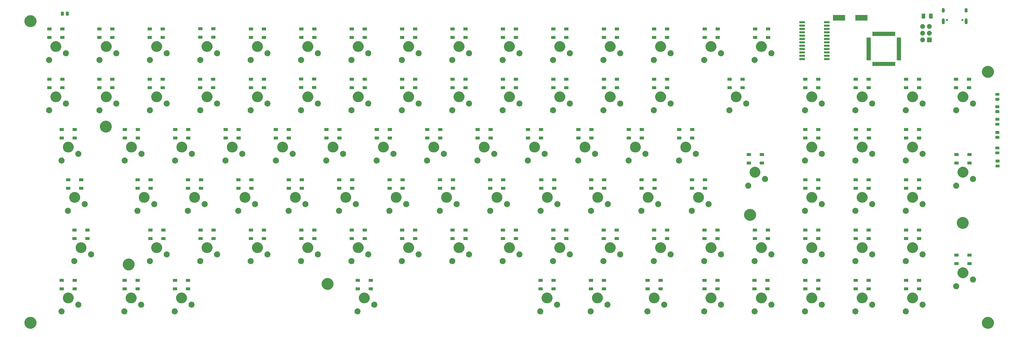
<source format=gbr>
G04 #@! TF.GenerationSoftware,KiCad,Pcbnew,(5.1.4)-1*
G04 #@! TF.CreationDate,2023-02-02T16:14:58+01:00*
G04 #@! TF.ProjectId,pcb,7063622e-6b69-4636-9164-5f7063625858,1.0*
G04 #@! TF.SameCoordinates,Original*
G04 #@! TF.FileFunction,Soldermask,Top*
G04 #@! TF.FilePolarity,Negative*
%FSLAX46Y46*%
G04 Gerber Fmt 4.6, Leading zero omitted, Abs format (unit mm)*
G04 Created by KiCad (PCBNEW (5.1.4)-1) date 2023-02-02 16:14:58*
%MOMM*%
%LPD*%
G04 APERTURE LIST*
%ADD10C,0.100000*%
G04 APERTURE END LIST*
D10*
G36*
X388895880Y-236963776D02*
G01*
X389276593Y-237039504D01*
X389686249Y-237209189D01*
X390054929Y-237455534D01*
X390368466Y-237769071D01*
X390614811Y-238137751D01*
X390784496Y-238547407D01*
X390871000Y-238982296D01*
X390871000Y-239425704D01*
X390784496Y-239860593D01*
X390614811Y-240270249D01*
X390368466Y-240638929D01*
X390054929Y-240952466D01*
X389686249Y-241198811D01*
X389276593Y-241368496D01*
X388895880Y-241444224D01*
X388841705Y-241455000D01*
X388398295Y-241455000D01*
X388344120Y-241444224D01*
X387963407Y-241368496D01*
X387553751Y-241198811D01*
X387185071Y-240952466D01*
X386871534Y-240638929D01*
X386625189Y-240270249D01*
X386455504Y-239860593D01*
X386369000Y-239425704D01*
X386369000Y-238982296D01*
X386455504Y-238547407D01*
X386625189Y-238137751D01*
X386871534Y-237769071D01*
X387185071Y-237455534D01*
X387553751Y-237209189D01*
X387963407Y-237039504D01*
X388344120Y-236963776D01*
X388398295Y-236953000D01*
X388841705Y-236953000D01*
X388895880Y-236963776D01*
X388895880Y-236963776D01*
G37*
G36*
X26945880Y-236900776D02*
G01*
X27326593Y-236976504D01*
X27736249Y-237146189D01*
X28104929Y-237392534D01*
X28418466Y-237706071D01*
X28664811Y-238074751D01*
X28834496Y-238484407D01*
X28921000Y-238919296D01*
X28921000Y-239362704D01*
X28834496Y-239797593D01*
X28664811Y-240207249D01*
X28418466Y-240575929D01*
X28104929Y-240889466D01*
X27736249Y-241135811D01*
X27326593Y-241305496D01*
X26945880Y-241381224D01*
X26891705Y-241392000D01*
X26448295Y-241392000D01*
X26394120Y-241381224D01*
X26013407Y-241305496D01*
X25603751Y-241135811D01*
X25235071Y-240889466D01*
X24921534Y-240575929D01*
X24675189Y-240207249D01*
X24505504Y-239797593D01*
X24419000Y-239362704D01*
X24419000Y-238919296D01*
X24505504Y-238484407D01*
X24675189Y-238074751D01*
X24921534Y-237706071D01*
X25235071Y-237392534D01*
X25603751Y-237146189D01*
X26013407Y-236976504D01*
X26394120Y-236900776D01*
X26448295Y-236890000D01*
X26891705Y-236890000D01*
X26945880Y-236900776D01*
X26945880Y-236900776D01*
G37*
G36*
X238666549Y-233694116D02*
G01*
X238777734Y-233716232D01*
X238987203Y-233802997D01*
X239175720Y-233928960D01*
X239336040Y-234089280D01*
X239462003Y-234277797D01*
X239548768Y-234487266D01*
X239593000Y-234709636D01*
X239593000Y-234936364D01*
X239548768Y-235158734D01*
X239462003Y-235368203D01*
X239336040Y-235556720D01*
X239175720Y-235717040D01*
X238987203Y-235843003D01*
X238777734Y-235929768D01*
X238666549Y-235951884D01*
X238555365Y-235974000D01*
X238328635Y-235974000D01*
X238217451Y-235951884D01*
X238106266Y-235929768D01*
X237896797Y-235843003D01*
X237708280Y-235717040D01*
X237547960Y-235556720D01*
X237421997Y-235368203D01*
X237335232Y-235158734D01*
X237291000Y-234936364D01*
X237291000Y-234709636D01*
X237335232Y-234487266D01*
X237421997Y-234277797D01*
X237547960Y-234089280D01*
X237708280Y-233928960D01*
X237896797Y-233802997D01*
X238106266Y-233716232D01*
X238217451Y-233694116D01*
X238328635Y-233672000D01*
X238555365Y-233672000D01*
X238666549Y-233694116D01*
X238666549Y-233694116D01*
G37*
G36*
X219616549Y-233694116D02*
G01*
X219727734Y-233716232D01*
X219937203Y-233802997D01*
X220125720Y-233928960D01*
X220286040Y-234089280D01*
X220412003Y-234277797D01*
X220498768Y-234487266D01*
X220543000Y-234709636D01*
X220543000Y-234936364D01*
X220498768Y-235158734D01*
X220412003Y-235368203D01*
X220286040Y-235556720D01*
X220125720Y-235717040D01*
X219937203Y-235843003D01*
X219727734Y-235929768D01*
X219616549Y-235951884D01*
X219505365Y-235974000D01*
X219278635Y-235974000D01*
X219167451Y-235951884D01*
X219056266Y-235929768D01*
X218846797Y-235843003D01*
X218658280Y-235717040D01*
X218497960Y-235556720D01*
X218371997Y-235368203D01*
X218285232Y-235158734D01*
X218241000Y-234936364D01*
X218241000Y-234709636D01*
X218285232Y-234487266D01*
X218371997Y-234277797D01*
X218497960Y-234089280D01*
X218658280Y-233928960D01*
X218846797Y-233802997D01*
X219056266Y-233716232D01*
X219167451Y-233694116D01*
X219278635Y-233672000D01*
X219505365Y-233672000D01*
X219616549Y-233694116D01*
X219616549Y-233694116D01*
G37*
G36*
X150528549Y-233694116D02*
G01*
X150639734Y-233716232D01*
X150849203Y-233802997D01*
X151037720Y-233928960D01*
X151198040Y-234089280D01*
X151324003Y-234277797D01*
X151410768Y-234487266D01*
X151455000Y-234709636D01*
X151455000Y-234936364D01*
X151410768Y-235158734D01*
X151324003Y-235368203D01*
X151198040Y-235556720D01*
X151037720Y-235717040D01*
X150849203Y-235843003D01*
X150639734Y-235929768D01*
X150528549Y-235951884D01*
X150417365Y-235974000D01*
X150190635Y-235974000D01*
X150079451Y-235951884D01*
X149968266Y-235929768D01*
X149758797Y-235843003D01*
X149570280Y-235717040D01*
X149409960Y-235556720D01*
X149283997Y-235368203D01*
X149197232Y-235158734D01*
X149153000Y-234936364D01*
X149153000Y-234709636D01*
X149197232Y-234487266D01*
X149283997Y-234277797D01*
X149409960Y-234089280D01*
X149570280Y-233928960D01*
X149758797Y-233802997D01*
X149968266Y-233716232D01*
X150079451Y-233694116D01*
X150190635Y-233672000D01*
X150417365Y-233672000D01*
X150528549Y-233694116D01*
X150528549Y-233694116D01*
G37*
G36*
X260130549Y-233694116D02*
G01*
X260241734Y-233716232D01*
X260451203Y-233802997D01*
X260639720Y-233928960D01*
X260800040Y-234089280D01*
X260926003Y-234277797D01*
X261012768Y-234487266D01*
X261057000Y-234709636D01*
X261057000Y-234936364D01*
X261012768Y-235158734D01*
X260926003Y-235368203D01*
X260800040Y-235556720D01*
X260639720Y-235717040D01*
X260451203Y-235843003D01*
X260241734Y-235929768D01*
X260130549Y-235951884D01*
X260019365Y-235974000D01*
X259792635Y-235974000D01*
X259681451Y-235951884D01*
X259570266Y-235929768D01*
X259360797Y-235843003D01*
X259172280Y-235717040D01*
X259011960Y-235556720D01*
X258885997Y-235368203D01*
X258799232Y-235158734D01*
X258755000Y-234936364D01*
X258755000Y-234709636D01*
X258799232Y-234487266D01*
X258885997Y-234277797D01*
X259011960Y-234089280D01*
X259172280Y-233928960D01*
X259360797Y-233802997D01*
X259570266Y-233716232D01*
X259681451Y-233694116D01*
X259792635Y-233672000D01*
X260019365Y-233672000D01*
X260130549Y-233694116D01*
X260130549Y-233694116D01*
G37*
G36*
X38642049Y-233694116D02*
G01*
X38753234Y-233716232D01*
X38962703Y-233802997D01*
X39151220Y-233928960D01*
X39311540Y-234089280D01*
X39437503Y-234277797D01*
X39524268Y-234487266D01*
X39568500Y-234709636D01*
X39568500Y-234936364D01*
X39524268Y-235158734D01*
X39437503Y-235368203D01*
X39311540Y-235556720D01*
X39151220Y-235717040D01*
X38962703Y-235843003D01*
X38753234Y-235929768D01*
X38642049Y-235951884D01*
X38530865Y-235974000D01*
X38304135Y-235974000D01*
X38192951Y-235951884D01*
X38081766Y-235929768D01*
X37872297Y-235843003D01*
X37683780Y-235717040D01*
X37523460Y-235556720D01*
X37397497Y-235368203D01*
X37310732Y-235158734D01*
X37266500Y-234936364D01*
X37266500Y-234709636D01*
X37310732Y-234487266D01*
X37397497Y-234277797D01*
X37523460Y-234089280D01*
X37683780Y-233928960D01*
X37872297Y-233802997D01*
X38081766Y-233716232D01*
X38192951Y-233694116D01*
X38304135Y-233672000D01*
X38530865Y-233672000D01*
X38642049Y-233694116D01*
X38642049Y-233694116D01*
G37*
G36*
X338742549Y-233694116D02*
G01*
X338853734Y-233716232D01*
X339063203Y-233802997D01*
X339251720Y-233928960D01*
X339412040Y-234089280D01*
X339538003Y-234277797D01*
X339624768Y-234487266D01*
X339669000Y-234709636D01*
X339669000Y-234936364D01*
X339624768Y-235158734D01*
X339538003Y-235368203D01*
X339412040Y-235556720D01*
X339251720Y-235717040D01*
X339063203Y-235843003D01*
X338853734Y-235929768D01*
X338742549Y-235951884D01*
X338631365Y-235974000D01*
X338404635Y-235974000D01*
X338293451Y-235951884D01*
X338182266Y-235929768D01*
X337972797Y-235843003D01*
X337784280Y-235717040D01*
X337623960Y-235556720D01*
X337497997Y-235368203D01*
X337411232Y-235158734D01*
X337367000Y-234936364D01*
X337367000Y-234709636D01*
X337411232Y-234487266D01*
X337497997Y-234277797D01*
X337623960Y-234089280D01*
X337784280Y-233928960D01*
X337972797Y-233802997D01*
X338182266Y-233716232D01*
X338293451Y-233694116D01*
X338404635Y-233672000D01*
X338631365Y-233672000D01*
X338742549Y-233694116D01*
X338742549Y-233694116D01*
G37*
G36*
X319692549Y-233694116D02*
G01*
X319803734Y-233716232D01*
X320013203Y-233802997D01*
X320201720Y-233928960D01*
X320362040Y-234089280D01*
X320488003Y-234277797D01*
X320574768Y-234487266D01*
X320619000Y-234709636D01*
X320619000Y-234936364D01*
X320574768Y-235158734D01*
X320488003Y-235368203D01*
X320362040Y-235556720D01*
X320201720Y-235717040D01*
X320013203Y-235843003D01*
X319803734Y-235929768D01*
X319692549Y-235951884D01*
X319581365Y-235974000D01*
X319354635Y-235974000D01*
X319243451Y-235951884D01*
X319132266Y-235929768D01*
X318922797Y-235843003D01*
X318734280Y-235717040D01*
X318573960Y-235556720D01*
X318447997Y-235368203D01*
X318361232Y-235158734D01*
X318317000Y-234936364D01*
X318317000Y-234709636D01*
X318361232Y-234487266D01*
X318447997Y-234277797D01*
X318573960Y-234089280D01*
X318734280Y-233928960D01*
X318922797Y-233802997D01*
X319132266Y-233716232D01*
X319243451Y-233694116D01*
X319354635Y-233672000D01*
X319581365Y-233672000D01*
X319692549Y-233694116D01*
X319692549Y-233694116D01*
G37*
G36*
X300642549Y-233694116D02*
G01*
X300753734Y-233716232D01*
X300963203Y-233802997D01*
X301151720Y-233928960D01*
X301312040Y-234089280D01*
X301438003Y-234277797D01*
X301524768Y-234487266D01*
X301569000Y-234709636D01*
X301569000Y-234936364D01*
X301524768Y-235158734D01*
X301438003Y-235368203D01*
X301312040Y-235556720D01*
X301151720Y-235717040D01*
X300963203Y-235843003D01*
X300753734Y-235929768D01*
X300642549Y-235951884D01*
X300531365Y-235974000D01*
X300304635Y-235974000D01*
X300193451Y-235951884D01*
X300082266Y-235929768D01*
X299872797Y-235843003D01*
X299684280Y-235717040D01*
X299523960Y-235556720D01*
X299397997Y-235368203D01*
X299311232Y-235158734D01*
X299267000Y-234936364D01*
X299267000Y-234709636D01*
X299311232Y-234487266D01*
X299397997Y-234277797D01*
X299523960Y-234089280D01*
X299684280Y-233928960D01*
X299872797Y-233802997D01*
X300082266Y-233716232D01*
X300193451Y-233694116D01*
X300304635Y-233672000D01*
X300531365Y-233672000D01*
X300642549Y-233694116D01*
X300642549Y-233694116D01*
G37*
G36*
X357792549Y-233694116D02*
G01*
X357903734Y-233716232D01*
X358113203Y-233802997D01*
X358301720Y-233928960D01*
X358462040Y-234089280D01*
X358588003Y-234277797D01*
X358674768Y-234487266D01*
X358719000Y-234709636D01*
X358719000Y-234936364D01*
X358674768Y-235158734D01*
X358588003Y-235368203D01*
X358462040Y-235556720D01*
X358301720Y-235717040D01*
X358113203Y-235843003D01*
X357903734Y-235929768D01*
X357792549Y-235951884D01*
X357681365Y-235974000D01*
X357454635Y-235974000D01*
X357343451Y-235951884D01*
X357232266Y-235929768D01*
X357022797Y-235843003D01*
X356834280Y-235717040D01*
X356673960Y-235556720D01*
X356547997Y-235368203D01*
X356461232Y-235158734D01*
X356417000Y-234936364D01*
X356417000Y-234709636D01*
X356461232Y-234487266D01*
X356547997Y-234277797D01*
X356673960Y-234089280D01*
X356834280Y-233928960D01*
X357022797Y-233802997D01*
X357232266Y-233716232D01*
X357343451Y-233694116D01*
X357454635Y-233672000D01*
X357681365Y-233672000D01*
X357792549Y-233694116D01*
X357792549Y-233694116D01*
G37*
G36*
X281592549Y-233694116D02*
G01*
X281703734Y-233716232D01*
X281913203Y-233802997D01*
X282101720Y-233928960D01*
X282262040Y-234089280D01*
X282388003Y-234277797D01*
X282474768Y-234487266D01*
X282519000Y-234709636D01*
X282519000Y-234936364D01*
X282474768Y-235158734D01*
X282388003Y-235368203D01*
X282262040Y-235556720D01*
X282101720Y-235717040D01*
X281913203Y-235843003D01*
X281703734Y-235929768D01*
X281592549Y-235951884D01*
X281481365Y-235974000D01*
X281254635Y-235974000D01*
X281143451Y-235951884D01*
X281032266Y-235929768D01*
X280822797Y-235843003D01*
X280634280Y-235717040D01*
X280473960Y-235556720D01*
X280347997Y-235368203D01*
X280261232Y-235158734D01*
X280217000Y-234936364D01*
X280217000Y-234709636D01*
X280261232Y-234487266D01*
X280347997Y-234277797D01*
X280473960Y-234089280D01*
X280634280Y-233928960D01*
X280822797Y-233802997D01*
X281032266Y-233716232D01*
X281143451Y-233694116D01*
X281254635Y-233672000D01*
X281481365Y-233672000D01*
X281592549Y-233694116D01*
X281592549Y-233694116D01*
G37*
G36*
X62391049Y-233694116D02*
G01*
X62502234Y-233716232D01*
X62711703Y-233802997D01*
X62900220Y-233928960D01*
X63060540Y-234089280D01*
X63186503Y-234277797D01*
X63273268Y-234487266D01*
X63317500Y-234709636D01*
X63317500Y-234936364D01*
X63273268Y-235158734D01*
X63186503Y-235368203D01*
X63060540Y-235556720D01*
X62900220Y-235717040D01*
X62711703Y-235843003D01*
X62502234Y-235929768D01*
X62391049Y-235951884D01*
X62279865Y-235974000D01*
X62053135Y-235974000D01*
X61941951Y-235951884D01*
X61830766Y-235929768D01*
X61621297Y-235843003D01*
X61432780Y-235717040D01*
X61272460Y-235556720D01*
X61146497Y-235368203D01*
X61059732Y-235158734D01*
X61015500Y-234936364D01*
X61015500Y-234709636D01*
X61059732Y-234487266D01*
X61146497Y-234277797D01*
X61272460Y-234089280D01*
X61432780Y-233928960D01*
X61621297Y-233802997D01*
X61830766Y-233716232D01*
X61941951Y-233694116D01*
X62053135Y-233672000D01*
X62279865Y-233672000D01*
X62391049Y-233694116D01*
X62391049Y-233694116D01*
G37*
G36*
X81441049Y-233694116D02*
G01*
X81552234Y-233716232D01*
X81761703Y-233802997D01*
X81950220Y-233928960D01*
X82110540Y-234089280D01*
X82236503Y-234277797D01*
X82323268Y-234487266D01*
X82367500Y-234709636D01*
X82367500Y-234936364D01*
X82323268Y-235158734D01*
X82236503Y-235368203D01*
X82110540Y-235556720D01*
X81950220Y-235717040D01*
X81761703Y-235843003D01*
X81552234Y-235929768D01*
X81441049Y-235951884D01*
X81329865Y-235974000D01*
X81103135Y-235974000D01*
X80991951Y-235951884D01*
X80880766Y-235929768D01*
X80671297Y-235843003D01*
X80482780Y-235717040D01*
X80322460Y-235556720D01*
X80196497Y-235368203D01*
X80109732Y-235158734D01*
X80065500Y-234936364D01*
X80065500Y-234709636D01*
X80109732Y-234487266D01*
X80196497Y-234277797D01*
X80322460Y-234089280D01*
X80482780Y-233928960D01*
X80671297Y-233802997D01*
X80880766Y-233716232D01*
X80991951Y-233694116D01*
X81103135Y-233672000D01*
X81329865Y-233672000D01*
X81441049Y-233694116D01*
X81441049Y-233694116D01*
G37*
G36*
X68741049Y-231154116D02*
G01*
X68852234Y-231176232D01*
X69061703Y-231262997D01*
X69250220Y-231388960D01*
X69410540Y-231549280D01*
X69536503Y-231737797D01*
X69623268Y-231947266D01*
X69667500Y-232169636D01*
X69667500Y-232396364D01*
X69623268Y-232618734D01*
X69536503Y-232828203D01*
X69410540Y-233016720D01*
X69250220Y-233177040D01*
X69061703Y-233303003D01*
X68852234Y-233389768D01*
X68741049Y-233411884D01*
X68629865Y-233434000D01*
X68403135Y-233434000D01*
X68291951Y-233411884D01*
X68180766Y-233389768D01*
X67971297Y-233303003D01*
X67782780Y-233177040D01*
X67622460Y-233016720D01*
X67496497Y-232828203D01*
X67409732Y-232618734D01*
X67365500Y-232396364D01*
X67365500Y-232169636D01*
X67409732Y-231947266D01*
X67496497Y-231737797D01*
X67622460Y-231549280D01*
X67782780Y-231388960D01*
X67971297Y-231262997D01*
X68180766Y-231176232D01*
X68291951Y-231154116D01*
X68403135Y-231132000D01*
X68629865Y-231132000D01*
X68741049Y-231154116D01*
X68741049Y-231154116D01*
G37*
G36*
X245016549Y-231154116D02*
G01*
X245127734Y-231176232D01*
X245337203Y-231262997D01*
X245525720Y-231388960D01*
X245686040Y-231549280D01*
X245812003Y-231737797D01*
X245898768Y-231947266D01*
X245943000Y-232169636D01*
X245943000Y-232396364D01*
X245898768Y-232618734D01*
X245812003Y-232828203D01*
X245686040Y-233016720D01*
X245525720Y-233177040D01*
X245337203Y-233303003D01*
X245127734Y-233389768D01*
X245016549Y-233411884D01*
X244905365Y-233434000D01*
X244678635Y-233434000D01*
X244567451Y-233411884D01*
X244456266Y-233389768D01*
X244246797Y-233303003D01*
X244058280Y-233177040D01*
X243897960Y-233016720D01*
X243771997Y-232828203D01*
X243685232Y-232618734D01*
X243641000Y-232396364D01*
X243641000Y-232169636D01*
X243685232Y-231947266D01*
X243771997Y-231737797D01*
X243897960Y-231549280D01*
X244058280Y-231388960D01*
X244246797Y-231262997D01*
X244456266Y-231176232D01*
X244567451Y-231154116D01*
X244678635Y-231132000D01*
X244905365Y-231132000D01*
X245016549Y-231154116D01*
X245016549Y-231154116D01*
G37*
G36*
X287942549Y-231154116D02*
G01*
X288053734Y-231176232D01*
X288263203Y-231262997D01*
X288451720Y-231388960D01*
X288612040Y-231549280D01*
X288738003Y-231737797D01*
X288824768Y-231947266D01*
X288869000Y-232169636D01*
X288869000Y-232396364D01*
X288824768Y-232618734D01*
X288738003Y-232828203D01*
X288612040Y-233016720D01*
X288451720Y-233177040D01*
X288263203Y-233303003D01*
X288053734Y-233389768D01*
X287942549Y-233411884D01*
X287831365Y-233434000D01*
X287604635Y-233434000D01*
X287493451Y-233411884D01*
X287382266Y-233389768D01*
X287172797Y-233303003D01*
X286984280Y-233177040D01*
X286823960Y-233016720D01*
X286697997Y-232828203D01*
X286611232Y-232618734D01*
X286567000Y-232396364D01*
X286567000Y-232169636D01*
X286611232Y-231947266D01*
X286697997Y-231737797D01*
X286823960Y-231549280D01*
X286984280Y-231388960D01*
X287172797Y-231262997D01*
X287382266Y-231176232D01*
X287493451Y-231154116D01*
X287604635Y-231132000D01*
X287831365Y-231132000D01*
X287942549Y-231154116D01*
X287942549Y-231154116D01*
G37*
G36*
X225966549Y-231154116D02*
G01*
X226077734Y-231176232D01*
X226287203Y-231262997D01*
X226475720Y-231388960D01*
X226636040Y-231549280D01*
X226762003Y-231737797D01*
X226848768Y-231947266D01*
X226893000Y-232169636D01*
X226893000Y-232396364D01*
X226848768Y-232618734D01*
X226762003Y-232828203D01*
X226636040Y-233016720D01*
X226475720Y-233177040D01*
X226287203Y-233303003D01*
X226077734Y-233389768D01*
X225966549Y-233411884D01*
X225855365Y-233434000D01*
X225628635Y-233434000D01*
X225517451Y-233411884D01*
X225406266Y-233389768D01*
X225196797Y-233303003D01*
X225008280Y-233177040D01*
X224847960Y-233016720D01*
X224721997Y-232828203D01*
X224635232Y-232618734D01*
X224591000Y-232396364D01*
X224591000Y-232169636D01*
X224635232Y-231947266D01*
X224721997Y-231737797D01*
X224847960Y-231549280D01*
X225008280Y-231388960D01*
X225196797Y-231262997D01*
X225406266Y-231176232D01*
X225517451Y-231154116D01*
X225628635Y-231132000D01*
X225855365Y-231132000D01*
X225966549Y-231154116D01*
X225966549Y-231154116D01*
G37*
G36*
X44992049Y-231154116D02*
G01*
X45103234Y-231176232D01*
X45312703Y-231262997D01*
X45501220Y-231388960D01*
X45661540Y-231549280D01*
X45787503Y-231737797D01*
X45874268Y-231947266D01*
X45918500Y-232169636D01*
X45918500Y-232396364D01*
X45874268Y-232618734D01*
X45787503Y-232828203D01*
X45661540Y-233016720D01*
X45501220Y-233177040D01*
X45312703Y-233303003D01*
X45103234Y-233389768D01*
X44992049Y-233411884D01*
X44880865Y-233434000D01*
X44654135Y-233434000D01*
X44542951Y-233411884D01*
X44431766Y-233389768D01*
X44222297Y-233303003D01*
X44033780Y-233177040D01*
X43873460Y-233016720D01*
X43747497Y-232828203D01*
X43660732Y-232618734D01*
X43616500Y-232396364D01*
X43616500Y-232169636D01*
X43660732Y-231947266D01*
X43747497Y-231737797D01*
X43873460Y-231549280D01*
X44033780Y-231388960D01*
X44222297Y-231262997D01*
X44431766Y-231176232D01*
X44542951Y-231154116D01*
X44654135Y-231132000D01*
X44880865Y-231132000D01*
X44992049Y-231154116D01*
X44992049Y-231154116D01*
G37*
G36*
X156878549Y-231154116D02*
G01*
X156989734Y-231176232D01*
X157199203Y-231262997D01*
X157387720Y-231388960D01*
X157548040Y-231549280D01*
X157674003Y-231737797D01*
X157760768Y-231947266D01*
X157805000Y-232169636D01*
X157805000Y-232396364D01*
X157760768Y-232618734D01*
X157674003Y-232828203D01*
X157548040Y-233016720D01*
X157387720Y-233177040D01*
X157199203Y-233303003D01*
X156989734Y-233389768D01*
X156878549Y-233411884D01*
X156767365Y-233434000D01*
X156540635Y-233434000D01*
X156429451Y-233411884D01*
X156318266Y-233389768D01*
X156108797Y-233303003D01*
X155920280Y-233177040D01*
X155759960Y-233016720D01*
X155633997Y-232828203D01*
X155547232Y-232618734D01*
X155503000Y-232396364D01*
X155503000Y-232169636D01*
X155547232Y-231947266D01*
X155633997Y-231737797D01*
X155759960Y-231549280D01*
X155920280Y-231388960D01*
X156108797Y-231262997D01*
X156318266Y-231176232D01*
X156429451Y-231154116D01*
X156540635Y-231132000D01*
X156767365Y-231132000D01*
X156878549Y-231154116D01*
X156878549Y-231154116D01*
G37*
G36*
X306992549Y-231154116D02*
G01*
X307103734Y-231176232D01*
X307313203Y-231262997D01*
X307501720Y-231388960D01*
X307662040Y-231549280D01*
X307788003Y-231737797D01*
X307874768Y-231947266D01*
X307919000Y-232169636D01*
X307919000Y-232396364D01*
X307874768Y-232618734D01*
X307788003Y-232828203D01*
X307662040Y-233016720D01*
X307501720Y-233177040D01*
X307313203Y-233303003D01*
X307103734Y-233389768D01*
X306992549Y-233411884D01*
X306881365Y-233434000D01*
X306654635Y-233434000D01*
X306543451Y-233411884D01*
X306432266Y-233389768D01*
X306222797Y-233303003D01*
X306034280Y-233177040D01*
X305873960Y-233016720D01*
X305747997Y-232828203D01*
X305661232Y-232618734D01*
X305617000Y-232396364D01*
X305617000Y-232169636D01*
X305661232Y-231947266D01*
X305747997Y-231737797D01*
X305873960Y-231549280D01*
X306034280Y-231388960D01*
X306222797Y-231262997D01*
X306432266Y-231176232D01*
X306543451Y-231154116D01*
X306654635Y-231132000D01*
X306881365Y-231132000D01*
X306992549Y-231154116D01*
X306992549Y-231154116D01*
G37*
G36*
X266480549Y-231154116D02*
G01*
X266591734Y-231176232D01*
X266801203Y-231262997D01*
X266989720Y-231388960D01*
X267150040Y-231549280D01*
X267276003Y-231737797D01*
X267362768Y-231947266D01*
X267407000Y-232169636D01*
X267407000Y-232396364D01*
X267362768Y-232618734D01*
X267276003Y-232828203D01*
X267150040Y-233016720D01*
X266989720Y-233177040D01*
X266801203Y-233303003D01*
X266591734Y-233389768D01*
X266480549Y-233411884D01*
X266369365Y-233434000D01*
X266142635Y-233434000D01*
X266031451Y-233411884D01*
X265920266Y-233389768D01*
X265710797Y-233303003D01*
X265522280Y-233177040D01*
X265361960Y-233016720D01*
X265235997Y-232828203D01*
X265149232Y-232618734D01*
X265105000Y-232396364D01*
X265105000Y-232169636D01*
X265149232Y-231947266D01*
X265235997Y-231737797D01*
X265361960Y-231549280D01*
X265522280Y-231388960D01*
X265710797Y-231262997D01*
X265920266Y-231176232D01*
X266031451Y-231154116D01*
X266142635Y-231132000D01*
X266369365Y-231132000D01*
X266480549Y-231154116D01*
X266480549Y-231154116D01*
G37*
G36*
X87791049Y-231154116D02*
G01*
X87902234Y-231176232D01*
X88111703Y-231262997D01*
X88300220Y-231388960D01*
X88460540Y-231549280D01*
X88586503Y-231737797D01*
X88673268Y-231947266D01*
X88717500Y-232169636D01*
X88717500Y-232396364D01*
X88673268Y-232618734D01*
X88586503Y-232828203D01*
X88460540Y-233016720D01*
X88300220Y-233177040D01*
X88111703Y-233303003D01*
X87902234Y-233389768D01*
X87791049Y-233411884D01*
X87679865Y-233434000D01*
X87453135Y-233434000D01*
X87341951Y-233411884D01*
X87230766Y-233389768D01*
X87021297Y-233303003D01*
X86832780Y-233177040D01*
X86672460Y-233016720D01*
X86546497Y-232828203D01*
X86459732Y-232618734D01*
X86415500Y-232396364D01*
X86415500Y-232169636D01*
X86459732Y-231947266D01*
X86546497Y-231737797D01*
X86672460Y-231549280D01*
X86832780Y-231388960D01*
X87021297Y-231262997D01*
X87230766Y-231176232D01*
X87341951Y-231154116D01*
X87453135Y-231132000D01*
X87679865Y-231132000D01*
X87791049Y-231154116D01*
X87791049Y-231154116D01*
G37*
G36*
X345092549Y-231154116D02*
G01*
X345203734Y-231176232D01*
X345413203Y-231262997D01*
X345601720Y-231388960D01*
X345762040Y-231549280D01*
X345888003Y-231737797D01*
X345974768Y-231947266D01*
X346019000Y-232169636D01*
X346019000Y-232396364D01*
X345974768Y-232618734D01*
X345888003Y-232828203D01*
X345762040Y-233016720D01*
X345601720Y-233177040D01*
X345413203Y-233303003D01*
X345203734Y-233389768D01*
X345092549Y-233411884D01*
X344981365Y-233434000D01*
X344754635Y-233434000D01*
X344643451Y-233411884D01*
X344532266Y-233389768D01*
X344322797Y-233303003D01*
X344134280Y-233177040D01*
X343973960Y-233016720D01*
X343847997Y-232828203D01*
X343761232Y-232618734D01*
X343717000Y-232396364D01*
X343717000Y-232169636D01*
X343761232Y-231947266D01*
X343847997Y-231737797D01*
X343973960Y-231549280D01*
X344134280Y-231388960D01*
X344322797Y-231262997D01*
X344532266Y-231176232D01*
X344643451Y-231154116D01*
X344754635Y-231132000D01*
X344981365Y-231132000D01*
X345092549Y-231154116D01*
X345092549Y-231154116D01*
G37*
G36*
X364142549Y-231154116D02*
G01*
X364253734Y-231176232D01*
X364463203Y-231262997D01*
X364651720Y-231388960D01*
X364812040Y-231549280D01*
X364938003Y-231737797D01*
X365024768Y-231947266D01*
X365069000Y-232169636D01*
X365069000Y-232396364D01*
X365024768Y-232618734D01*
X364938003Y-232828203D01*
X364812040Y-233016720D01*
X364651720Y-233177040D01*
X364463203Y-233303003D01*
X364253734Y-233389768D01*
X364142549Y-233411884D01*
X364031365Y-233434000D01*
X363804635Y-233434000D01*
X363693451Y-233411884D01*
X363582266Y-233389768D01*
X363372797Y-233303003D01*
X363184280Y-233177040D01*
X363023960Y-233016720D01*
X362897997Y-232828203D01*
X362811232Y-232618734D01*
X362767000Y-232396364D01*
X362767000Y-232169636D01*
X362811232Y-231947266D01*
X362897997Y-231737797D01*
X363023960Y-231549280D01*
X363184280Y-231388960D01*
X363372797Y-231262997D01*
X363582266Y-231176232D01*
X363693451Y-231154116D01*
X363804635Y-231132000D01*
X364031365Y-231132000D01*
X364142549Y-231154116D01*
X364142549Y-231154116D01*
G37*
G36*
X326042549Y-231154116D02*
G01*
X326153734Y-231176232D01*
X326363203Y-231262997D01*
X326551720Y-231388960D01*
X326712040Y-231549280D01*
X326838003Y-231737797D01*
X326924768Y-231947266D01*
X326969000Y-232169636D01*
X326969000Y-232396364D01*
X326924768Y-232618734D01*
X326838003Y-232828203D01*
X326712040Y-233016720D01*
X326551720Y-233177040D01*
X326363203Y-233303003D01*
X326153734Y-233389768D01*
X326042549Y-233411884D01*
X325931365Y-233434000D01*
X325704635Y-233434000D01*
X325593451Y-233411884D01*
X325482266Y-233389768D01*
X325272797Y-233303003D01*
X325084280Y-233177040D01*
X324923960Y-233016720D01*
X324797997Y-232828203D01*
X324711232Y-232618734D01*
X324667000Y-232396364D01*
X324667000Y-232169636D01*
X324711232Y-231947266D01*
X324797997Y-231737797D01*
X324923960Y-231549280D01*
X325084280Y-231388960D01*
X325272797Y-231262997D01*
X325482266Y-231176232D01*
X325593451Y-231154116D01*
X325704635Y-231132000D01*
X325931365Y-231132000D01*
X326042549Y-231154116D01*
X326042549Y-231154116D01*
G37*
G36*
X341656254Y-227770818D02*
G01*
X342029511Y-227925426D01*
X342029513Y-227925427D01*
X342365436Y-228149884D01*
X342651116Y-228435564D01*
X342875574Y-228771489D01*
X343030182Y-229144746D01*
X343109000Y-229540993D01*
X343109000Y-229945007D01*
X343030182Y-230341254D01*
X342875574Y-230714511D01*
X342875573Y-230714513D01*
X342651116Y-231050436D01*
X342365436Y-231336116D01*
X342029513Y-231560573D01*
X342029512Y-231560574D01*
X342029511Y-231560574D01*
X341656254Y-231715182D01*
X341260007Y-231794000D01*
X340855993Y-231794000D01*
X340459746Y-231715182D01*
X340086489Y-231560574D01*
X340086488Y-231560574D01*
X340086487Y-231560573D01*
X339750564Y-231336116D01*
X339464884Y-231050436D01*
X339240427Y-230714513D01*
X339240426Y-230714511D01*
X339085818Y-230341254D01*
X339007000Y-229945007D01*
X339007000Y-229540993D01*
X339085818Y-229144746D01*
X339240426Y-228771489D01*
X339464884Y-228435564D01*
X339750564Y-228149884D01*
X340086487Y-227925427D01*
X340086489Y-227925426D01*
X340459746Y-227770818D01*
X340855993Y-227692000D01*
X341260007Y-227692000D01*
X341656254Y-227770818D01*
X341656254Y-227770818D01*
G37*
G36*
X222530254Y-227770818D02*
G01*
X222903511Y-227925426D01*
X222903513Y-227925427D01*
X223239436Y-228149884D01*
X223525116Y-228435564D01*
X223749574Y-228771489D01*
X223904182Y-229144746D01*
X223983000Y-229540993D01*
X223983000Y-229945007D01*
X223904182Y-230341254D01*
X223749574Y-230714511D01*
X223749573Y-230714513D01*
X223525116Y-231050436D01*
X223239436Y-231336116D01*
X222903513Y-231560573D01*
X222903512Y-231560574D01*
X222903511Y-231560574D01*
X222530254Y-231715182D01*
X222134007Y-231794000D01*
X221729993Y-231794000D01*
X221333746Y-231715182D01*
X220960489Y-231560574D01*
X220960488Y-231560574D01*
X220960487Y-231560573D01*
X220624564Y-231336116D01*
X220338884Y-231050436D01*
X220114427Y-230714513D01*
X220114426Y-230714511D01*
X219959818Y-230341254D01*
X219881000Y-229945007D01*
X219881000Y-229540993D01*
X219959818Y-229144746D01*
X220114426Y-228771489D01*
X220338884Y-228435564D01*
X220624564Y-228149884D01*
X220960487Y-227925427D01*
X220960489Y-227925426D01*
X221333746Y-227770818D01*
X221729993Y-227692000D01*
X222134007Y-227692000D01*
X222530254Y-227770818D01*
X222530254Y-227770818D01*
G37*
G36*
X241580254Y-227770818D02*
G01*
X241953511Y-227925426D01*
X241953513Y-227925427D01*
X242289436Y-228149884D01*
X242575116Y-228435564D01*
X242799574Y-228771489D01*
X242954182Y-229144746D01*
X243033000Y-229540993D01*
X243033000Y-229945007D01*
X242954182Y-230341254D01*
X242799574Y-230714511D01*
X242799573Y-230714513D01*
X242575116Y-231050436D01*
X242289436Y-231336116D01*
X241953513Y-231560573D01*
X241953512Y-231560574D01*
X241953511Y-231560574D01*
X241580254Y-231715182D01*
X241184007Y-231794000D01*
X240779993Y-231794000D01*
X240383746Y-231715182D01*
X240010489Y-231560574D01*
X240010488Y-231560574D01*
X240010487Y-231560573D01*
X239674564Y-231336116D01*
X239388884Y-231050436D01*
X239164427Y-230714513D01*
X239164426Y-230714511D01*
X239009818Y-230341254D01*
X238931000Y-229945007D01*
X238931000Y-229540993D01*
X239009818Y-229144746D01*
X239164426Y-228771489D01*
X239388884Y-228435564D01*
X239674564Y-228149884D01*
X240010487Y-227925427D01*
X240010489Y-227925426D01*
X240383746Y-227770818D01*
X240779993Y-227692000D01*
X241184007Y-227692000D01*
X241580254Y-227770818D01*
X241580254Y-227770818D01*
G37*
G36*
X84354754Y-227770818D02*
G01*
X84728011Y-227925426D01*
X84728013Y-227925427D01*
X85063936Y-228149884D01*
X85349616Y-228435564D01*
X85574074Y-228771489D01*
X85728682Y-229144746D01*
X85807500Y-229540993D01*
X85807500Y-229945007D01*
X85728682Y-230341254D01*
X85574074Y-230714511D01*
X85574073Y-230714513D01*
X85349616Y-231050436D01*
X85063936Y-231336116D01*
X84728013Y-231560573D01*
X84728012Y-231560574D01*
X84728011Y-231560574D01*
X84354754Y-231715182D01*
X83958507Y-231794000D01*
X83554493Y-231794000D01*
X83158246Y-231715182D01*
X82784989Y-231560574D01*
X82784988Y-231560574D01*
X82784987Y-231560573D01*
X82449064Y-231336116D01*
X82163384Y-231050436D01*
X81938927Y-230714513D01*
X81938926Y-230714511D01*
X81784318Y-230341254D01*
X81705500Y-229945007D01*
X81705500Y-229540993D01*
X81784318Y-229144746D01*
X81938926Y-228771489D01*
X82163384Y-228435564D01*
X82449064Y-228149884D01*
X82784987Y-227925427D01*
X82784989Y-227925426D01*
X83158246Y-227770818D01*
X83554493Y-227692000D01*
X83958507Y-227692000D01*
X84354754Y-227770818D01*
X84354754Y-227770818D01*
G37*
G36*
X65304754Y-227770818D02*
G01*
X65678011Y-227925426D01*
X65678013Y-227925427D01*
X66013936Y-228149884D01*
X66299616Y-228435564D01*
X66524074Y-228771489D01*
X66678682Y-229144746D01*
X66757500Y-229540993D01*
X66757500Y-229945007D01*
X66678682Y-230341254D01*
X66524074Y-230714511D01*
X66524073Y-230714513D01*
X66299616Y-231050436D01*
X66013936Y-231336116D01*
X65678013Y-231560573D01*
X65678012Y-231560574D01*
X65678011Y-231560574D01*
X65304754Y-231715182D01*
X64908507Y-231794000D01*
X64504493Y-231794000D01*
X64108246Y-231715182D01*
X63734989Y-231560574D01*
X63734988Y-231560574D01*
X63734987Y-231560573D01*
X63399064Y-231336116D01*
X63113384Y-231050436D01*
X62888927Y-230714513D01*
X62888926Y-230714511D01*
X62734318Y-230341254D01*
X62655500Y-229945007D01*
X62655500Y-229540993D01*
X62734318Y-229144746D01*
X62888926Y-228771489D01*
X63113384Y-228435564D01*
X63399064Y-228149884D01*
X63734987Y-227925427D01*
X63734989Y-227925426D01*
X64108246Y-227770818D01*
X64504493Y-227692000D01*
X64908507Y-227692000D01*
X65304754Y-227770818D01*
X65304754Y-227770818D01*
G37*
G36*
X284506254Y-227770818D02*
G01*
X284879511Y-227925426D01*
X284879513Y-227925427D01*
X285215436Y-228149884D01*
X285501116Y-228435564D01*
X285725574Y-228771489D01*
X285880182Y-229144746D01*
X285959000Y-229540993D01*
X285959000Y-229945007D01*
X285880182Y-230341254D01*
X285725574Y-230714511D01*
X285725573Y-230714513D01*
X285501116Y-231050436D01*
X285215436Y-231336116D01*
X284879513Y-231560573D01*
X284879512Y-231560574D01*
X284879511Y-231560574D01*
X284506254Y-231715182D01*
X284110007Y-231794000D01*
X283705993Y-231794000D01*
X283309746Y-231715182D01*
X282936489Y-231560574D01*
X282936488Y-231560574D01*
X282936487Y-231560573D01*
X282600564Y-231336116D01*
X282314884Y-231050436D01*
X282090427Y-230714513D01*
X282090426Y-230714511D01*
X281935818Y-230341254D01*
X281857000Y-229945007D01*
X281857000Y-229540993D01*
X281935818Y-229144746D01*
X282090426Y-228771489D01*
X282314884Y-228435564D01*
X282600564Y-228149884D01*
X282936487Y-227925427D01*
X282936489Y-227925426D01*
X283309746Y-227770818D01*
X283705993Y-227692000D01*
X284110007Y-227692000D01*
X284506254Y-227770818D01*
X284506254Y-227770818D01*
G37*
G36*
X360706254Y-227770818D02*
G01*
X361079511Y-227925426D01*
X361079513Y-227925427D01*
X361415436Y-228149884D01*
X361701116Y-228435564D01*
X361925574Y-228771489D01*
X362080182Y-229144746D01*
X362159000Y-229540993D01*
X362159000Y-229945007D01*
X362080182Y-230341254D01*
X361925574Y-230714511D01*
X361925573Y-230714513D01*
X361701116Y-231050436D01*
X361415436Y-231336116D01*
X361079513Y-231560573D01*
X361079512Y-231560574D01*
X361079511Y-231560574D01*
X360706254Y-231715182D01*
X360310007Y-231794000D01*
X359905993Y-231794000D01*
X359509746Y-231715182D01*
X359136489Y-231560574D01*
X359136488Y-231560574D01*
X359136487Y-231560573D01*
X358800564Y-231336116D01*
X358514884Y-231050436D01*
X358290427Y-230714513D01*
X358290426Y-230714511D01*
X358135818Y-230341254D01*
X358057000Y-229945007D01*
X358057000Y-229540993D01*
X358135818Y-229144746D01*
X358290426Y-228771489D01*
X358514884Y-228435564D01*
X358800564Y-228149884D01*
X359136487Y-227925427D01*
X359136489Y-227925426D01*
X359509746Y-227770818D01*
X359905993Y-227692000D01*
X360310007Y-227692000D01*
X360706254Y-227770818D01*
X360706254Y-227770818D01*
G37*
G36*
X322606254Y-227770818D02*
G01*
X322979511Y-227925426D01*
X322979513Y-227925427D01*
X323315436Y-228149884D01*
X323601116Y-228435564D01*
X323825574Y-228771489D01*
X323980182Y-229144746D01*
X324059000Y-229540993D01*
X324059000Y-229945007D01*
X323980182Y-230341254D01*
X323825574Y-230714511D01*
X323825573Y-230714513D01*
X323601116Y-231050436D01*
X323315436Y-231336116D01*
X322979513Y-231560573D01*
X322979512Y-231560574D01*
X322979511Y-231560574D01*
X322606254Y-231715182D01*
X322210007Y-231794000D01*
X321805993Y-231794000D01*
X321409746Y-231715182D01*
X321036489Y-231560574D01*
X321036488Y-231560574D01*
X321036487Y-231560573D01*
X320700564Y-231336116D01*
X320414884Y-231050436D01*
X320190427Y-230714513D01*
X320190426Y-230714511D01*
X320035818Y-230341254D01*
X319957000Y-229945007D01*
X319957000Y-229540993D01*
X320035818Y-229144746D01*
X320190426Y-228771489D01*
X320414884Y-228435564D01*
X320700564Y-228149884D01*
X321036487Y-227925427D01*
X321036489Y-227925426D01*
X321409746Y-227770818D01*
X321805993Y-227692000D01*
X322210007Y-227692000D01*
X322606254Y-227770818D01*
X322606254Y-227770818D01*
G37*
G36*
X41555754Y-227770818D02*
G01*
X41929011Y-227925426D01*
X41929013Y-227925427D01*
X42264936Y-228149884D01*
X42550616Y-228435564D01*
X42775074Y-228771489D01*
X42929682Y-229144746D01*
X43008500Y-229540993D01*
X43008500Y-229945007D01*
X42929682Y-230341254D01*
X42775074Y-230714511D01*
X42775073Y-230714513D01*
X42550616Y-231050436D01*
X42264936Y-231336116D01*
X41929013Y-231560573D01*
X41929012Y-231560574D01*
X41929011Y-231560574D01*
X41555754Y-231715182D01*
X41159507Y-231794000D01*
X40755493Y-231794000D01*
X40359246Y-231715182D01*
X39985989Y-231560574D01*
X39985988Y-231560574D01*
X39985987Y-231560573D01*
X39650064Y-231336116D01*
X39364384Y-231050436D01*
X39139927Y-230714513D01*
X39139926Y-230714511D01*
X38985318Y-230341254D01*
X38906500Y-229945007D01*
X38906500Y-229540993D01*
X38985318Y-229144746D01*
X39139926Y-228771489D01*
X39364384Y-228435564D01*
X39650064Y-228149884D01*
X39985987Y-227925427D01*
X39985989Y-227925426D01*
X40359246Y-227770818D01*
X40755493Y-227692000D01*
X41159507Y-227692000D01*
X41555754Y-227770818D01*
X41555754Y-227770818D01*
G37*
G36*
X153442254Y-227770818D02*
G01*
X153815511Y-227925426D01*
X153815513Y-227925427D01*
X154151436Y-228149884D01*
X154437116Y-228435564D01*
X154661574Y-228771489D01*
X154816182Y-229144746D01*
X154895000Y-229540993D01*
X154895000Y-229945007D01*
X154816182Y-230341254D01*
X154661574Y-230714511D01*
X154661573Y-230714513D01*
X154437116Y-231050436D01*
X154151436Y-231336116D01*
X153815513Y-231560573D01*
X153815512Y-231560574D01*
X153815511Y-231560574D01*
X153442254Y-231715182D01*
X153046007Y-231794000D01*
X152641993Y-231794000D01*
X152245746Y-231715182D01*
X151872489Y-231560574D01*
X151872488Y-231560574D01*
X151872487Y-231560573D01*
X151536564Y-231336116D01*
X151250884Y-231050436D01*
X151026427Y-230714513D01*
X151026426Y-230714511D01*
X150871818Y-230341254D01*
X150793000Y-229945007D01*
X150793000Y-229540993D01*
X150871818Y-229144746D01*
X151026426Y-228771489D01*
X151250884Y-228435564D01*
X151536564Y-228149884D01*
X151872487Y-227925427D01*
X151872489Y-227925426D01*
X152245746Y-227770818D01*
X152641993Y-227692000D01*
X153046007Y-227692000D01*
X153442254Y-227770818D01*
X153442254Y-227770818D01*
G37*
G36*
X263044254Y-227770818D02*
G01*
X263417511Y-227925426D01*
X263417513Y-227925427D01*
X263753436Y-228149884D01*
X264039116Y-228435564D01*
X264263574Y-228771489D01*
X264418182Y-229144746D01*
X264497000Y-229540993D01*
X264497000Y-229945007D01*
X264418182Y-230341254D01*
X264263574Y-230714511D01*
X264263573Y-230714513D01*
X264039116Y-231050436D01*
X263753436Y-231336116D01*
X263417513Y-231560573D01*
X263417512Y-231560574D01*
X263417511Y-231560574D01*
X263044254Y-231715182D01*
X262648007Y-231794000D01*
X262243993Y-231794000D01*
X261847746Y-231715182D01*
X261474489Y-231560574D01*
X261474488Y-231560574D01*
X261474487Y-231560573D01*
X261138564Y-231336116D01*
X260852884Y-231050436D01*
X260628427Y-230714513D01*
X260628426Y-230714511D01*
X260473818Y-230341254D01*
X260395000Y-229945007D01*
X260395000Y-229540993D01*
X260473818Y-229144746D01*
X260628426Y-228771489D01*
X260852884Y-228435564D01*
X261138564Y-228149884D01*
X261474487Y-227925427D01*
X261474489Y-227925426D01*
X261847746Y-227770818D01*
X262243993Y-227692000D01*
X262648007Y-227692000D01*
X263044254Y-227770818D01*
X263044254Y-227770818D01*
G37*
G36*
X303556254Y-227770818D02*
G01*
X303929511Y-227925426D01*
X303929513Y-227925427D01*
X304265436Y-228149884D01*
X304551116Y-228435564D01*
X304775574Y-228771489D01*
X304930182Y-229144746D01*
X305009000Y-229540993D01*
X305009000Y-229945007D01*
X304930182Y-230341254D01*
X304775574Y-230714511D01*
X304775573Y-230714513D01*
X304551116Y-231050436D01*
X304265436Y-231336116D01*
X303929513Y-231560573D01*
X303929512Y-231560574D01*
X303929511Y-231560574D01*
X303556254Y-231715182D01*
X303160007Y-231794000D01*
X302755993Y-231794000D01*
X302359746Y-231715182D01*
X301986489Y-231560574D01*
X301986488Y-231560574D01*
X301986487Y-231560573D01*
X301650564Y-231336116D01*
X301364884Y-231050436D01*
X301140427Y-230714513D01*
X301140426Y-230714511D01*
X300985818Y-230341254D01*
X300907000Y-229945007D01*
X300907000Y-229540993D01*
X300985818Y-229144746D01*
X301140426Y-228771489D01*
X301364884Y-228435564D01*
X301650564Y-228149884D01*
X301986487Y-227925427D01*
X301986489Y-227925426D01*
X302359746Y-227770818D01*
X302755993Y-227692000D01*
X303160007Y-227692000D01*
X303556254Y-227770818D01*
X303556254Y-227770818D01*
G37*
G36*
X320359000Y-226814000D02*
G01*
X318757000Y-226814000D01*
X318757000Y-225712000D01*
X320359000Y-225712000D01*
X320359000Y-226814000D01*
X320359000Y-226814000D01*
G37*
G36*
X220283000Y-226814000D02*
G01*
X218681000Y-226814000D01*
X218681000Y-225712000D01*
X220283000Y-225712000D01*
X220283000Y-226814000D01*
X220283000Y-226814000D01*
G37*
G36*
X282259000Y-226814000D02*
G01*
X280657000Y-226814000D01*
X280657000Y-225712000D01*
X282259000Y-225712000D01*
X282259000Y-226814000D01*
X282259000Y-226814000D01*
G37*
G36*
X156095000Y-226814000D02*
G01*
X154493000Y-226814000D01*
X154493000Y-225712000D01*
X156095000Y-225712000D01*
X156095000Y-226814000D01*
X156095000Y-226814000D01*
G37*
G36*
X287159000Y-226814000D02*
G01*
X285557000Y-226814000D01*
X285557000Y-225712000D01*
X287159000Y-225712000D01*
X287159000Y-226814000D01*
X287159000Y-226814000D01*
G37*
G36*
X260797000Y-226814000D02*
G01*
X259195000Y-226814000D01*
X259195000Y-225712000D01*
X260797000Y-225712000D01*
X260797000Y-226814000D01*
X260797000Y-226814000D01*
G37*
G36*
X151195000Y-226814000D02*
G01*
X149593000Y-226814000D01*
X149593000Y-225712000D01*
X151195000Y-225712000D01*
X151195000Y-226814000D01*
X151195000Y-226814000D01*
G37*
G36*
X265697000Y-226814000D02*
G01*
X264095000Y-226814000D01*
X264095000Y-225712000D01*
X265697000Y-225712000D01*
X265697000Y-226814000D01*
X265697000Y-226814000D01*
G37*
G36*
X239333000Y-226814000D02*
G01*
X237731000Y-226814000D01*
X237731000Y-225712000D01*
X239333000Y-225712000D01*
X239333000Y-226814000D01*
X239333000Y-226814000D01*
G37*
G36*
X306083000Y-226814000D02*
G01*
X304481000Y-226814000D01*
X304481000Y-225712000D01*
X306083000Y-225712000D01*
X306083000Y-226814000D01*
X306083000Y-226814000D01*
G37*
G36*
X244233000Y-226814000D02*
G01*
X242631000Y-226814000D01*
X242631000Y-225712000D01*
X244233000Y-225712000D01*
X244233000Y-226814000D01*
X244233000Y-226814000D01*
G37*
G36*
X325259000Y-226814000D02*
G01*
X323657000Y-226814000D01*
X323657000Y-225712000D01*
X325259000Y-225712000D01*
X325259000Y-226814000D01*
X325259000Y-226814000D01*
G37*
G36*
X358459000Y-226814000D02*
G01*
X356857000Y-226814000D01*
X356857000Y-225712000D01*
X358459000Y-225712000D01*
X358459000Y-226814000D01*
X358459000Y-226814000D01*
G37*
G36*
X301183000Y-226814000D02*
G01*
X299581000Y-226814000D01*
X299581000Y-225712000D01*
X301183000Y-225712000D01*
X301183000Y-226814000D01*
X301183000Y-226814000D01*
G37*
G36*
X225183000Y-226814000D02*
G01*
X223581000Y-226814000D01*
X223581000Y-225712000D01*
X225183000Y-225712000D01*
X225183000Y-226814000D01*
X225183000Y-226814000D01*
G37*
G36*
X339409000Y-226814000D02*
G01*
X337807000Y-226814000D01*
X337807000Y-225712000D01*
X339409000Y-225712000D01*
X339409000Y-226814000D01*
X339409000Y-226814000D01*
G37*
G36*
X82107500Y-226814000D02*
G01*
X80505500Y-226814000D01*
X80505500Y-225712000D01*
X82107500Y-225712000D01*
X82107500Y-226814000D01*
X82107500Y-226814000D01*
G37*
G36*
X87007500Y-226814000D02*
G01*
X85405500Y-226814000D01*
X85405500Y-225712000D01*
X87007500Y-225712000D01*
X87007500Y-226814000D01*
X87007500Y-226814000D01*
G37*
G36*
X63057500Y-226814000D02*
G01*
X61455500Y-226814000D01*
X61455500Y-225712000D01*
X63057500Y-225712000D01*
X63057500Y-226814000D01*
X63057500Y-226814000D01*
G37*
G36*
X39308500Y-226814000D02*
G01*
X37706500Y-226814000D01*
X37706500Y-225712000D01*
X39308500Y-225712000D01*
X39308500Y-226814000D01*
X39308500Y-226814000D01*
G37*
G36*
X44208500Y-226814000D02*
G01*
X42606500Y-226814000D01*
X42606500Y-225712000D01*
X44208500Y-225712000D01*
X44208500Y-226814000D01*
X44208500Y-226814000D01*
G37*
G36*
X363359000Y-226814000D02*
G01*
X361757000Y-226814000D01*
X361757000Y-225712000D01*
X363359000Y-225712000D01*
X363359000Y-226814000D01*
X363359000Y-226814000D01*
G37*
G36*
X344309000Y-226814000D02*
G01*
X342707000Y-226814000D01*
X342707000Y-225712000D01*
X344309000Y-225712000D01*
X344309000Y-226814000D01*
X344309000Y-226814000D01*
G37*
G36*
X67957500Y-226814000D02*
G01*
X66355500Y-226814000D01*
X66355500Y-225712000D01*
X67957500Y-225712000D01*
X67957500Y-226814000D01*
X67957500Y-226814000D01*
G37*
G36*
X139277880Y-222168776D02*
G01*
X139658593Y-222244504D01*
X140068249Y-222414189D01*
X140436929Y-222660534D01*
X140750466Y-222974071D01*
X140996811Y-223342751D01*
X141166496Y-223752407D01*
X141253000Y-224187296D01*
X141253000Y-224630704D01*
X141166496Y-225065593D01*
X140996811Y-225475249D01*
X140750466Y-225843929D01*
X140436929Y-226157466D01*
X140068249Y-226403811D01*
X139658593Y-226573496D01*
X139277880Y-226649224D01*
X139223705Y-226660000D01*
X138780295Y-226660000D01*
X138726120Y-226649224D01*
X138345407Y-226573496D01*
X137935751Y-226403811D01*
X137567071Y-226157466D01*
X137253534Y-225843929D01*
X137007189Y-225475249D01*
X136837504Y-225065593D01*
X136751000Y-224630704D01*
X136751000Y-224187296D01*
X136837504Y-223752407D01*
X137007189Y-223342751D01*
X137253534Y-222974071D01*
X137567071Y-222660534D01*
X137935751Y-222414189D01*
X138345407Y-222244504D01*
X138726120Y-222168776D01*
X138780295Y-222158000D01*
X139223705Y-222158000D01*
X139277880Y-222168776D01*
X139277880Y-222168776D01*
G37*
G36*
X376842549Y-224169116D02*
G01*
X376953734Y-224191232D01*
X377163203Y-224277997D01*
X377351720Y-224403960D01*
X377512040Y-224564280D01*
X377638003Y-224752797D01*
X377724768Y-224962266D01*
X377769000Y-225184636D01*
X377769000Y-225411364D01*
X377724768Y-225633734D01*
X377638003Y-225843203D01*
X377512040Y-226031720D01*
X377351720Y-226192040D01*
X377163203Y-226318003D01*
X376953734Y-226404768D01*
X376842549Y-226426884D01*
X376731365Y-226449000D01*
X376504635Y-226449000D01*
X376393451Y-226426884D01*
X376282266Y-226404768D01*
X376072797Y-226318003D01*
X375884280Y-226192040D01*
X375723960Y-226031720D01*
X375597997Y-225843203D01*
X375511232Y-225633734D01*
X375467000Y-225411364D01*
X375467000Y-225184636D01*
X375511232Y-224962266D01*
X375597997Y-224752797D01*
X375723960Y-224564280D01*
X375884280Y-224403960D01*
X376072797Y-224277997D01*
X376282266Y-224191232D01*
X376393451Y-224169116D01*
X376504635Y-224147000D01*
X376731365Y-224147000D01*
X376842549Y-224169116D01*
X376842549Y-224169116D01*
G37*
G36*
X383192549Y-221629116D02*
G01*
X383303734Y-221651232D01*
X383513203Y-221737997D01*
X383701720Y-221863960D01*
X383862040Y-222024280D01*
X383972891Y-222190181D01*
X383988004Y-222212799D01*
X384074768Y-222422267D01*
X384119000Y-222644635D01*
X384119000Y-222871365D01*
X384115907Y-222886913D01*
X384074768Y-223093734D01*
X383988003Y-223303203D01*
X383862040Y-223491720D01*
X383701720Y-223652040D01*
X383513203Y-223778003D01*
X383303734Y-223864768D01*
X383192549Y-223886884D01*
X383081365Y-223909000D01*
X382854635Y-223909000D01*
X382743451Y-223886884D01*
X382632266Y-223864768D01*
X382422797Y-223778003D01*
X382234280Y-223652040D01*
X382073960Y-223491720D01*
X381947997Y-223303203D01*
X381861232Y-223093734D01*
X381820093Y-222886913D01*
X381817000Y-222871365D01*
X381817000Y-222644635D01*
X381861232Y-222422267D01*
X381947996Y-222212799D01*
X381963109Y-222190181D01*
X382073960Y-222024280D01*
X382234280Y-221863960D01*
X382422797Y-221737997D01*
X382632266Y-221651232D01*
X382743451Y-221629116D01*
X382854635Y-221607000D01*
X383081365Y-221607000D01*
X383192549Y-221629116D01*
X383192549Y-221629116D01*
G37*
G36*
X306083000Y-223614000D02*
G01*
X304481000Y-223614000D01*
X304481000Y-222512000D01*
X306083000Y-222512000D01*
X306083000Y-223614000D01*
X306083000Y-223614000D01*
G37*
G36*
X244233000Y-223614000D02*
G01*
X242631000Y-223614000D01*
X242631000Y-222512000D01*
X244233000Y-222512000D01*
X244233000Y-223614000D01*
X244233000Y-223614000D01*
G37*
G36*
X344309000Y-223614000D02*
G01*
X342707000Y-223614000D01*
X342707000Y-222512000D01*
X344309000Y-222512000D01*
X344309000Y-223614000D01*
X344309000Y-223614000D01*
G37*
G36*
X339409000Y-223614000D02*
G01*
X337807000Y-223614000D01*
X337807000Y-222512000D01*
X339409000Y-222512000D01*
X339409000Y-223614000D01*
X339409000Y-223614000D01*
G37*
G36*
X325259000Y-223614000D02*
G01*
X323657000Y-223614000D01*
X323657000Y-222512000D01*
X325259000Y-222512000D01*
X325259000Y-223614000D01*
X325259000Y-223614000D01*
G37*
G36*
X320359000Y-223614000D02*
G01*
X318757000Y-223614000D01*
X318757000Y-222512000D01*
X320359000Y-222512000D01*
X320359000Y-223614000D01*
X320359000Y-223614000D01*
G37*
G36*
X301183000Y-223614000D02*
G01*
X299581000Y-223614000D01*
X299581000Y-222512000D01*
X301183000Y-222512000D01*
X301183000Y-223614000D01*
X301183000Y-223614000D01*
G37*
G36*
X287159000Y-223614000D02*
G01*
X285557000Y-223614000D01*
X285557000Y-222512000D01*
X287159000Y-222512000D01*
X287159000Y-223614000D01*
X287159000Y-223614000D01*
G37*
G36*
X282259000Y-223614000D02*
G01*
X280657000Y-223614000D01*
X280657000Y-222512000D01*
X282259000Y-222512000D01*
X282259000Y-223614000D01*
X282259000Y-223614000D01*
G37*
G36*
X265697000Y-223614000D02*
G01*
X264095000Y-223614000D01*
X264095000Y-222512000D01*
X265697000Y-222512000D01*
X265697000Y-223614000D01*
X265697000Y-223614000D01*
G37*
G36*
X260797000Y-223614000D02*
G01*
X259195000Y-223614000D01*
X259195000Y-222512000D01*
X260797000Y-222512000D01*
X260797000Y-223614000D01*
X260797000Y-223614000D01*
G37*
G36*
X239333000Y-223614000D02*
G01*
X237731000Y-223614000D01*
X237731000Y-222512000D01*
X239333000Y-222512000D01*
X239333000Y-223614000D01*
X239333000Y-223614000D01*
G37*
G36*
X87007500Y-223614000D02*
G01*
X85405500Y-223614000D01*
X85405500Y-222512000D01*
X87007500Y-222512000D01*
X87007500Y-223614000D01*
X87007500Y-223614000D01*
G37*
G36*
X67957500Y-223614000D02*
G01*
X66355500Y-223614000D01*
X66355500Y-222512000D01*
X67957500Y-222512000D01*
X67957500Y-223614000D01*
X67957500Y-223614000D01*
G37*
G36*
X82107500Y-223614000D02*
G01*
X80505500Y-223614000D01*
X80505500Y-222512000D01*
X82107500Y-222512000D01*
X82107500Y-223614000D01*
X82107500Y-223614000D01*
G37*
G36*
X151195000Y-223614000D02*
G01*
X149593000Y-223614000D01*
X149593000Y-222512000D01*
X151195000Y-222512000D01*
X151195000Y-223614000D01*
X151195000Y-223614000D01*
G37*
G36*
X39308500Y-223614000D02*
G01*
X37706500Y-223614000D01*
X37706500Y-222512000D01*
X39308500Y-222512000D01*
X39308500Y-223614000D01*
X39308500Y-223614000D01*
G37*
G36*
X225183000Y-223614000D02*
G01*
X223581000Y-223614000D01*
X223581000Y-222512000D01*
X225183000Y-222512000D01*
X225183000Y-223614000D01*
X225183000Y-223614000D01*
G37*
G36*
X44208500Y-223614000D02*
G01*
X42606500Y-223614000D01*
X42606500Y-222512000D01*
X44208500Y-222512000D01*
X44208500Y-223614000D01*
X44208500Y-223614000D01*
G37*
G36*
X220283000Y-223614000D02*
G01*
X218681000Y-223614000D01*
X218681000Y-222512000D01*
X220283000Y-222512000D01*
X220283000Y-223614000D01*
X220283000Y-223614000D01*
G37*
G36*
X363359000Y-223614000D02*
G01*
X361757000Y-223614000D01*
X361757000Y-222512000D01*
X363359000Y-222512000D01*
X363359000Y-223614000D01*
X363359000Y-223614000D01*
G37*
G36*
X156095000Y-223614000D02*
G01*
X154493000Y-223614000D01*
X154493000Y-222512000D01*
X156095000Y-222512000D01*
X156095000Y-223614000D01*
X156095000Y-223614000D01*
G37*
G36*
X63057500Y-223614000D02*
G01*
X61455500Y-223614000D01*
X61455500Y-222512000D01*
X63057500Y-222512000D01*
X63057500Y-223614000D01*
X63057500Y-223614000D01*
G37*
G36*
X358459000Y-223614000D02*
G01*
X356857000Y-223614000D01*
X356857000Y-222512000D01*
X358459000Y-222512000D01*
X358459000Y-223614000D01*
X358459000Y-223614000D01*
G37*
G36*
X379756254Y-218245818D02*
G01*
X380083875Y-218381523D01*
X380129513Y-218400427D01*
X380465436Y-218624884D01*
X380751116Y-218910564D01*
X380863388Y-219078590D01*
X380975574Y-219246489D01*
X381130182Y-219619746D01*
X381209000Y-220015993D01*
X381209000Y-220420007D01*
X381130182Y-220816254D01*
X380975574Y-221189511D01*
X380975573Y-221189513D01*
X380751116Y-221525436D01*
X380465436Y-221811116D01*
X380129513Y-222035573D01*
X380129512Y-222035574D01*
X380129511Y-222035574D01*
X379756254Y-222190182D01*
X379360007Y-222269000D01*
X378955993Y-222269000D01*
X378559746Y-222190182D01*
X378186489Y-222035574D01*
X378186488Y-222035574D01*
X378186487Y-222035573D01*
X377850564Y-221811116D01*
X377564884Y-221525436D01*
X377340427Y-221189513D01*
X377340426Y-221189511D01*
X377185818Y-220816254D01*
X377107000Y-220420007D01*
X377107000Y-220015993D01*
X377185818Y-219619746D01*
X377340426Y-219246489D01*
X377452613Y-219078590D01*
X377564884Y-218910564D01*
X377850564Y-218624884D01*
X378186487Y-218400427D01*
X378232125Y-218381523D01*
X378559746Y-218245818D01*
X378955993Y-218167000D01*
X379360007Y-218167000D01*
X379756254Y-218245818D01*
X379756254Y-218245818D01*
G37*
G36*
X64093380Y-214802776D02*
G01*
X64474093Y-214878504D01*
X64883749Y-215048189D01*
X65252429Y-215294534D01*
X65565966Y-215608071D01*
X65812311Y-215976751D01*
X65981996Y-216386407D01*
X66041914Y-216687639D01*
X66062873Y-216793004D01*
X66068500Y-216821296D01*
X66068500Y-217264704D01*
X65981996Y-217699593D01*
X65812311Y-218109249D01*
X65565966Y-218477929D01*
X65252429Y-218791466D01*
X64883749Y-219037811D01*
X64474093Y-219207496D01*
X64093380Y-219283224D01*
X64039205Y-219294000D01*
X63595795Y-219294000D01*
X63541620Y-219283224D01*
X63160907Y-219207496D01*
X62751251Y-219037811D01*
X62382571Y-218791466D01*
X62069034Y-218477929D01*
X61822689Y-218109249D01*
X61653004Y-217699593D01*
X61566500Y-217264704D01*
X61566500Y-216821296D01*
X61572128Y-216793004D01*
X61593086Y-216687639D01*
X61653004Y-216386407D01*
X61822689Y-215976751D01*
X62069034Y-215608071D01*
X62382571Y-215294534D01*
X62751251Y-215048189D01*
X63160907Y-214878504D01*
X63541620Y-214802776D01*
X63595795Y-214792000D01*
X64039205Y-214792000D01*
X64093380Y-214802776D01*
X64093380Y-214802776D01*
G37*
G36*
X377509000Y-217289000D02*
G01*
X375907000Y-217289000D01*
X375907000Y-216187000D01*
X377509000Y-216187000D01*
X377509000Y-217289000D01*
X377509000Y-217289000D01*
G37*
G36*
X382409000Y-217289000D02*
G01*
X380807000Y-217289000D01*
X380807000Y-216187000D01*
X382409000Y-216187000D01*
X382409000Y-217289000D01*
X382409000Y-217289000D01*
G37*
G36*
X281592549Y-214644116D02*
G01*
X281703734Y-214666232D01*
X281913203Y-214752997D01*
X282101720Y-214878960D01*
X282262040Y-215039280D01*
X282388003Y-215227797D01*
X282474768Y-215437266D01*
X282519000Y-215659636D01*
X282519000Y-215886364D01*
X282474768Y-216108734D01*
X282388003Y-216318203D01*
X282262040Y-216506720D01*
X282101720Y-216667040D01*
X281913203Y-216793003D01*
X281703734Y-216879768D01*
X281592549Y-216901884D01*
X281481365Y-216924000D01*
X281254635Y-216924000D01*
X281143451Y-216901884D01*
X281032266Y-216879768D01*
X280822797Y-216793003D01*
X280634280Y-216667040D01*
X280473960Y-216506720D01*
X280347997Y-216318203D01*
X280261232Y-216108734D01*
X280217000Y-215886364D01*
X280217000Y-215659636D01*
X280261232Y-215437266D01*
X280347997Y-215227797D01*
X280473960Y-215039280D01*
X280634280Y-214878960D01*
X280822797Y-214752997D01*
X281032266Y-214666232D01*
X281143451Y-214644116D01*
X281254635Y-214622000D01*
X281481365Y-214622000D01*
X281592549Y-214644116D01*
X281592549Y-214644116D01*
G37*
G36*
X148242549Y-214644116D02*
G01*
X148353734Y-214666232D01*
X148563203Y-214752997D01*
X148751720Y-214878960D01*
X148912040Y-215039280D01*
X149038003Y-215227797D01*
X149124768Y-215437266D01*
X149169000Y-215659636D01*
X149169000Y-215886364D01*
X149124768Y-216108734D01*
X149038003Y-216318203D01*
X148912040Y-216506720D01*
X148751720Y-216667040D01*
X148563203Y-216793003D01*
X148353734Y-216879768D01*
X148242549Y-216901884D01*
X148131365Y-216924000D01*
X147904635Y-216924000D01*
X147793451Y-216901884D01*
X147682266Y-216879768D01*
X147472797Y-216793003D01*
X147284280Y-216667040D01*
X147123960Y-216506720D01*
X146997997Y-216318203D01*
X146911232Y-216108734D01*
X146867000Y-215886364D01*
X146867000Y-215659636D01*
X146911232Y-215437266D01*
X146997997Y-215227797D01*
X147123960Y-215039280D01*
X147284280Y-214878960D01*
X147472797Y-214752997D01*
X147682266Y-214666232D01*
X147793451Y-214644116D01*
X147904635Y-214622000D01*
X148131365Y-214622000D01*
X148242549Y-214644116D01*
X148242549Y-214644116D01*
G37*
G36*
X167292549Y-214644116D02*
G01*
X167403734Y-214666232D01*
X167613203Y-214752997D01*
X167801720Y-214878960D01*
X167962040Y-215039280D01*
X168088003Y-215227797D01*
X168174768Y-215437266D01*
X168219000Y-215659636D01*
X168219000Y-215886364D01*
X168174768Y-216108734D01*
X168088003Y-216318203D01*
X167962040Y-216506720D01*
X167801720Y-216667040D01*
X167613203Y-216793003D01*
X167403734Y-216879768D01*
X167292549Y-216901884D01*
X167181365Y-216924000D01*
X166954635Y-216924000D01*
X166843451Y-216901884D01*
X166732266Y-216879768D01*
X166522797Y-216793003D01*
X166334280Y-216667040D01*
X166173960Y-216506720D01*
X166047997Y-216318203D01*
X165961232Y-216108734D01*
X165917000Y-215886364D01*
X165917000Y-215659636D01*
X165961232Y-215437266D01*
X166047997Y-215227797D01*
X166173960Y-215039280D01*
X166334280Y-214878960D01*
X166522797Y-214752997D01*
X166732266Y-214666232D01*
X166843451Y-214644116D01*
X166954635Y-214622000D01*
X167181365Y-214622000D01*
X167292549Y-214644116D01*
X167292549Y-214644116D01*
G37*
G36*
X186342549Y-214644116D02*
G01*
X186453734Y-214666232D01*
X186663203Y-214752997D01*
X186851720Y-214878960D01*
X187012040Y-215039280D01*
X187138003Y-215227797D01*
X187224768Y-215437266D01*
X187269000Y-215659636D01*
X187269000Y-215886364D01*
X187224768Y-216108734D01*
X187138003Y-216318203D01*
X187012040Y-216506720D01*
X186851720Y-216667040D01*
X186663203Y-216793003D01*
X186453734Y-216879768D01*
X186342549Y-216901884D01*
X186231365Y-216924000D01*
X186004635Y-216924000D01*
X185893451Y-216901884D01*
X185782266Y-216879768D01*
X185572797Y-216793003D01*
X185384280Y-216667040D01*
X185223960Y-216506720D01*
X185097997Y-216318203D01*
X185011232Y-216108734D01*
X184967000Y-215886364D01*
X184967000Y-215659636D01*
X185011232Y-215437266D01*
X185097997Y-215227797D01*
X185223960Y-215039280D01*
X185384280Y-214878960D01*
X185572797Y-214752997D01*
X185782266Y-214666232D01*
X185893451Y-214644116D01*
X186004635Y-214622000D01*
X186231365Y-214622000D01*
X186342549Y-214644116D01*
X186342549Y-214644116D01*
G37*
G36*
X110142549Y-214644116D02*
G01*
X110253734Y-214666232D01*
X110463203Y-214752997D01*
X110651720Y-214878960D01*
X110812040Y-215039280D01*
X110938003Y-215227797D01*
X111024768Y-215437266D01*
X111069000Y-215659636D01*
X111069000Y-215886364D01*
X111024768Y-216108734D01*
X110938003Y-216318203D01*
X110812040Y-216506720D01*
X110651720Y-216667040D01*
X110463203Y-216793003D01*
X110253734Y-216879768D01*
X110142549Y-216901884D01*
X110031365Y-216924000D01*
X109804635Y-216924000D01*
X109693451Y-216901884D01*
X109582266Y-216879768D01*
X109372797Y-216793003D01*
X109184280Y-216667040D01*
X109023960Y-216506720D01*
X108897997Y-216318203D01*
X108811232Y-216108734D01*
X108767000Y-215886364D01*
X108767000Y-215659636D01*
X108811232Y-215437266D01*
X108897997Y-215227797D01*
X109023960Y-215039280D01*
X109184280Y-214878960D01*
X109372797Y-214752997D01*
X109582266Y-214666232D01*
X109693451Y-214644116D01*
X109804635Y-214622000D01*
X110031365Y-214622000D01*
X110142549Y-214644116D01*
X110142549Y-214644116D01*
G37*
G36*
X91093049Y-214644116D02*
G01*
X91204234Y-214666232D01*
X91413703Y-214752997D01*
X91602220Y-214878960D01*
X91762540Y-215039280D01*
X91888503Y-215227797D01*
X91975268Y-215437266D01*
X92019500Y-215659636D01*
X92019500Y-215886364D01*
X91975268Y-216108734D01*
X91888503Y-216318203D01*
X91762540Y-216506720D01*
X91602220Y-216667040D01*
X91413703Y-216793003D01*
X91204234Y-216879768D01*
X91093049Y-216901884D01*
X90981865Y-216924000D01*
X90755135Y-216924000D01*
X90643951Y-216901884D01*
X90532766Y-216879768D01*
X90323297Y-216793003D01*
X90134780Y-216667040D01*
X89974460Y-216506720D01*
X89848497Y-216318203D01*
X89761732Y-216108734D01*
X89717500Y-215886364D01*
X89717500Y-215659636D01*
X89761732Y-215437266D01*
X89848497Y-215227797D01*
X89974460Y-215039280D01*
X90134780Y-214878960D01*
X90323297Y-214752997D01*
X90532766Y-214666232D01*
X90643951Y-214644116D01*
X90755135Y-214622000D01*
X90981865Y-214622000D01*
X91093049Y-214644116D01*
X91093049Y-214644116D01*
G37*
G36*
X205392549Y-214644116D02*
G01*
X205503734Y-214666232D01*
X205713203Y-214752997D01*
X205901720Y-214878960D01*
X206062040Y-215039280D01*
X206188003Y-215227797D01*
X206274768Y-215437266D01*
X206319000Y-215659636D01*
X206319000Y-215886364D01*
X206274768Y-216108734D01*
X206188003Y-216318203D01*
X206062040Y-216506720D01*
X205901720Y-216667040D01*
X205713203Y-216793003D01*
X205503734Y-216879768D01*
X205392549Y-216901884D01*
X205281365Y-216924000D01*
X205054635Y-216924000D01*
X204943451Y-216901884D01*
X204832266Y-216879768D01*
X204622797Y-216793003D01*
X204434280Y-216667040D01*
X204273960Y-216506720D01*
X204147997Y-216318203D01*
X204061232Y-216108734D01*
X204017000Y-215886364D01*
X204017000Y-215659636D01*
X204061232Y-215437266D01*
X204147997Y-215227797D01*
X204273960Y-215039280D01*
X204434280Y-214878960D01*
X204622797Y-214752997D01*
X204832266Y-214666232D01*
X204943451Y-214644116D01*
X205054635Y-214622000D01*
X205281365Y-214622000D01*
X205392549Y-214644116D01*
X205392549Y-214644116D01*
G37*
G36*
X224442549Y-214644116D02*
G01*
X224553734Y-214666232D01*
X224763203Y-214752997D01*
X224951720Y-214878960D01*
X225112040Y-215039280D01*
X225238003Y-215227797D01*
X225324768Y-215437266D01*
X225369000Y-215659636D01*
X225369000Y-215886364D01*
X225324768Y-216108734D01*
X225238003Y-216318203D01*
X225112040Y-216506720D01*
X224951720Y-216667040D01*
X224763203Y-216793003D01*
X224553734Y-216879768D01*
X224442549Y-216901884D01*
X224331365Y-216924000D01*
X224104635Y-216924000D01*
X223993451Y-216901884D01*
X223882266Y-216879768D01*
X223672797Y-216793003D01*
X223484280Y-216667040D01*
X223323960Y-216506720D01*
X223197997Y-216318203D01*
X223111232Y-216108734D01*
X223067000Y-215886364D01*
X223067000Y-215659636D01*
X223111232Y-215437266D01*
X223197997Y-215227797D01*
X223323960Y-215039280D01*
X223484280Y-214878960D01*
X223672797Y-214752997D01*
X223882266Y-214666232D01*
X223993451Y-214644116D01*
X224104635Y-214622000D01*
X224331365Y-214622000D01*
X224442549Y-214644116D01*
X224442549Y-214644116D01*
G37*
G36*
X72043049Y-214644116D02*
G01*
X72154234Y-214666232D01*
X72363703Y-214752997D01*
X72552220Y-214878960D01*
X72712540Y-215039280D01*
X72838503Y-215227797D01*
X72925268Y-215437266D01*
X72969500Y-215659636D01*
X72969500Y-215886364D01*
X72925268Y-216108734D01*
X72838503Y-216318203D01*
X72712540Y-216506720D01*
X72552220Y-216667040D01*
X72363703Y-216793003D01*
X72154234Y-216879768D01*
X72043049Y-216901884D01*
X71931865Y-216924000D01*
X71705135Y-216924000D01*
X71593951Y-216901884D01*
X71482766Y-216879768D01*
X71273297Y-216793003D01*
X71084780Y-216667040D01*
X70924460Y-216506720D01*
X70798497Y-216318203D01*
X70711732Y-216108734D01*
X70667500Y-215886364D01*
X70667500Y-215659636D01*
X70711732Y-215437266D01*
X70798497Y-215227797D01*
X70924460Y-215039280D01*
X71084780Y-214878960D01*
X71273297Y-214752997D01*
X71482766Y-214666232D01*
X71593951Y-214644116D01*
X71705135Y-214622000D01*
X71931865Y-214622000D01*
X72043049Y-214644116D01*
X72043049Y-214644116D01*
G37*
G36*
X262542549Y-214644116D02*
G01*
X262653734Y-214666232D01*
X262863203Y-214752997D01*
X263051720Y-214878960D01*
X263212040Y-215039280D01*
X263338003Y-215227797D01*
X263424768Y-215437266D01*
X263469000Y-215659636D01*
X263469000Y-215886364D01*
X263424768Y-216108734D01*
X263338003Y-216318203D01*
X263212040Y-216506720D01*
X263051720Y-216667040D01*
X262863203Y-216793003D01*
X262653734Y-216879768D01*
X262542549Y-216901884D01*
X262431365Y-216924000D01*
X262204635Y-216924000D01*
X262093451Y-216901884D01*
X261982266Y-216879768D01*
X261772797Y-216793003D01*
X261584280Y-216667040D01*
X261423960Y-216506720D01*
X261297997Y-216318203D01*
X261211232Y-216108734D01*
X261167000Y-215886364D01*
X261167000Y-215659636D01*
X261211232Y-215437266D01*
X261297997Y-215227797D01*
X261423960Y-215039280D01*
X261584280Y-214878960D01*
X261772797Y-214752997D01*
X261982266Y-214666232D01*
X262093451Y-214644116D01*
X262204635Y-214622000D01*
X262431365Y-214622000D01*
X262542549Y-214644116D01*
X262542549Y-214644116D01*
G37*
G36*
X357792549Y-214644116D02*
G01*
X357903734Y-214666232D01*
X358113203Y-214752997D01*
X358301720Y-214878960D01*
X358462040Y-215039280D01*
X358588003Y-215227797D01*
X358674768Y-215437266D01*
X358719000Y-215659636D01*
X358719000Y-215886364D01*
X358674768Y-216108734D01*
X358588003Y-216318203D01*
X358462040Y-216506720D01*
X358301720Y-216667040D01*
X358113203Y-216793003D01*
X357903734Y-216879768D01*
X357792549Y-216901884D01*
X357681365Y-216924000D01*
X357454635Y-216924000D01*
X357343451Y-216901884D01*
X357232266Y-216879768D01*
X357022797Y-216793003D01*
X356834280Y-216667040D01*
X356673960Y-216506720D01*
X356547997Y-216318203D01*
X356461232Y-216108734D01*
X356417000Y-215886364D01*
X356417000Y-215659636D01*
X356461232Y-215437266D01*
X356547997Y-215227797D01*
X356673960Y-215039280D01*
X356834280Y-214878960D01*
X357022797Y-214752997D01*
X357232266Y-214666232D01*
X357343451Y-214644116D01*
X357454635Y-214622000D01*
X357681365Y-214622000D01*
X357792549Y-214644116D01*
X357792549Y-214644116D01*
G37*
G36*
X300642549Y-214644116D02*
G01*
X300753734Y-214666232D01*
X300963203Y-214752997D01*
X301151720Y-214878960D01*
X301312040Y-215039280D01*
X301438003Y-215227797D01*
X301524768Y-215437266D01*
X301569000Y-215659636D01*
X301569000Y-215886364D01*
X301524768Y-216108734D01*
X301438003Y-216318203D01*
X301312040Y-216506720D01*
X301151720Y-216667040D01*
X300963203Y-216793003D01*
X300753734Y-216879768D01*
X300642549Y-216901884D01*
X300531365Y-216924000D01*
X300304635Y-216924000D01*
X300193451Y-216901884D01*
X300082266Y-216879768D01*
X299872797Y-216793003D01*
X299684280Y-216667040D01*
X299523960Y-216506720D01*
X299397997Y-216318203D01*
X299311232Y-216108734D01*
X299267000Y-215886364D01*
X299267000Y-215659636D01*
X299311232Y-215437266D01*
X299397997Y-215227797D01*
X299523960Y-215039280D01*
X299684280Y-214878960D01*
X299872797Y-214752997D01*
X300082266Y-214666232D01*
X300193451Y-214644116D01*
X300304635Y-214622000D01*
X300531365Y-214622000D01*
X300642549Y-214644116D01*
X300642549Y-214644116D01*
G37*
G36*
X43468049Y-214644116D02*
G01*
X43579234Y-214666232D01*
X43788703Y-214752997D01*
X43977220Y-214878960D01*
X44137540Y-215039280D01*
X44263503Y-215227797D01*
X44350268Y-215437266D01*
X44394500Y-215659636D01*
X44394500Y-215886364D01*
X44350268Y-216108734D01*
X44263503Y-216318203D01*
X44137540Y-216506720D01*
X43977220Y-216667040D01*
X43788703Y-216793003D01*
X43579234Y-216879768D01*
X43468049Y-216901884D01*
X43356865Y-216924000D01*
X43130135Y-216924000D01*
X43018951Y-216901884D01*
X42907766Y-216879768D01*
X42698297Y-216793003D01*
X42509780Y-216667040D01*
X42349460Y-216506720D01*
X42223497Y-216318203D01*
X42136732Y-216108734D01*
X42092500Y-215886364D01*
X42092500Y-215659636D01*
X42136732Y-215437266D01*
X42223497Y-215227797D01*
X42349460Y-215039280D01*
X42509780Y-214878960D01*
X42698297Y-214752997D01*
X42907766Y-214666232D01*
X43018951Y-214644116D01*
X43130135Y-214622000D01*
X43356865Y-214622000D01*
X43468049Y-214644116D01*
X43468049Y-214644116D01*
G37*
G36*
X319692549Y-214644116D02*
G01*
X319803734Y-214666232D01*
X320013203Y-214752997D01*
X320201720Y-214878960D01*
X320362040Y-215039280D01*
X320488003Y-215227797D01*
X320574768Y-215437266D01*
X320619000Y-215659636D01*
X320619000Y-215886364D01*
X320574768Y-216108734D01*
X320488003Y-216318203D01*
X320362040Y-216506720D01*
X320201720Y-216667040D01*
X320013203Y-216793003D01*
X319803734Y-216879768D01*
X319692549Y-216901884D01*
X319581365Y-216924000D01*
X319354635Y-216924000D01*
X319243451Y-216901884D01*
X319132266Y-216879768D01*
X318922797Y-216793003D01*
X318734280Y-216667040D01*
X318573960Y-216506720D01*
X318447997Y-216318203D01*
X318361232Y-216108734D01*
X318317000Y-215886364D01*
X318317000Y-215659636D01*
X318361232Y-215437266D01*
X318447997Y-215227797D01*
X318573960Y-215039280D01*
X318734280Y-214878960D01*
X318922797Y-214752997D01*
X319132266Y-214666232D01*
X319243451Y-214644116D01*
X319354635Y-214622000D01*
X319581365Y-214622000D01*
X319692549Y-214644116D01*
X319692549Y-214644116D01*
G37*
G36*
X338742549Y-214644116D02*
G01*
X338853734Y-214666232D01*
X339063203Y-214752997D01*
X339251720Y-214878960D01*
X339412040Y-215039280D01*
X339538003Y-215227797D01*
X339624768Y-215437266D01*
X339669000Y-215659636D01*
X339669000Y-215886364D01*
X339624768Y-216108734D01*
X339538003Y-216318203D01*
X339412040Y-216506720D01*
X339251720Y-216667040D01*
X339063203Y-216793003D01*
X338853734Y-216879768D01*
X338742549Y-216901884D01*
X338631365Y-216924000D01*
X338404635Y-216924000D01*
X338293451Y-216901884D01*
X338182266Y-216879768D01*
X337972797Y-216793003D01*
X337784280Y-216667040D01*
X337623960Y-216506720D01*
X337497997Y-216318203D01*
X337411232Y-216108734D01*
X337367000Y-215886364D01*
X337367000Y-215659636D01*
X337411232Y-215437266D01*
X337497997Y-215227797D01*
X337623960Y-215039280D01*
X337784280Y-214878960D01*
X337972797Y-214752997D01*
X338182266Y-214666232D01*
X338293451Y-214644116D01*
X338404635Y-214622000D01*
X338631365Y-214622000D01*
X338742549Y-214644116D01*
X338742549Y-214644116D01*
G37*
G36*
X129192549Y-214644116D02*
G01*
X129303734Y-214666232D01*
X129513203Y-214752997D01*
X129701720Y-214878960D01*
X129862040Y-215039280D01*
X129988003Y-215227797D01*
X130074768Y-215437266D01*
X130119000Y-215659636D01*
X130119000Y-215886364D01*
X130074768Y-216108734D01*
X129988003Y-216318203D01*
X129862040Y-216506720D01*
X129701720Y-216667040D01*
X129513203Y-216793003D01*
X129303734Y-216879768D01*
X129192549Y-216901884D01*
X129081365Y-216924000D01*
X128854635Y-216924000D01*
X128743451Y-216901884D01*
X128632266Y-216879768D01*
X128422797Y-216793003D01*
X128234280Y-216667040D01*
X128073960Y-216506720D01*
X127947997Y-216318203D01*
X127861232Y-216108734D01*
X127817000Y-215886364D01*
X127817000Y-215659636D01*
X127861232Y-215437266D01*
X127947997Y-215227797D01*
X128073960Y-215039280D01*
X128234280Y-214878960D01*
X128422797Y-214752997D01*
X128632266Y-214666232D01*
X128743451Y-214644116D01*
X128854635Y-214622000D01*
X129081365Y-214622000D01*
X129192549Y-214644116D01*
X129192549Y-214644116D01*
G37*
G36*
X243492549Y-214644116D02*
G01*
X243603734Y-214666232D01*
X243813203Y-214752997D01*
X244001720Y-214878960D01*
X244162040Y-215039280D01*
X244288003Y-215227797D01*
X244374768Y-215437266D01*
X244419000Y-215659636D01*
X244419000Y-215886364D01*
X244374768Y-216108734D01*
X244288003Y-216318203D01*
X244162040Y-216506720D01*
X244001720Y-216667040D01*
X243813203Y-216793003D01*
X243603734Y-216879768D01*
X243492549Y-216901884D01*
X243381365Y-216924000D01*
X243154635Y-216924000D01*
X243043451Y-216901884D01*
X242932266Y-216879768D01*
X242722797Y-216793003D01*
X242534280Y-216667040D01*
X242373960Y-216506720D01*
X242247997Y-216318203D01*
X242161232Y-216108734D01*
X242117000Y-215886364D01*
X242117000Y-215659636D01*
X242161232Y-215437266D01*
X242247997Y-215227797D01*
X242373960Y-215039280D01*
X242534280Y-214878960D01*
X242722797Y-214752997D01*
X242932266Y-214666232D01*
X243043451Y-214644116D01*
X243154635Y-214622000D01*
X243381365Y-214622000D01*
X243492549Y-214644116D01*
X243492549Y-214644116D01*
G37*
G36*
X230792549Y-212104116D02*
G01*
X230903734Y-212126232D01*
X231113203Y-212212997D01*
X231301720Y-212338960D01*
X231462040Y-212499280D01*
X231588003Y-212687797D01*
X231674768Y-212897266D01*
X231719000Y-213119636D01*
X231719000Y-213346364D01*
X231674768Y-213568734D01*
X231588003Y-213778203D01*
X231462040Y-213966720D01*
X231301720Y-214127040D01*
X231113203Y-214253003D01*
X230903734Y-214339768D01*
X230792549Y-214361884D01*
X230681365Y-214384000D01*
X230454635Y-214384000D01*
X230343451Y-214361884D01*
X230232266Y-214339768D01*
X230022797Y-214253003D01*
X229834280Y-214127040D01*
X229673960Y-213966720D01*
X229547997Y-213778203D01*
X229461232Y-213568734D01*
X229417000Y-213346364D01*
X229417000Y-213119636D01*
X229461232Y-212897266D01*
X229547997Y-212687797D01*
X229673960Y-212499280D01*
X229834280Y-212338960D01*
X230022797Y-212212997D01*
X230232266Y-212126232D01*
X230343451Y-212104116D01*
X230454635Y-212082000D01*
X230681365Y-212082000D01*
X230792549Y-212104116D01*
X230792549Y-212104116D01*
G37*
G36*
X268892549Y-212104116D02*
G01*
X269003734Y-212126232D01*
X269213203Y-212212997D01*
X269401720Y-212338960D01*
X269562040Y-212499280D01*
X269688003Y-212687797D01*
X269774768Y-212897266D01*
X269819000Y-213119636D01*
X269819000Y-213346364D01*
X269774768Y-213568734D01*
X269688003Y-213778203D01*
X269562040Y-213966720D01*
X269401720Y-214127040D01*
X269213203Y-214253003D01*
X269003734Y-214339768D01*
X268892549Y-214361884D01*
X268781365Y-214384000D01*
X268554635Y-214384000D01*
X268443451Y-214361884D01*
X268332266Y-214339768D01*
X268122797Y-214253003D01*
X267934280Y-214127040D01*
X267773960Y-213966720D01*
X267647997Y-213778203D01*
X267561232Y-213568734D01*
X267517000Y-213346364D01*
X267517000Y-213119636D01*
X267561232Y-212897266D01*
X267647997Y-212687797D01*
X267773960Y-212499280D01*
X267934280Y-212338960D01*
X268122797Y-212212997D01*
X268332266Y-212126232D01*
X268443451Y-212104116D01*
X268554635Y-212082000D01*
X268781365Y-212082000D01*
X268892549Y-212104116D01*
X268892549Y-212104116D01*
G37*
G36*
X306992549Y-212104116D02*
G01*
X307103734Y-212126232D01*
X307313203Y-212212997D01*
X307501720Y-212338960D01*
X307662040Y-212499280D01*
X307788003Y-212687797D01*
X307874768Y-212897266D01*
X307919000Y-213119636D01*
X307919000Y-213346364D01*
X307874768Y-213568734D01*
X307788003Y-213778203D01*
X307662040Y-213966720D01*
X307501720Y-214127040D01*
X307313203Y-214253003D01*
X307103734Y-214339768D01*
X306992549Y-214361884D01*
X306881365Y-214384000D01*
X306654635Y-214384000D01*
X306543451Y-214361884D01*
X306432266Y-214339768D01*
X306222797Y-214253003D01*
X306034280Y-214127040D01*
X305873960Y-213966720D01*
X305747997Y-213778203D01*
X305661232Y-213568734D01*
X305617000Y-213346364D01*
X305617000Y-213119636D01*
X305661232Y-212897266D01*
X305747997Y-212687797D01*
X305873960Y-212499280D01*
X306034280Y-212338960D01*
X306222797Y-212212997D01*
X306432266Y-212126232D01*
X306543451Y-212104116D01*
X306654635Y-212082000D01*
X306881365Y-212082000D01*
X306992549Y-212104116D01*
X306992549Y-212104116D01*
G37*
G36*
X326042549Y-212104116D02*
G01*
X326153734Y-212126232D01*
X326363203Y-212212997D01*
X326551720Y-212338960D01*
X326712040Y-212499280D01*
X326838003Y-212687797D01*
X326924768Y-212897266D01*
X326969000Y-213119636D01*
X326969000Y-213346364D01*
X326924768Y-213568734D01*
X326838003Y-213778203D01*
X326712040Y-213966720D01*
X326551720Y-214127040D01*
X326363203Y-214253003D01*
X326153734Y-214339768D01*
X326042549Y-214361884D01*
X325931365Y-214384000D01*
X325704635Y-214384000D01*
X325593451Y-214361884D01*
X325482266Y-214339768D01*
X325272797Y-214253003D01*
X325084280Y-214127040D01*
X324923960Y-213966720D01*
X324797997Y-213778203D01*
X324711232Y-213568734D01*
X324667000Y-213346364D01*
X324667000Y-213119636D01*
X324711232Y-212897266D01*
X324797997Y-212687797D01*
X324923960Y-212499280D01*
X325084280Y-212338960D01*
X325272797Y-212212997D01*
X325482266Y-212126232D01*
X325593451Y-212104116D01*
X325704635Y-212082000D01*
X325931365Y-212082000D01*
X326042549Y-212104116D01*
X326042549Y-212104116D01*
G37*
G36*
X345092549Y-212104116D02*
G01*
X345203734Y-212126232D01*
X345413203Y-212212997D01*
X345601720Y-212338960D01*
X345762040Y-212499280D01*
X345888003Y-212687797D01*
X345974768Y-212897266D01*
X346019000Y-213119636D01*
X346019000Y-213346364D01*
X345974768Y-213568734D01*
X345888003Y-213778203D01*
X345762040Y-213966720D01*
X345601720Y-214127040D01*
X345413203Y-214253003D01*
X345203734Y-214339768D01*
X345092549Y-214361884D01*
X344981365Y-214384000D01*
X344754635Y-214384000D01*
X344643451Y-214361884D01*
X344532266Y-214339768D01*
X344322797Y-214253003D01*
X344134280Y-214127040D01*
X343973960Y-213966720D01*
X343847997Y-213778203D01*
X343761232Y-213568734D01*
X343717000Y-213346364D01*
X343717000Y-213119636D01*
X343761232Y-212897266D01*
X343847997Y-212687797D01*
X343973960Y-212499280D01*
X344134280Y-212338960D01*
X344322797Y-212212997D01*
X344532266Y-212126232D01*
X344643451Y-212104116D01*
X344754635Y-212082000D01*
X344981365Y-212082000D01*
X345092549Y-212104116D01*
X345092549Y-212104116D01*
G37*
G36*
X364142549Y-212104116D02*
G01*
X364253734Y-212126232D01*
X364463203Y-212212997D01*
X364651720Y-212338960D01*
X364812040Y-212499280D01*
X364938003Y-212687797D01*
X365024768Y-212897266D01*
X365069000Y-213119636D01*
X365069000Y-213346364D01*
X365024768Y-213568734D01*
X364938003Y-213778203D01*
X364812040Y-213966720D01*
X364651720Y-214127040D01*
X364463203Y-214253003D01*
X364253734Y-214339768D01*
X364142549Y-214361884D01*
X364031365Y-214384000D01*
X363804635Y-214384000D01*
X363693451Y-214361884D01*
X363582266Y-214339768D01*
X363372797Y-214253003D01*
X363184280Y-214127040D01*
X363023960Y-213966720D01*
X362897997Y-213778203D01*
X362811232Y-213568734D01*
X362767000Y-213346364D01*
X362767000Y-213119636D01*
X362811232Y-212897266D01*
X362897997Y-212687797D01*
X363023960Y-212499280D01*
X363184280Y-212338960D01*
X363372797Y-212212997D01*
X363582266Y-212126232D01*
X363693451Y-212104116D01*
X363804635Y-212082000D01*
X364031365Y-212082000D01*
X364142549Y-212104116D01*
X364142549Y-212104116D01*
G37*
G36*
X249842549Y-212104116D02*
G01*
X249953734Y-212126232D01*
X250163203Y-212212997D01*
X250351720Y-212338960D01*
X250512040Y-212499280D01*
X250638003Y-212687797D01*
X250724768Y-212897266D01*
X250769000Y-213119636D01*
X250769000Y-213346364D01*
X250724768Y-213568734D01*
X250638003Y-213778203D01*
X250512040Y-213966720D01*
X250351720Y-214127040D01*
X250163203Y-214253003D01*
X249953734Y-214339768D01*
X249842549Y-214361884D01*
X249731365Y-214384000D01*
X249504635Y-214384000D01*
X249393451Y-214361884D01*
X249282266Y-214339768D01*
X249072797Y-214253003D01*
X248884280Y-214127040D01*
X248723960Y-213966720D01*
X248597997Y-213778203D01*
X248511232Y-213568734D01*
X248467000Y-213346364D01*
X248467000Y-213119636D01*
X248511232Y-212897266D01*
X248597997Y-212687797D01*
X248723960Y-212499280D01*
X248884280Y-212338960D01*
X249072797Y-212212997D01*
X249282266Y-212126232D01*
X249393451Y-212104116D01*
X249504635Y-212082000D01*
X249731365Y-212082000D01*
X249842549Y-212104116D01*
X249842549Y-212104116D01*
G37*
G36*
X211742549Y-212104116D02*
G01*
X211853734Y-212126232D01*
X212063203Y-212212997D01*
X212251720Y-212338960D01*
X212412040Y-212499280D01*
X212538003Y-212687797D01*
X212624768Y-212897266D01*
X212669000Y-213119636D01*
X212669000Y-213346364D01*
X212624768Y-213568734D01*
X212538003Y-213778203D01*
X212412040Y-213966720D01*
X212251720Y-214127040D01*
X212063203Y-214253003D01*
X211853734Y-214339768D01*
X211742549Y-214361884D01*
X211631365Y-214384000D01*
X211404635Y-214384000D01*
X211293451Y-214361884D01*
X211182266Y-214339768D01*
X210972797Y-214253003D01*
X210784280Y-214127040D01*
X210623960Y-213966720D01*
X210497997Y-213778203D01*
X210411232Y-213568734D01*
X210367000Y-213346364D01*
X210367000Y-213119636D01*
X210411232Y-212897266D01*
X210497997Y-212687797D01*
X210623960Y-212499280D01*
X210784280Y-212338960D01*
X210972797Y-212212997D01*
X211182266Y-212126232D01*
X211293451Y-212104116D01*
X211404635Y-212082000D01*
X211631365Y-212082000D01*
X211742549Y-212104116D01*
X211742549Y-212104116D01*
G37*
G36*
X173642549Y-212104116D02*
G01*
X173753734Y-212126232D01*
X173963203Y-212212997D01*
X174151720Y-212338960D01*
X174312040Y-212499280D01*
X174438003Y-212687797D01*
X174524768Y-212897266D01*
X174569000Y-213119636D01*
X174569000Y-213346364D01*
X174524768Y-213568734D01*
X174438003Y-213778203D01*
X174312040Y-213966720D01*
X174151720Y-214127040D01*
X173963203Y-214253003D01*
X173753734Y-214339768D01*
X173642549Y-214361884D01*
X173531365Y-214384000D01*
X173304635Y-214384000D01*
X173193451Y-214361884D01*
X173082266Y-214339768D01*
X172872797Y-214253003D01*
X172684280Y-214127040D01*
X172523960Y-213966720D01*
X172397997Y-213778203D01*
X172311232Y-213568734D01*
X172267000Y-213346364D01*
X172267000Y-213119636D01*
X172311232Y-212897266D01*
X172397997Y-212687797D01*
X172523960Y-212499280D01*
X172684280Y-212338960D01*
X172872797Y-212212997D01*
X173082266Y-212126232D01*
X173193451Y-212104116D01*
X173304635Y-212082000D01*
X173531365Y-212082000D01*
X173642549Y-212104116D01*
X173642549Y-212104116D01*
G37*
G36*
X49818049Y-212104116D02*
G01*
X49929234Y-212126232D01*
X50138703Y-212212997D01*
X50327220Y-212338960D01*
X50487540Y-212499280D01*
X50613503Y-212687797D01*
X50700268Y-212897266D01*
X50744500Y-213119636D01*
X50744500Y-213346364D01*
X50700268Y-213568734D01*
X50613503Y-213778203D01*
X50487540Y-213966720D01*
X50327220Y-214127040D01*
X50138703Y-214253003D01*
X49929234Y-214339768D01*
X49818049Y-214361884D01*
X49706865Y-214384000D01*
X49480135Y-214384000D01*
X49368951Y-214361884D01*
X49257766Y-214339768D01*
X49048297Y-214253003D01*
X48859780Y-214127040D01*
X48699460Y-213966720D01*
X48573497Y-213778203D01*
X48486732Y-213568734D01*
X48442500Y-213346364D01*
X48442500Y-213119636D01*
X48486732Y-212897266D01*
X48573497Y-212687797D01*
X48699460Y-212499280D01*
X48859780Y-212338960D01*
X49048297Y-212212997D01*
X49257766Y-212126232D01*
X49368951Y-212104116D01*
X49480135Y-212082000D01*
X49706865Y-212082000D01*
X49818049Y-212104116D01*
X49818049Y-212104116D01*
G37*
G36*
X154592549Y-212104116D02*
G01*
X154703734Y-212126232D01*
X154913203Y-212212997D01*
X155101720Y-212338960D01*
X155262040Y-212499280D01*
X155388003Y-212687797D01*
X155474768Y-212897266D01*
X155519000Y-213119636D01*
X155519000Y-213346364D01*
X155474768Y-213568734D01*
X155388003Y-213778203D01*
X155262040Y-213966720D01*
X155101720Y-214127040D01*
X154913203Y-214253003D01*
X154703734Y-214339768D01*
X154592549Y-214361884D01*
X154481365Y-214384000D01*
X154254635Y-214384000D01*
X154143451Y-214361884D01*
X154032266Y-214339768D01*
X153822797Y-214253003D01*
X153634280Y-214127040D01*
X153473960Y-213966720D01*
X153347997Y-213778203D01*
X153261232Y-213568734D01*
X153217000Y-213346364D01*
X153217000Y-213119636D01*
X153261232Y-212897266D01*
X153347997Y-212687797D01*
X153473960Y-212499280D01*
X153634280Y-212338960D01*
X153822797Y-212212997D01*
X154032266Y-212126232D01*
X154143451Y-212104116D01*
X154254635Y-212082000D01*
X154481365Y-212082000D01*
X154592549Y-212104116D01*
X154592549Y-212104116D01*
G37*
G36*
X287942549Y-212104116D02*
G01*
X288053734Y-212126232D01*
X288263203Y-212212997D01*
X288451720Y-212338960D01*
X288612040Y-212499280D01*
X288738003Y-212687797D01*
X288824768Y-212897266D01*
X288869000Y-213119636D01*
X288869000Y-213346364D01*
X288824768Y-213568734D01*
X288738003Y-213778203D01*
X288612040Y-213966720D01*
X288451720Y-214127040D01*
X288263203Y-214253003D01*
X288053734Y-214339768D01*
X287942549Y-214361884D01*
X287831365Y-214384000D01*
X287604635Y-214384000D01*
X287493451Y-214361884D01*
X287382266Y-214339768D01*
X287172797Y-214253003D01*
X286984280Y-214127040D01*
X286823960Y-213966720D01*
X286697997Y-213778203D01*
X286611232Y-213568734D01*
X286567000Y-213346364D01*
X286567000Y-213119636D01*
X286611232Y-212897266D01*
X286697997Y-212687797D01*
X286823960Y-212499280D01*
X286984280Y-212338960D01*
X287172797Y-212212997D01*
X287382266Y-212126232D01*
X287493451Y-212104116D01*
X287604635Y-212082000D01*
X287831365Y-212082000D01*
X287942549Y-212104116D01*
X287942549Y-212104116D01*
G37*
G36*
X116492549Y-212104116D02*
G01*
X116603734Y-212126232D01*
X116813203Y-212212997D01*
X117001720Y-212338960D01*
X117162040Y-212499280D01*
X117288003Y-212687797D01*
X117374768Y-212897266D01*
X117419000Y-213119636D01*
X117419000Y-213346364D01*
X117374768Y-213568734D01*
X117288003Y-213778203D01*
X117162040Y-213966720D01*
X117001720Y-214127040D01*
X116813203Y-214253003D01*
X116603734Y-214339768D01*
X116492549Y-214361884D01*
X116381365Y-214384000D01*
X116154635Y-214384000D01*
X116043451Y-214361884D01*
X115932266Y-214339768D01*
X115722797Y-214253003D01*
X115534280Y-214127040D01*
X115373960Y-213966720D01*
X115247997Y-213778203D01*
X115161232Y-213568734D01*
X115117000Y-213346364D01*
X115117000Y-213119636D01*
X115161232Y-212897266D01*
X115247997Y-212687797D01*
X115373960Y-212499280D01*
X115534280Y-212338960D01*
X115722797Y-212212997D01*
X115932266Y-212126232D01*
X116043451Y-212104116D01*
X116154635Y-212082000D01*
X116381365Y-212082000D01*
X116492549Y-212104116D01*
X116492549Y-212104116D01*
G37*
G36*
X135542549Y-212104116D02*
G01*
X135653734Y-212126232D01*
X135863203Y-212212997D01*
X136051720Y-212338960D01*
X136212040Y-212499280D01*
X136338003Y-212687797D01*
X136424768Y-212897266D01*
X136469000Y-213119636D01*
X136469000Y-213346364D01*
X136424768Y-213568734D01*
X136338003Y-213778203D01*
X136212040Y-213966720D01*
X136051720Y-214127040D01*
X135863203Y-214253003D01*
X135653734Y-214339768D01*
X135542549Y-214361884D01*
X135431365Y-214384000D01*
X135204635Y-214384000D01*
X135093451Y-214361884D01*
X134982266Y-214339768D01*
X134772797Y-214253003D01*
X134584280Y-214127040D01*
X134423960Y-213966720D01*
X134297997Y-213778203D01*
X134211232Y-213568734D01*
X134167000Y-213346364D01*
X134167000Y-213119636D01*
X134211232Y-212897266D01*
X134297997Y-212687797D01*
X134423960Y-212499280D01*
X134584280Y-212338960D01*
X134772797Y-212212997D01*
X134982266Y-212126232D01*
X135093451Y-212104116D01*
X135204635Y-212082000D01*
X135431365Y-212082000D01*
X135542549Y-212104116D01*
X135542549Y-212104116D01*
G37*
G36*
X97443049Y-212104116D02*
G01*
X97554234Y-212126232D01*
X97763703Y-212212997D01*
X97952220Y-212338960D01*
X98112540Y-212499280D01*
X98238503Y-212687797D01*
X98325268Y-212897266D01*
X98369500Y-213119636D01*
X98369500Y-213346364D01*
X98325268Y-213568734D01*
X98238503Y-213778203D01*
X98112540Y-213966720D01*
X97952220Y-214127040D01*
X97763703Y-214253003D01*
X97554234Y-214339768D01*
X97443049Y-214361884D01*
X97331865Y-214384000D01*
X97105135Y-214384000D01*
X96993951Y-214361884D01*
X96882766Y-214339768D01*
X96673297Y-214253003D01*
X96484780Y-214127040D01*
X96324460Y-213966720D01*
X96198497Y-213778203D01*
X96111732Y-213568734D01*
X96067500Y-213346364D01*
X96067500Y-213119636D01*
X96111732Y-212897266D01*
X96198497Y-212687797D01*
X96324460Y-212499280D01*
X96484780Y-212338960D01*
X96673297Y-212212997D01*
X96882766Y-212126232D01*
X96993951Y-212104116D01*
X97105135Y-212082000D01*
X97331865Y-212082000D01*
X97443049Y-212104116D01*
X97443049Y-212104116D01*
G37*
G36*
X78393049Y-212104116D02*
G01*
X78504234Y-212126232D01*
X78713703Y-212212997D01*
X78902220Y-212338960D01*
X79062540Y-212499280D01*
X79188503Y-212687797D01*
X79275268Y-212897266D01*
X79319500Y-213119636D01*
X79319500Y-213346364D01*
X79275268Y-213568734D01*
X79188503Y-213778203D01*
X79062540Y-213966720D01*
X78902220Y-214127040D01*
X78713703Y-214253003D01*
X78504234Y-214339768D01*
X78393049Y-214361884D01*
X78281865Y-214384000D01*
X78055135Y-214384000D01*
X77943951Y-214361884D01*
X77832766Y-214339768D01*
X77623297Y-214253003D01*
X77434780Y-214127040D01*
X77274460Y-213966720D01*
X77148497Y-213778203D01*
X77061732Y-213568734D01*
X77017500Y-213346364D01*
X77017500Y-213119636D01*
X77061732Y-212897266D01*
X77148497Y-212687797D01*
X77274460Y-212499280D01*
X77434780Y-212338960D01*
X77623297Y-212212997D01*
X77832766Y-212126232D01*
X77943951Y-212104116D01*
X78055135Y-212082000D01*
X78281865Y-212082000D01*
X78393049Y-212104116D01*
X78393049Y-212104116D01*
G37*
G36*
X192692549Y-212104116D02*
G01*
X192803734Y-212126232D01*
X193013203Y-212212997D01*
X193201720Y-212338960D01*
X193362040Y-212499280D01*
X193488003Y-212687797D01*
X193574768Y-212897266D01*
X193619000Y-213119636D01*
X193619000Y-213346364D01*
X193574768Y-213568734D01*
X193488003Y-213778203D01*
X193362040Y-213966720D01*
X193201720Y-214127040D01*
X193013203Y-214253003D01*
X192803734Y-214339768D01*
X192692549Y-214361884D01*
X192581365Y-214384000D01*
X192354635Y-214384000D01*
X192243451Y-214361884D01*
X192132266Y-214339768D01*
X191922797Y-214253003D01*
X191734280Y-214127040D01*
X191573960Y-213966720D01*
X191447997Y-213778203D01*
X191361232Y-213568734D01*
X191317000Y-213346364D01*
X191317000Y-213119636D01*
X191361232Y-212897266D01*
X191447997Y-212687797D01*
X191573960Y-212499280D01*
X191734280Y-212338960D01*
X191922797Y-212212997D01*
X192132266Y-212126232D01*
X192243451Y-212104116D01*
X192354635Y-212082000D01*
X192581365Y-212082000D01*
X192692549Y-212104116D01*
X192692549Y-212104116D01*
G37*
G36*
X382409000Y-214089000D02*
G01*
X380807000Y-214089000D01*
X380807000Y-212987000D01*
X382409000Y-212987000D01*
X382409000Y-214089000D01*
X382409000Y-214089000D01*
G37*
G36*
X377509000Y-214089000D02*
G01*
X375907000Y-214089000D01*
X375907000Y-212987000D01*
X377509000Y-212987000D01*
X377509000Y-214089000D01*
X377509000Y-214089000D01*
G37*
G36*
X189256254Y-208720818D02*
G01*
X189629511Y-208875426D01*
X189629513Y-208875427D01*
X189965436Y-209099884D01*
X190251116Y-209385564D01*
X190475574Y-209721489D01*
X190630182Y-210094746D01*
X190709000Y-210490993D01*
X190709000Y-210895007D01*
X190630182Y-211291254D01*
X190475574Y-211664511D01*
X190475573Y-211664513D01*
X190251116Y-212000436D01*
X189965436Y-212286116D01*
X189629513Y-212510573D01*
X189629512Y-212510574D01*
X189629511Y-212510574D01*
X189256254Y-212665182D01*
X188860007Y-212744000D01*
X188455993Y-212744000D01*
X188059746Y-212665182D01*
X187686489Y-212510574D01*
X187686488Y-212510574D01*
X187686487Y-212510573D01*
X187350564Y-212286116D01*
X187064884Y-212000436D01*
X186840427Y-211664513D01*
X186840426Y-211664511D01*
X186685818Y-211291254D01*
X186607000Y-210895007D01*
X186607000Y-210490993D01*
X186685818Y-210094746D01*
X186840426Y-209721489D01*
X187064884Y-209385564D01*
X187350564Y-209099884D01*
X187686487Y-208875427D01*
X187686489Y-208875426D01*
X188059746Y-208720818D01*
X188455993Y-208642000D01*
X188860007Y-208642000D01*
X189256254Y-208720818D01*
X189256254Y-208720818D01*
G37*
G36*
X246406254Y-208720818D02*
G01*
X246779511Y-208875426D01*
X246779513Y-208875427D01*
X247115436Y-209099884D01*
X247401116Y-209385564D01*
X247625574Y-209721489D01*
X247780182Y-210094746D01*
X247859000Y-210490993D01*
X247859000Y-210895007D01*
X247780182Y-211291254D01*
X247625574Y-211664511D01*
X247625573Y-211664513D01*
X247401116Y-212000436D01*
X247115436Y-212286116D01*
X246779513Y-212510573D01*
X246779512Y-212510574D01*
X246779511Y-212510574D01*
X246406254Y-212665182D01*
X246010007Y-212744000D01*
X245605993Y-212744000D01*
X245209746Y-212665182D01*
X244836489Y-212510574D01*
X244836488Y-212510574D01*
X244836487Y-212510573D01*
X244500564Y-212286116D01*
X244214884Y-212000436D01*
X243990427Y-211664513D01*
X243990426Y-211664511D01*
X243835818Y-211291254D01*
X243757000Y-210895007D01*
X243757000Y-210490993D01*
X243835818Y-210094746D01*
X243990426Y-209721489D01*
X244214884Y-209385564D01*
X244500564Y-209099884D01*
X244836487Y-208875427D01*
X244836489Y-208875426D01*
X245209746Y-208720818D01*
X245605993Y-208642000D01*
X246010007Y-208642000D01*
X246406254Y-208720818D01*
X246406254Y-208720818D01*
G37*
G36*
X284506254Y-208720818D02*
G01*
X284879511Y-208875426D01*
X284879513Y-208875427D01*
X285215436Y-209099884D01*
X285501116Y-209385564D01*
X285725574Y-209721489D01*
X285880182Y-210094746D01*
X285959000Y-210490993D01*
X285959000Y-210895007D01*
X285880182Y-211291254D01*
X285725574Y-211664511D01*
X285725573Y-211664513D01*
X285501116Y-212000436D01*
X285215436Y-212286116D01*
X284879513Y-212510573D01*
X284879512Y-212510574D01*
X284879511Y-212510574D01*
X284506254Y-212665182D01*
X284110007Y-212744000D01*
X283705993Y-212744000D01*
X283309746Y-212665182D01*
X282936489Y-212510574D01*
X282936488Y-212510574D01*
X282936487Y-212510573D01*
X282600564Y-212286116D01*
X282314884Y-212000436D01*
X282090427Y-211664513D01*
X282090426Y-211664511D01*
X281935818Y-211291254D01*
X281857000Y-210895007D01*
X281857000Y-210490993D01*
X281935818Y-210094746D01*
X282090426Y-209721489D01*
X282314884Y-209385564D01*
X282600564Y-209099884D01*
X282936487Y-208875427D01*
X282936489Y-208875426D01*
X283309746Y-208720818D01*
X283705993Y-208642000D01*
X284110007Y-208642000D01*
X284506254Y-208720818D01*
X284506254Y-208720818D01*
G37*
G36*
X303556254Y-208720818D02*
G01*
X303929511Y-208875426D01*
X303929513Y-208875427D01*
X304265436Y-209099884D01*
X304551116Y-209385564D01*
X304775574Y-209721489D01*
X304930182Y-210094746D01*
X305009000Y-210490993D01*
X305009000Y-210895007D01*
X304930182Y-211291254D01*
X304775574Y-211664511D01*
X304775573Y-211664513D01*
X304551116Y-212000436D01*
X304265436Y-212286116D01*
X303929513Y-212510573D01*
X303929512Y-212510574D01*
X303929511Y-212510574D01*
X303556254Y-212665182D01*
X303160007Y-212744000D01*
X302755993Y-212744000D01*
X302359746Y-212665182D01*
X301986489Y-212510574D01*
X301986488Y-212510574D01*
X301986487Y-212510573D01*
X301650564Y-212286116D01*
X301364884Y-212000436D01*
X301140427Y-211664513D01*
X301140426Y-211664511D01*
X300985818Y-211291254D01*
X300907000Y-210895007D01*
X300907000Y-210490993D01*
X300985818Y-210094746D01*
X301140426Y-209721489D01*
X301364884Y-209385564D01*
X301650564Y-209099884D01*
X301986487Y-208875427D01*
X301986489Y-208875426D01*
X302359746Y-208720818D01*
X302755993Y-208642000D01*
X303160007Y-208642000D01*
X303556254Y-208720818D01*
X303556254Y-208720818D01*
G37*
G36*
X360706254Y-208720818D02*
G01*
X361079511Y-208875426D01*
X361079513Y-208875427D01*
X361415436Y-209099884D01*
X361701116Y-209385564D01*
X361925574Y-209721489D01*
X362080182Y-210094746D01*
X362159000Y-210490993D01*
X362159000Y-210895007D01*
X362080182Y-211291254D01*
X361925574Y-211664511D01*
X361925573Y-211664513D01*
X361701116Y-212000436D01*
X361415436Y-212286116D01*
X361079513Y-212510573D01*
X361079512Y-212510574D01*
X361079511Y-212510574D01*
X360706254Y-212665182D01*
X360310007Y-212744000D01*
X359905993Y-212744000D01*
X359509746Y-212665182D01*
X359136489Y-212510574D01*
X359136488Y-212510574D01*
X359136487Y-212510573D01*
X358800564Y-212286116D01*
X358514884Y-212000436D01*
X358290427Y-211664513D01*
X358290426Y-211664511D01*
X358135818Y-211291254D01*
X358057000Y-210895007D01*
X358057000Y-210490993D01*
X358135818Y-210094746D01*
X358290426Y-209721489D01*
X358514884Y-209385564D01*
X358800564Y-209099884D01*
X359136487Y-208875427D01*
X359136489Y-208875426D01*
X359509746Y-208720818D01*
X359905993Y-208642000D01*
X360310007Y-208642000D01*
X360706254Y-208720818D01*
X360706254Y-208720818D01*
G37*
G36*
X341656254Y-208720818D02*
G01*
X342029511Y-208875426D01*
X342029513Y-208875427D01*
X342365436Y-209099884D01*
X342651116Y-209385564D01*
X342875574Y-209721489D01*
X343030182Y-210094746D01*
X343109000Y-210490993D01*
X343109000Y-210895007D01*
X343030182Y-211291254D01*
X342875574Y-211664511D01*
X342875573Y-211664513D01*
X342651116Y-212000436D01*
X342365436Y-212286116D01*
X342029513Y-212510573D01*
X342029512Y-212510574D01*
X342029511Y-212510574D01*
X341656254Y-212665182D01*
X341260007Y-212744000D01*
X340855993Y-212744000D01*
X340459746Y-212665182D01*
X340086489Y-212510574D01*
X340086488Y-212510574D01*
X340086487Y-212510573D01*
X339750564Y-212286116D01*
X339464884Y-212000436D01*
X339240427Y-211664513D01*
X339240426Y-211664511D01*
X339085818Y-211291254D01*
X339007000Y-210895007D01*
X339007000Y-210490993D01*
X339085818Y-210094746D01*
X339240426Y-209721489D01*
X339464884Y-209385564D01*
X339750564Y-209099884D01*
X340086487Y-208875427D01*
X340086489Y-208875426D01*
X340459746Y-208720818D01*
X340855993Y-208642000D01*
X341260007Y-208642000D01*
X341656254Y-208720818D01*
X341656254Y-208720818D01*
G37*
G36*
X322606254Y-208720818D02*
G01*
X322979511Y-208875426D01*
X322979513Y-208875427D01*
X323315436Y-209099884D01*
X323601116Y-209385564D01*
X323825574Y-209721489D01*
X323980182Y-210094746D01*
X324059000Y-210490993D01*
X324059000Y-210895007D01*
X323980182Y-211291254D01*
X323825574Y-211664511D01*
X323825573Y-211664513D01*
X323601116Y-212000436D01*
X323315436Y-212286116D01*
X322979513Y-212510573D01*
X322979512Y-212510574D01*
X322979511Y-212510574D01*
X322606254Y-212665182D01*
X322210007Y-212744000D01*
X321805993Y-212744000D01*
X321409746Y-212665182D01*
X321036489Y-212510574D01*
X321036488Y-212510574D01*
X321036487Y-212510573D01*
X320700564Y-212286116D01*
X320414884Y-212000436D01*
X320190427Y-211664513D01*
X320190426Y-211664511D01*
X320035818Y-211291254D01*
X319957000Y-210895007D01*
X319957000Y-210490993D01*
X320035818Y-210094746D01*
X320190426Y-209721489D01*
X320414884Y-209385564D01*
X320700564Y-209099884D01*
X321036487Y-208875427D01*
X321036489Y-208875426D01*
X321409746Y-208720818D01*
X321805993Y-208642000D01*
X322210007Y-208642000D01*
X322606254Y-208720818D01*
X322606254Y-208720818D01*
G37*
G36*
X265456254Y-208720818D02*
G01*
X265829511Y-208875426D01*
X265829513Y-208875427D01*
X266165436Y-209099884D01*
X266451116Y-209385564D01*
X266675574Y-209721489D01*
X266830182Y-210094746D01*
X266909000Y-210490993D01*
X266909000Y-210895007D01*
X266830182Y-211291254D01*
X266675574Y-211664511D01*
X266675573Y-211664513D01*
X266451116Y-212000436D01*
X266165436Y-212286116D01*
X265829513Y-212510573D01*
X265829512Y-212510574D01*
X265829511Y-212510574D01*
X265456254Y-212665182D01*
X265060007Y-212744000D01*
X264655993Y-212744000D01*
X264259746Y-212665182D01*
X263886489Y-212510574D01*
X263886488Y-212510574D01*
X263886487Y-212510573D01*
X263550564Y-212286116D01*
X263264884Y-212000436D01*
X263040427Y-211664513D01*
X263040426Y-211664511D01*
X262885818Y-211291254D01*
X262807000Y-210895007D01*
X262807000Y-210490993D01*
X262885818Y-210094746D01*
X263040426Y-209721489D01*
X263264884Y-209385564D01*
X263550564Y-209099884D01*
X263886487Y-208875427D01*
X263886489Y-208875426D01*
X264259746Y-208720818D01*
X264655993Y-208642000D01*
X265060007Y-208642000D01*
X265456254Y-208720818D01*
X265456254Y-208720818D01*
G37*
G36*
X46381754Y-208720818D02*
G01*
X46755011Y-208875426D01*
X46755013Y-208875427D01*
X47090936Y-209099884D01*
X47376616Y-209385564D01*
X47601074Y-209721489D01*
X47755682Y-210094746D01*
X47834500Y-210490993D01*
X47834500Y-210895007D01*
X47755682Y-211291254D01*
X47601074Y-211664511D01*
X47601073Y-211664513D01*
X47376616Y-212000436D01*
X47090936Y-212286116D01*
X46755013Y-212510573D01*
X46755012Y-212510574D01*
X46755011Y-212510574D01*
X46381754Y-212665182D01*
X45985507Y-212744000D01*
X45581493Y-212744000D01*
X45185246Y-212665182D01*
X44811989Y-212510574D01*
X44811988Y-212510574D01*
X44811987Y-212510573D01*
X44476064Y-212286116D01*
X44190384Y-212000436D01*
X43965927Y-211664513D01*
X43965926Y-211664511D01*
X43811318Y-211291254D01*
X43732500Y-210895007D01*
X43732500Y-210490993D01*
X43811318Y-210094746D01*
X43965926Y-209721489D01*
X44190384Y-209385564D01*
X44476064Y-209099884D01*
X44811987Y-208875427D01*
X44811989Y-208875426D01*
X45185246Y-208720818D01*
X45581493Y-208642000D01*
X45985507Y-208642000D01*
X46381754Y-208720818D01*
X46381754Y-208720818D01*
G37*
G36*
X94006754Y-208720818D02*
G01*
X94380011Y-208875426D01*
X94380013Y-208875427D01*
X94715936Y-209099884D01*
X95001616Y-209385564D01*
X95226074Y-209721489D01*
X95380682Y-210094746D01*
X95459500Y-210490993D01*
X95459500Y-210895007D01*
X95380682Y-211291254D01*
X95226074Y-211664511D01*
X95226073Y-211664513D01*
X95001616Y-212000436D01*
X94715936Y-212286116D01*
X94380013Y-212510573D01*
X94380012Y-212510574D01*
X94380011Y-212510574D01*
X94006754Y-212665182D01*
X93610507Y-212744000D01*
X93206493Y-212744000D01*
X92810246Y-212665182D01*
X92436989Y-212510574D01*
X92436988Y-212510574D01*
X92436987Y-212510573D01*
X92101064Y-212286116D01*
X91815384Y-212000436D01*
X91590927Y-211664513D01*
X91590926Y-211664511D01*
X91436318Y-211291254D01*
X91357500Y-210895007D01*
X91357500Y-210490993D01*
X91436318Y-210094746D01*
X91590926Y-209721489D01*
X91815384Y-209385564D01*
X92101064Y-209099884D01*
X92436987Y-208875427D01*
X92436989Y-208875426D01*
X92810246Y-208720818D01*
X93206493Y-208642000D01*
X93610507Y-208642000D01*
X94006754Y-208720818D01*
X94006754Y-208720818D01*
G37*
G36*
X132106254Y-208720818D02*
G01*
X132479511Y-208875426D01*
X132479513Y-208875427D01*
X132815436Y-209099884D01*
X133101116Y-209385564D01*
X133325574Y-209721489D01*
X133480182Y-210094746D01*
X133559000Y-210490993D01*
X133559000Y-210895007D01*
X133480182Y-211291254D01*
X133325574Y-211664511D01*
X133325573Y-211664513D01*
X133101116Y-212000436D01*
X132815436Y-212286116D01*
X132479513Y-212510573D01*
X132479512Y-212510574D01*
X132479511Y-212510574D01*
X132106254Y-212665182D01*
X131710007Y-212744000D01*
X131305993Y-212744000D01*
X130909746Y-212665182D01*
X130536489Y-212510574D01*
X130536488Y-212510574D01*
X130536487Y-212510573D01*
X130200564Y-212286116D01*
X129914884Y-212000436D01*
X129690427Y-211664513D01*
X129690426Y-211664511D01*
X129535818Y-211291254D01*
X129457000Y-210895007D01*
X129457000Y-210490993D01*
X129535818Y-210094746D01*
X129690426Y-209721489D01*
X129914884Y-209385564D01*
X130200564Y-209099884D01*
X130536487Y-208875427D01*
X130536489Y-208875426D01*
X130909746Y-208720818D01*
X131305993Y-208642000D01*
X131710007Y-208642000D01*
X132106254Y-208720818D01*
X132106254Y-208720818D01*
G37*
G36*
X151156254Y-208720818D02*
G01*
X151529511Y-208875426D01*
X151529513Y-208875427D01*
X151865436Y-209099884D01*
X152151116Y-209385564D01*
X152375574Y-209721489D01*
X152530182Y-210094746D01*
X152609000Y-210490993D01*
X152609000Y-210895007D01*
X152530182Y-211291254D01*
X152375574Y-211664511D01*
X152375573Y-211664513D01*
X152151116Y-212000436D01*
X151865436Y-212286116D01*
X151529513Y-212510573D01*
X151529512Y-212510574D01*
X151529511Y-212510574D01*
X151156254Y-212665182D01*
X150760007Y-212744000D01*
X150355993Y-212744000D01*
X149959746Y-212665182D01*
X149586489Y-212510574D01*
X149586488Y-212510574D01*
X149586487Y-212510573D01*
X149250564Y-212286116D01*
X148964884Y-212000436D01*
X148740427Y-211664513D01*
X148740426Y-211664511D01*
X148585818Y-211291254D01*
X148507000Y-210895007D01*
X148507000Y-210490993D01*
X148585818Y-210094746D01*
X148740426Y-209721489D01*
X148964884Y-209385564D01*
X149250564Y-209099884D01*
X149586487Y-208875427D01*
X149586489Y-208875426D01*
X149959746Y-208720818D01*
X150355993Y-208642000D01*
X150760007Y-208642000D01*
X151156254Y-208720818D01*
X151156254Y-208720818D01*
G37*
G36*
X170206254Y-208720818D02*
G01*
X170579511Y-208875426D01*
X170579513Y-208875427D01*
X170915436Y-209099884D01*
X171201116Y-209385564D01*
X171425574Y-209721489D01*
X171580182Y-210094746D01*
X171659000Y-210490993D01*
X171659000Y-210895007D01*
X171580182Y-211291254D01*
X171425574Y-211664511D01*
X171425573Y-211664513D01*
X171201116Y-212000436D01*
X170915436Y-212286116D01*
X170579513Y-212510573D01*
X170579512Y-212510574D01*
X170579511Y-212510574D01*
X170206254Y-212665182D01*
X169810007Y-212744000D01*
X169405993Y-212744000D01*
X169009746Y-212665182D01*
X168636489Y-212510574D01*
X168636488Y-212510574D01*
X168636487Y-212510573D01*
X168300564Y-212286116D01*
X168014884Y-212000436D01*
X167790427Y-211664513D01*
X167790426Y-211664511D01*
X167635818Y-211291254D01*
X167557000Y-210895007D01*
X167557000Y-210490993D01*
X167635818Y-210094746D01*
X167790426Y-209721489D01*
X168014884Y-209385564D01*
X168300564Y-209099884D01*
X168636487Y-208875427D01*
X168636489Y-208875426D01*
X169009746Y-208720818D01*
X169405993Y-208642000D01*
X169810007Y-208642000D01*
X170206254Y-208720818D01*
X170206254Y-208720818D01*
G37*
G36*
X113056254Y-208720818D02*
G01*
X113429511Y-208875426D01*
X113429513Y-208875427D01*
X113765436Y-209099884D01*
X114051116Y-209385564D01*
X114275574Y-209721489D01*
X114430182Y-210094746D01*
X114509000Y-210490993D01*
X114509000Y-210895007D01*
X114430182Y-211291254D01*
X114275574Y-211664511D01*
X114275573Y-211664513D01*
X114051116Y-212000436D01*
X113765436Y-212286116D01*
X113429513Y-212510573D01*
X113429512Y-212510574D01*
X113429511Y-212510574D01*
X113056254Y-212665182D01*
X112660007Y-212744000D01*
X112255993Y-212744000D01*
X111859746Y-212665182D01*
X111486489Y-212510574D01*
X111486488Y-212510574D01*
X111486487Y-212510573D01*
X111150564Y-212286116D01*
X110864884Y-212000436D01*
X110640427Y-211664513D01*
X110640426Y-211664511D01*
X110485818Y-211291254D01*
X110407000Y-210895007D01*
X110407000Y-210490993D01*
X110485818Y-210094746D01*
X110640426Y-209721489D01*
X110864884Y-209385564D01*
X111150564Y-209099884D01*
X111486487Y-208875427D01*
X111486489Y-208875426D01*
X111859746Y-208720818D01*
X112255993Y-208642000D01*
X112660007Y-208642000D01*
X113056254Y-208720818D01*
X113056254Y-208720818D01*
G37*
G36*
X208306254Y-208720818D02*
G01*
X208679511Y-208875426D01*
X208679513Y-208875427D01*
X209015436Y-209099884D01*
X209301116Y-209385564D01*
X209525574Y-209721489D01*
X209680182Y-210094746D01*
X209759000Y-210490993D01*
X209759000Y-210895007D01*
X209680182Y-211291254D01*
X209525574Y-211664511D01*
X209525573Y-211664513D01*
X209301116Y-212000436D01*
X209015436Y-212286116D01*
X208679513Y-212510573D01*
X208679512Y-212510574D01*
X208679511Y-212510574D01*
X208306254Y-212665182D01*
X207910007Y-212744000D01*
X207505993Y-212744000D01*
X207109746Y-212665182D01*
X206736489Y-212510574D01*
X206736488Y-212510574D01*
X206736487Y-212510573D01*
X206400564Y-212286116D01*
X206114884Y-212000436D01*
X205890427Y-211664513D01*
X205890426Y-211664511D01*
X205735818Y-211291254D01*
X205657000Y-210895007D01*
X205657000Y-210490993D01*
X205735818Y-210094746D01*
X205890426Y-209721489D01*
X206114884Y-209385564D01*
X206400564Y-209099884D01*
X206736487Y-208875427D01*
X206736489Y-208875426D01*
X207109746Y-208720818D01*
X207505993Y-208642000D01*
X207910007Y-208642000D01*
X208306254Y-208720818D01*
X208306254Y-208720818D01*
G37*
G36*
X74956754Y-208720818D02*
G01*
X75330011Y-208875426D01*
X75330013Y-208875427D01*
X75665936Y-209099884D01*
X75951616Y-209385564D01*
X76176074Y-209721489D01*
X76330682Y-210094746D01*
X76409500Y-210490993D01*
X76409500Y-210895007D01*
X76330682Y-211291254D01*
X76176074Y-211664511D01*
X76176073Y-211664513D01*
X75951616Y-212000436D01*
X75665936Y-212286116D01*
X75330013Y-212510573D01*
X75330012Y-212510574D01*
X75330011Y-212510574D01*
X74956754Y-212665182D01*
X74560507Y-212744000D01*
X74156493Y-212744000D01*
X73760246Y-212665182D01*
X73386989Y-212510574D01*
X73386988Y-212510574D01*
X73386987Y-212510573D01*
X73051064Y-212286116D01*
X72765384Y-212000436D01*
X72540927Y-211664513D01*
X72540926Y-211664511D01*
X72386318Y-211291254D01*
X72307500Y-210895007D01*
X72307500Y-210490993D01*
X72386318Y-210094746D01*
X72540926Y-209721489D01*
X72765384Y-209385564D01*
X73051064Y-209099884D01*
X73386987Y-208875427D01*
X73386989Y-208875426D01*
X73760246Y-208720818D01*
X74156493Y-208642000D01*
X74560507Y-208642000D01*
X74956754Y-208720818D01*
X74956754Y-208720818D01*
G37*
G36*
X227356254Y-208720818D02*
G01*
X227729511Y-208875426D01*
X227729513Y-208875427D01*
X228065436Y-209099884D01*
X228351116Y-209385564D01*
X228575574Y-209721489D01*
X228730182Y-210094746D01*
X228809000Y-210490993D01*
X228809000Y-210895007D01*
X228730182Y-211291254D01*
X228575574Y-211664511D01*
X228575573Y-211664513D01*
X228351116Y-212000436D01*
X228065436Y-212286116D01*
X227729513Y-212510573D01*
X227729512Y-212510574D01*
X227729511Y-212510574D01*
X227356254Y-212665182D01*
X226960007Y-212744000D01*
X226555993Y-212744000D01*
X226159746Y-212665182D01*
X225786489Y-212510574D01*
X225786488Y-212510574D01*
X225786487Y-212510573D01*
X225450564Y-212286116D01*
X225164884Y-212000436D01*
X224940427Y-211664513D01*
X224940426Y-211664511D01*
X224785818Y-211291254D01*
X224707000Y-210895007D01*
X224707000Y-210490993D01*
X224785818Y-210094746D01*
X224940426Y-209721489D01*
X225164884Y-209385564D01*
X225450564Y-209099884D01*
X225786487Y-208875427D01*
X225786489Y-208875426D01*
X226159746Y-208720818D01*
X226555993Y-208642000D01*
X226960007Y-208642000D01*
X227356254Y-208720818D01*
X227356254Y-208720818D01*
G37*
G36*
X325259000Y-207764000D02*
G01*
X323657000Y-207764000D01*
X323657000Y-206662000D01*
X325259000Y-206662000D01*
X325259000Y-207764000D01*
X325259000Y-207764000D01*
G37*
G36*
X306209000Y-207764000D02*
G01*
X304607000Y-207764000D01*
X304607000Y-206662000D01*
X306209000Y-206662000D01*
X306209000Y-207764000D01*
X306209000Y-207764000D01*
G37*
G36*
X287159000Y-207764000D02*
G01*
X285557000Y-207764000D01*
X285557000Y-206662000D01*
X287159000Y-206662000D01*
X287159000Y-207764000D01*
X287159000Y-207764000D01*
G37*
G36*
X301309000Y-207764000D02*
G01*
X299707000Y-207764000D01*
X299707000Y-206662000D01*
X301309000Y-206662000D01*
X301309000Y-207764000D01*
X301309000Y-207764000D01*
G37*
G36*
X148909000Y-207764000D02*
G01*
X147307000Y-207764000D01*
X147307000Y-206662000D01*
X148909000Y-206662000D01*
X148909000Y-207764000D01*
X148909000Y-207764000D01*
G37*
G36*
X282259000Y-207764000D02*
G01*
X280657000Y-207764000D01*
X280657000Y-206662000D01*
X282259000Y-206662000D01*
X282259000Y-207764000D01*
X282259000Y-207764000D01*
G37*
G36*
X320359000Y-207764000D02*
G01*
X318757000Y-207764000D01*
X318757000Y-206662000D01*
X320359000Y-206662000D01*
X320359000Y-207764000D01*
X320359000Y-207764000D01*
G37*
G36*
X77736500Y-207764000D02*
G01*
X76134500Y-207764000D01*
X76134500Y-206662000D01*
X77736500Y-206662000D01*
X77736500Y-207764000D01*
X77736500Y-207764000D01*
G37*
G36*
X339409000Y-207764000D02*
G01*
X337807000Y-207764000D01*
X337807000Y-206662000D01*
X339409000Y-206662000D01*
X339409000Y-207764000D01*
X339409000Y-207764000D01*
G37*
G36*
X249059000Y-207764000D02*
G01*
X247457000Y-207764000D01*
X247457000Y-206662000D01*
X249059000Y-206662000D01*
X249059000Y-207764000D01*
X249059000Y-207764000D01*
G37*
G36*
X244159000Y-207764000D02*
G01*
X242557000Y-207764000D01*
X242557000Y-206662000D01*
X244159000Y-206662000D01*
X244159000Y-207764000D01*
X244159000Y-207764000D01*
G37*
G36*
X268109000Y-207764000D02*
G01*
X266507000Y-207764000D01*
X266507000Y-206662000D01*
X268109000Y-206662000D01*
X268109000Y-207764000D01*
X268109000Y-207764000D01*
G37*
G36*
X153809000Y-207764000D02*
G01*
X152207000Y-207764000D01*
X152207000Y-206662000D01*
X153809000Y-206662000D01*
X153809000Y-207764000D01*
X153809000Y-207764000D01*
G37*
G36*
X263209000Y-207764000D02*
G01*
X261607000Y-207764000D01*
X261607000Y-206662000D01*
X263209000Y-206662000D01*
X263209000Y-207764000D01*
X263209000Y-207764000D01*
G37*
G36*
X167959000Y-207764000D02*
G01*
X166357000Y-207764000D01*
X166357000Y-206662000D01*
X167959000Y-206662000D01*
X167959000Y-207764000D01*
X167959000Y-207764000D01*
G37*
G36*
X172859000Y-207764000D02*
G01*
X171257000Y-207764000D01*
X171257000Y-206662000D01*
X172859000Y-206662000D01*
X172859000Y-207764000D01*
X172859000Y-207764000D01*
G37*
G36*
X49034500Y-207764000D02*
G01*
X47432500Y-207764000D01*
X47432500Y-206662000D01*
X49034500Y-206662000D01*
X49034500Y-207764000D01*
X49034500Y-207764000D01*
G37*
G36*
X206059000Y-207764000D02*
G01*
X204457000Y-207764000D01*
X204457000Y-206662000D01*
X206059000Y-206662000D01*
X206059000Y-207764000D01*
X206059000Y-207764000D01*
G37*
G36*
X230009000Y-207764000D02*
G01*
X228407000Y-207764000D01*
X228407000Y-206662000D01*
X230009000Y-206662000D01*
X230009000Y-207764000D01*
X230009000Y-207764000D01*
G37*
G36*
X44134500Y-207764000D02*
G01*
X42532500Y-207764000D01*
X42532500Y-206662000D01*
X44134500Y-206662000D01*
X44134500Y-207764000D01*
X44134500Y-207764000D01*
G37*
G36*
X96659500Y-207764000D02*
G01*
X95057500Y-207764000D01*
X95057500Y-206662000D01*
X96659500Y-206662000D01*
X96659500Y-207764000D01*
X96659500Y-207764000D01*
G37*
G36*
X129859000Y-207764000D02*
G01*
X128257000Y-207764000D01*
X128257000Y-206662000D01*
X129859000Y-206662000D01*
X129859000Y-207764000D01*
X129859000Y-207764000D01*
G37*
G36*
X134759000Y-207764000D02*
G01*
X133157000Y-207764000D01*
X133157000Y-206662000D01*
X134759000Y-206662000D01*
X134759000Y-207764000D01*
X134759000Y-207764000D01*
G37*
G36*
X72836500Y-207764000D02*
G01*
X71234500Y-207764000D01*
X71234500Y-206662000D01*
X72836500Y-206662000D01*
X72836500Y-207764000D01*
X72836500Y-207764000D01*
G37*
G36*
X91759500Y-207764000D02*
G01*
X90157500Y-207764000D01*
X90157500Y-206662000D01*
X91759500Y-206662000D01*
X91759500Y-207764000D01*
X91759500Y-207764000D01*
G37*
G36*
X344309000Y-207764000D02*
G01*
X342707000Y-207764000D01*
X342707000Y-206662000D01*
X344309000Y-206662000D01*
X344309000Y-207764000D01*
X344309000Y-207764000D01*
G37*
G36*
X225109000Y-207764000D02*
G01*
X223507000Y-207764000D01*
X223507000Y-206662000D01*
X225109000Y-206662000D01*
X225109000Y-207764000D01*
X225109000Y-207764000D01*
G37*
G36*
X115709000Y-207764000D02*
G01*
X114107000Y-207764000D01*
X114107000Y-206662000D01*
X115709000Y-206662000D01*
X115709000Y-207764000D01*
X115709000Y-207764000D01*
G37*
G36*
X110809000Y-207764000D02*
G01*
X109207000Y-207764000D01*
X109207000Y-206662000D01*
X110809000Y-206662000D01*
X110809000Y-207764000D01*
X110809000Y-207764000D01*
G37*
G36*
X191909000Y-207764000D02*
G01*
X190307000Y-207764000D01*
X190307000Y-206662000D01*
X191909000Y-206662000D01*
X191909000Y-207764000D01*
X191909000Y-207764000D01*
G37*
G36*
X358459000Y-207764000D02*
G01*
X356857000Y-207764000D01*
X356857000Y-206662000D01*
X358459000Y-206662000D01*
X358459000Y-207764000D01*
X358459000Y-207764000D01*
G37*
G36*
X187009000Y-207764000D02*
G01*
X185407000Y-207764000D01*
X185407000Y-206662000D01*
X187009000Y-206662000D01*
X187009000Y-207764000D01*
X187009000Y-207764000D01*
G37*
G36*
X210959000Y-207764000D02*
G01*
X209357000Y-207764000D01*
X209357000Y-206662000D01*
X210959000Y-206662000D01*
X210959000Y-207764000D01*
X210959000Y-207764000D01*
G37*
G36*
X363359000Y-207764000D02*
G01*
X361757000Y-207764000D01*
X361757000Y-206662000D01*
X363359000Y-206662000D01*
X363359000Y-207764000D01*
X363359000Y-207764000D01*
G37*
G36*
X148909000Y-204564000D02*
G01*
X147307000Y-204564000D01*
X147307000Y-203462000D01*
X148909000Y-203462000D01*
X148909000Y-204564000D01*
X148909000Y-204564000D01*
G37*
G36*
X153809000Y-204564000D02*
G01*
X152207000Y-204564000D01*
X152207000Y-203462000D01*
X153809000Y-203462000D01*
X153809000Y-204564000D01*
X153809000Y-204564000D01*
G37*
G36*
X225109000Y-204564000D02*
G01*
X223507000Y-204564000D01*
X223507000Y-203462000D01*
X225109000Y-203462000D01*
X225109000Y-204564000D01*
X225109000Y-204564000D01*
G37*
G36*
X206059000Y-204564000D02*
G01*
X204457000Y-204564000D01*
X204457000Y-203462000D01*
X206059000Y-203462000D01*
X206059000Y-204564000D01*
X206059000Y-204564000D01*
G37*
G36*
X210959000Y-204564000D02*
G01*
X209357000Y-204564000D01*
X209357000Y-203462000D01*
X210959000Y-203462000D01*
X210959000Y-204564000D01*
X210959000Y-204564000D01*
G37*
G36*
X187009000Y-204564000D02*
G01*
X185407000Y-204564000D01*
X185407000Y-203462000D01*
X187009000Y-203462000D01*
X187009000Y-204564000D01*
X187009000Y-204564000D01*
G37*
G36*
X110809000Y-204564000D02*
G01*
X109207000Y-204564000D01*
X109207000Y-203462000D01*
X110809000Y-203462000D01*
X110809000Y-204564000D01*
X110809000Y-204564000D01*
G37*
G36*
X115709000Y-204564000D02*
G01*
X114107000Y-204564000D01*
X114107000Y-203462000D01*
X115709000Y-203462000D01*
X115709000Y-204564000D01*
X115709000Y-204564000D01*
G37*
G36*
X301309000Y-204564000D02*
G01*
X299707000Y-204564000D01*
X299707000Y-203462000D01*
X301309000Y-203462000D01*
X301309000Y-204564000D01*
X301309000Y-204564000D01*
G37*
G36*
X129859000Y-204564000D02*
G01*
X128257000Y-204564000D01*
X128257000Y-203462000D01*
X129859000Y-203462000D01*
X129859000Y-204564000D01*
X129859000Y-204564000D01*
G37*
G36*
X134759000Y-204564000D02*
G01*
X133157000Y-204564000D01*
X133157000Y-203462000D01*
X134759000Y-203462000D01*
X134759000Y-204564000D01*
X134759000Y-204564000D01*
G37*
G36*
X91759500Y-204564000D02*
G01*
X90157500Y-204564000D01*
X90157500Y-203462000D01*
X91759500Y-203462000D01*
X91759500Y-204564000D01*
X91759500Y-204564000D01*
G37*
G36*
X96659500Y-204564000D02*
G01*
X95057500Y-204564000D01*
X95057500Y-203462000D01*
X96659500Y-203462000D01*
X96659500Y-204564000D01*
X96659500Y-204564000D01*
G37*
G36*
X72836500Y-204564000D02*
G01*
X71234500Y-204564000D01*
X71234500Y-203462000D01*
X72836500Y-203462000D01*
X72836500Y-204564000D01*
X72836500Y-204564000D01*
G37*
G36*
X77736500Y-204564000D02*
G01*
X76134500Y-204564000D01*
X76134500Y-203462000D01*
X77736500Y-203462000D01*
X77736500Y-204564000D01*
X77736500Y-204564000D01*
G37*
G36*
X44134500Y-204564000D02*
G01*
X42532500Y-204564000D01*
X42532500Y-203462000D01*
X44134500Y-203462000D01*
X44134500Y-204564000D01*
X44134500Y-204564000D01*
G37*
G36*
X49034500Y-204564000D02*
G01*
X47432500Y-204564000D01*
X47432500Y-203462000D01*
X49034500Y-203462000D01*
X49034500Y-204564000D01*
X49034500Y-204564000D01*
G37*
G36*
X167959000Y-204564000D02*
G01*
X166357000Y-204564000D01*
X166357000Y-203462000D01*
X167959000Y-203462000D01*
X167959000Y-204564000D01*
X167959000Y-204564000D01*
G37*
G36*
X172859000Y-204564000D02*
G01*
X171257000Y-204564000D01*
X171257000Y-203462000D01*
X172859000Y-203462000D01*
X172859000Y-204564000D01*
X172859000Y-204564000D01*
G37*
G36*
X287159000Y-204564000D02*
G01*
X285557000Y-204564000D01*
X285557000Y-203462000D01*
X287159000Y-203462000D01*
X287159000Y-204564000D01*
X287159000Y-204564000D01*
G37*
G36*
X249059000Y-204564000D02*
G01*
X247457000Y-204564000D01*
X247457000Y-203462000D01*
X249059000Y-203462000D01*
X249059000Y-204564000D01*
X249059000Y-204564000D01*
G37*
G36*
X339409000Y-204564000D02*
G01*
X337807000Y-204564000D01*
X337807000Y-203462000D01*
X339409000Y-203462000D01*
X339409000Y-204564000D01*
X339409000Y-204564000D01*
G37*
G36*
X344309000Y-204564000D02*
G01*
X342707000Y-204564000D01*
X342707000Y-203462000D01*
X344309000Y-203462000D01*
X344309000Y-204564000D01*
X344309000Y-204564000D01*
G37*
G36*
X263209000Y-204564000D02*
G01*
X261607000Y-204564000D01*
X261607000Y-203462000D01*
X263209000Y-203462000D01*
X263209000Y-204564000D01*
X263209000Y-204564000D01*
G37*
G36*
X268109000Y-204564000D02*
G01*
X266507000Y-204564000D01*
X266507000Y-203462000D01*
X268109000Y-203462000D01*
X268109000Y-204564000D01*
X268109000Y-204564000D01*
G37*
G36*
X282259000Y-204564000D02*
G01*
X280657000Y-204564000D01*
X280657000Y-203462000D01*
X282259000Y-203462000D01*
X282259000Y-204564000D01*
X282259000Y-204564000D01*
G37*
G36*
X358459000Y-204564000D02*
G01*
X356857000Y-204564000D01*
X356857000Y-203462000D01*
X358459000Y-203462000D01*
X358459000Y-204564000D01*
X358459000Y-204564000D01*
G37*
G36*
X306209000Y-204564000D02*
G01*
X304607000Y-204564000D01*
X304607000Y-203462000D01*
X306209000Y-203462000D01*
X306209000Y-204564000D01*
X306209000Y-204564000D01*
G37*
G36*
X320359000Y-204564000D02*
G01*
X318757000Y-204564000D01*
X318757000Y-203462000D01*
X320359000Y-203462000D01*
X320359000Y-204564000D01*
X320359000Y-204564000D01*
G37*
G36*
X325259000Y-204564000D02*
G01*
X323657000Y-204564000D01*
X323657000Y-203462000D01*
X325259000Y-203462000D01*
X325259000Y-204564000D01*
X325259000Y-204564000D01*
G37*
G36*
X191909000Y-204564000D02*
G01*
X190307000Y-204564000D01*
X190307000Y-203462000D01*
X191909000Y-203462000D01*
X191909000Y-204564000D01*
X191909000Y-204564000D01*
G37*
G36*
X230009000Y-204564000D02*
G01*
X228407000Y-204564000D01*
X228407000Y-203462000D01*
X230009000Y-203462000D01*
X230009000Y-204564000D01*
X230009000Y-204564000D01*
G37*
G36*
X244159000Y-204564000D02*
G01*
X242557000Y-204564000D01*
X242557000Y-203462000D01*
X244159000Y-203462000D01*
X244159000Y-204564000D01*
X244159000Y-204564000D01*
G37*
G36*
X363359000Y-204564000D02*
G01*
X361757000Y-204564000D01*
X361757000Y-203462000D01*
X363359000Y-203462000D01*
X363359000Y-204564000D01*
X363359000Y-204564000D01*
G37*
G36*
X379371880Y-199054776D02*
G01*
X379752593Y-199130504D01*
X380162249Y-199300189D01*
X380530929Y-199546534D01*
X380844466Y-199860071D01*
X381090811Y-200228751D01*
X381260496Y-200638407D01*
X381347000Y-201073296D01*
X381347000Y-201516704D01*
X381260496Y-201951593D01*
X381090811Y-202361249D01*
X380844466Y-202729929D01*
X380530929Y-203043466D01*
X380162249Y-203289811D01*
X379752593Y-203459496D01*
X379371880Y-203535224D01*
X379317705Y-203546000D01*
X378874295Y-203546000D01*
X378820120Y-203535224D01*
X378439407Y-203459496D01*
X378029751Y-203289811D01*
X377661071Y-203043466D01*
X377347534Y-202729929D01*
X377101189Y-202361249D01*
X376931504Y-201951593D01*
X376845000Y-201516704D01*
X376845000Y-201073296D01*
X376931504Y-200638407D01*
X377101189Y-200228751D01*
X377347534Y-199860071D01*
X377661071Y-199546534D01*
X378029751Y-199300189D01*
X378439407Y-199130504D01*
X378820120Y-199054776D01*
X378874295Y-199044000D01*
X379317705Y-199044000D01*
X379371880Y-199054776D01*
X379371880Y-199054776D01*
G37*
G36*
X298979880Y-196006776D02*
G01*
X299360593Y-196082504D01*
X299770249Y-196252189D01*
X300138929Y-196498534D01*
X300452466Y-196812071D01*
X300698811Y-197180751D01*
X300868496Y-197590407D01*
X300955000Y-198025296D01*
X300955000Y-198468704D01*
X300868496Y-198903593D01*
X300698811Y-199313249D01*
X300452466Y-199681929D01*
X300138929Y-199995466D01*
X299770249Y-200241811D01*
X299360593Y-200411496D01*
X298997922Y-200483635D01*
X298925705Y-200498000D01*
X298482295Y-200498000D01*
X298410078Y-200483635D01*
X298047407Y-200411496D01*
X297637751Y-200241811D01*
X297269071Y-199995466D01*
X296955534Y-199681929D01*
X296709189Y-199313249D01*
X296539504Y-198903593D01*
X296453000Y-198468704D01*
X296453000Y-198025296D01*
X296539504Y-197590407D01*
X296709189Y-197180751D01*
X296955534Y-196812071D01*
X297269071Y-196498534D01*
X297637751Y-196252189D01*
X298047407Y-196082504D01*
X298428120Y-196006776D01*
X298482295Y-195996000D01*
X298925705Y-195996000D01*
X298979880Y-196006776D01*
X298979880Y-196006776D01*
G37*
G36*
X276894549Y-195594116D02*
G01*
X277005734Y-195616232D01*
X277215203Y-195702997D01*
X277403720Y-195828960D01*
X277564040Y-195989280D01*
X277690003Y-196177797D01*
X277776768Y-196387266D01*
X277821000Y-196609636D01*
X277821000Y-196836364D01*
X277776768Y-197058734D01*
X277690003Y-197268203D01*
X277564040Y-197456720D01*
X277403720Y-197617040D01*
X277215203Y-197743003D01*
X277005734Y-197829768D01*
X276924130Y-197846000D01*
X276783365Y-197874000D01*
X276556635Y-197874000D01*
X276415870Y-197846000D01*
X276334266Y-197829768D01*
X276124797Y-197743003D01*
X275936280Y-197617040D01*
X275775960Y-197456720D01*
X275649997Y-197268203D01*
X275563232Y-197058734D01*
X275519000Y-196836364D01*
X275519000Y-196609636D01*
X275563232Y-196387266D01*
X275649997Y-196177797D01*
X275775960Y-195989280D01*
X275936280Y-195828960D01*
X276124797Y-195702997D01*
X276334266Y-195616232D01*
X276445451Y-195594116D01*
X276556635Y-195572000D01*
X276783365Y-195572000D01*
X276894549Y-195594116D01*
X276894549Y-195594116D01*
G37*
G36*
X67344049Y-195594116D02*
G01*
X67455234Y-195616232D01*
X67664703Y-195702997D01*
X67853220Y-195828960D01*
X68013540Y-195989280D01*
X68139503Y-196177797D01*
X68226268Y-196387266D01*
X68270500Y-196609636D01*
X68270500Y-196836364D01*
X68226268Y-197058734D01*
X68139503Y-197268203D01*
X68013540Y-197456720D01*
X67853220Y-197617040D01*
X67664703Y-197743003D01*
X67455234Y-197829768D01*
X67373630Y-197846000D01*
X67232865Y-197874000D01*
X67006135Y-197874000D01*
X66865370Y-197846000D01*
X66783766Y-197829768D01*
X66574297Y-197743003D01*
X66385780Y-197617040D01*
X66225460Y-197456720D01*
X66099497Y-197268203D01*
X66012732Y-197058734D01*
X65968500Y-196836364D01*
X65968500Y-196609636D01*
X66012732Y-196387266D01*
X66099497Y-196177797D01*
X66225460Y-195989280D01*
X66385780Y-195828960D01*
X66574297Y-195702997D01*
X66783766Y-195616232D01*
X66894951Y-195594116D01*
X67006135Y-195572000D01*
X67232865Y-195572000D01*
X67344049Y-195594116D01*
X67344049Y-195594116D01*
G37*
G36*
X86394049Y-195594116D02*
G01*
X86505234Y-195616232D01*
X86714703Y-195702997D01*
X86903220Y-195828960D01*
X87063540Y-195989280D01*
X87189503Y-196177797D01*
X87276268Y-196387266D01*
X87320500Y-196609636D01*
X87320500Y-196836364D01*
X87276268Y-197058734D01*
X87189503Y-197268203D01*
X87063540Y-197456720D01*
X86903220Y-197617040D01*
X86714703Y-197743003D01*
X86505234Y-197829768D01*
X86423630Y-197846000D01*
X86282865Y-197874000D01*
X86056135Y-197874000D01*
X85915370Y-197846000D01*
X85833766Y-197829768D01*
X85624297Y-197743003D01*
X85435780Y-197617040D01*
X85275460Y-197456720D01*
X85149497Y-197268203D01*
X85062732Y-197058734D01*
X85018500Y-196836364D01*
X85018500Y-196609636D01*
X85062732Y-196387266D01*
X85149497Y-196177797D01*
X85275460Y-195989280D01*
X85435780Y-195828960D01*
X85624297Y-195702997D01*
X85833766Y-195616232D01*
X85944951Y-195594116D01*
X86056135Y-195572000D01*
X86282865Y-195572000D01*
X86394049Y-195594116D01*
X86394049Y-195594116D01*
G37*
G36*
X105444549Y-195594116D02*
G01*
X105555734Y-195616232D01*
X105765203Y-195702997D01*
X105953720Y-195828960D01*
X106114040Y-195989280D01*
X106240003Y-196177797D01*
X106326768Y-196387266D01*
X106371000Y-196609636D01*
X106371000Y-196836364D01*
X106326768Y-197058734D01*
X106240003Y-197268203D01*
X106114040Y-197456720D01*
X105953720Y-197617040D01*
X105765203Y-197743003D01*
X105555734Y-197829768D01*
X105474130Y-197846000D01*
X105333365Y-197874000D01*
X105106635Y-197874000D01*
X104965870Y-197846000D01*
X104884266Y-197829768D01*
X104674797Y-197743003D01*
X104486280Y-197617040D01*
X104325960Y-197456720D01*
X104199997Y-197268203D01*
X104113232Y-197058734D01*
X104069000Y-196836364D01*
X104069000Y-196609636D01*
X104113232Y-196387266D01*
X104199997Y-196177797D01*
X104325960Y-195989280D01*
X104486280Y-195828960D01*
X104674797Y-195702997D01*
X104884266Y-195616232D01*
X104995451Y-195594116D01*
X105106635Y-195572000D01*
X105333365Y-195572000D01*
X105444549Y-195594116D01*
X105444549Y-195594116D01*
G37*
G36*
X124494549Y-195594116D02*
G01*
X124605734Y-195616232D01*
X124815203Y-195702997D01*
X125003720Y-195828960D01*
X125164040Y-195989280D01*
X125290003Y-196177797D01*
X125376768Y-196387266D01*
X125421000Y-196609636D01*
X125421000Y-196836364D01*
X125376768Y-197058734D01*
X125290003Y-197268203D01*
X125164040Y-197456720D01*
X125003720Y-197617040D01*
X124815203Y-197743003D01*
X124605734Y-197829768D01*
X124524130Y-197846000D01*
X124383365Y-197874000D01*
X124156635Y-197874000D01*
X124015870Y-197846000D01*
X123934266Y-197829768D01*
X123724797Y-197743003D01*
X123536280Y-197617040D01*
X123375960Y-197456720D01*
X123249997Y-197268203D01*
X123163232Y-197058734D01*
X123119000Y-196836364D01*
X123119000Y-196609636D01*
X123163232Y-196387266D01*
X123249997Y-196177797D01*
X123375960Y-195989280D01*
X123536280Y-195828960D01*
X123724797Y-195702997D01*
X123934266Y-195616232D01*
X124045451Y-195594116D01*
X124156635Y-195572000D01*
X124383365Y-195572000D01*
X124494549Y-195594116D01*
X124494549Y-195594116D01*
G37*
G36*
X143544549Y-195594116D02*
G01*
X143655734Y-195616232D01*
X143865203Y-195702997D01*
X144053720Y-195828960D01*
X144214040Y-195989280D01*
X144340003Y-196177797D01*
X144426768Y-196387266D01*
X144471000Y-196609636D01*
X144471000Y-196836364D01*
X144426768Y-197058734D01*
X144340003Y-197268203D01*
X144214040Y-197456720D01*
X144053720Y-197617040D01*
X143865203Y-197743003D01*
X143655734Y-197829768D01*
X143574130Y-197846000D01*
X143433365Y-197874000D01*
X143206635Y-197874000D01*
X143065870Y-197846000D01*
X142984266Y-197829768D01*
X142774797Y-197743003D01*
X142586280Y-197617040D01*
X142425960Y-197456720D01*
X142299997Y-197268203D01*
X142213232Y-197058734D01*
X142169000Y-196836364D01*
X142169000Y-196609636D01*
X142213232Y-196387266D01*
X142299997Y-196177797D01*
X142425960Y-195989280D01*
X142586280Y-195828960D01*
X142774797Y-195702997D01*
X142984266Y-195616232D01*
X143095451Y-195594116D01*
X143206635Y-195572000D01*
X143433365Y-195572000D01*
X143544549Y-195594116D01*
X143544549Y-195594116D01*
G37*
G36*
X162594549Y-195594116D02*
G01*
X162705734Y-195616232D01*
X162915203Y-195702997D01*
X163103720Y-195828960D01*
X163264040Y-195989280D01*
X163390003Y-196177797D01*
X163476768Y-196387266D01*
X163521000Y-196609636D01*
X163521000Y-196836364D01*
X163476768Y-197058734D01*
X163390003Y-197268203D01*
X163264040Y-197456720D01*
X163103720Y-197617040D01*
X162915203Y-197743003D01*
X162705734Y-197829768D01*
X162624130Y-197846000D01*
X162483365Y-197874000D01*
X162256635Y-197874000D01*
X162115870Y-197846000D01*
X162034266Y-197829768D01*
X161824797Y-197743003D01*
X161636280Y-197617040D01*
X161475960Y-197456720D01*
X161349997Y-197268203D01*
X161263232Y-197058734D01*
X161219000Y-196836364D01*
X161219000Y-196609636D01*
X161263232Y-196387266D01*
X161349997Y-196177797D01*
X161475960Y-195989280D01*
X161636280Y-195828960D01*
X161824797Y-195702997D01*
X162034266Y-195616232D01*
X162145451Y-195594116D01*
X162256635Y-195572000D01*
X162483365Y-195572000D01*
X162594549Y-195594116D01*
X162594549Y-195594116D01*
G37*
G36*
X181644549Y-195594116D02*
G01*
X181755734Y-195616232D01*
X181965203Y-195702997D01*
X182153720Y-195828960D01*
X182314040Y-195989280D01*
X182440003Y-196177797D01*
X182526768Y-196387266D01*
X182571000Y-196609636D01*
X182571000Y-196836364D01*
X182526768Y-197058734D01*
X182440003Y-197268203D01*
X182314040Y-197456720D01*
X182153720Y-197617040D01*
X181965203Y-197743003D01*
X181755734Y-197829768D01*
X181674130Y-197846000D01*
X181533365Y-197874000D01*
X181306635Y-197874000D01*
X181165870Y-197846000D01*
X181084266Y-197829768D01*
X180874797Y-197743003D01*
X180686280Y-197617040D01*
X180525960Y-197456720D01*
X180399997Y-197268203D01*
X180313232Y-197058734D01*
X180269000Y-196836364D01*
X180269000Y-196609636D01*
X180313232Y-196387266D01*
X180399997Y-196177797D01*
X180525960Y-195989280D01*
X180686280Y-195828960D01*
X180874797Y-195702997D01*
X181084266Y-195616232D01*
X181195451Y-195594116D01*
X181306635Y-195572000D01*
X181533365Y-195572000D01*
X181644549Y-195594116D01*
X181644549Y-195594116D01*
G37*
G36*
X200694549Y-195594116D02*
G01*
X200805734Y-195616232D01*
X201015203Y-195702997D01*
X201203720Y-195828960D01*
X201364040Y-195989280D01*
X201490003Y-196177797D01*
X201576768Y-196387266D01*
X201621000Y-196609636D01*
X201621000Y-196836364D01*
X201576768Y-197058734D01*
X201490003Y-197268203D01*
X201364040Y-197456720D01*
X201203720Y-197617040D01*
X201015203Y-197743003D01*
X200805734Y-197829768D01*
X200724130Y-197846000D01*
X200583365Y-197874000D01*
X200356635Y-197874000D01*
X200215870Y-197846000D01*
X200134266Y-197829768D01*
X199924797Y-197743003D01*
X199736280Y-197617040D01*
X199575960Y-197456720D01*
X199449997Y-197268203D01*
X199363232Y-197058734D01*
X199319000Y-196836364D01*
X199319000Y-196609636D01*
X199363232Y-196387266D01*
X199449997Y-196177797D01*
X199575960Y-195989280D01*
X199736280Y-195828960D01*
X199924797Y-195702997D01*
X200134266Y-195616232D01*
X200245451Y-195594116D01*
X200356635Y-195572000D01*
X200583365Y-195572000D01*
X200694549Y-195594116D01*
X200694549Y-195594116D01*
G37*
G36*
X219744549Y-195594116D02*
G01*
X219855734Y-195616232D01*
X220065203Y-195702997D01*
X220253720Y-195828960D01*
X220414040Y-195989280D01*
X220540003Y-196177797D01*
X220626768Y-196387266D01*
X220671000Y-196609636D01*
X220671000Y-196836364D01*
X220626768Y-197058734D01*
X220540003Y-197268203D01*
X220414040Y-197456720D01*
X220253720Y-197617040D01*
X220065203Y-197743003D01*
X219855734Y-197829768D01*
X219774130Y-197846000D01*
X219633365Y-197874000D01*
X219406635Y-197874000D01*
X219265870Y-197846000D01*
X219184266Y-197829768D01*
X218974797Y-197743003D01*
X218786280Y-197617040D01*
X218625960Y-197456720D01*
X218499997Y-197268203D01*
X218413232Y-197058734D01*
X218369000Y-196836364D01*
X218369000Y-196609636D01*
X218413232Y-196387266D01*
X218499997Y-196177797D01*
X218625960Y-195989280D01*
X218786280Y-195828960D01*
X218974797Y-195702997D01*
X219184266Y-195616232D01*
X219295451Y-195594116D01*
X219406635Y-195572000D01*
X219633365Y-195572000D01*
X219744549Y-195594116D01*
X219744549Y-195594116D01*
G37*
G36*
X338742549Y-195594116D02*
G01*
X338853734Y-195616232D01*
X339063203Y-195702997D01*
X339251720Y-195828960D01*
X339412040Y-195989280D01*
X339538003Y-196177797D01*
X339624768Y-196387266D01*
X339669000Y-196609636D01*
X339669000Y-196836364D01*
X339624768Y-197058734D01*
X339538003Y-197268203D01*
X339412040Y-197456720D01*
X339251720Y-197617040D01*
X339063203Y-197743003D01*
X338853734Y-197829768D01*
X338772130Y-197846000D01*
X338631365Y-197874000D01*
X338404635Y-197874000D01*
X338263870Y-197846000D01*
X338182266Y-197829768D01*
X337972797Y-197743003D01*
X337784280Y-197617040D01*
X337623960Y-197456720D01*
X337497997Y-197268203D01*
X337411232Y-197058734D01*
X337367000Y-196836364D01*
X337367000Y-196609636D01*
X337411232Y-196387266D01*
X337497997Y-196177797D01*
X337623960Y-195989280D01*
X337784280Y-195828960D01*
X337972797Y-195702997D01*
X338182266Y-195616232D01*
X338293451Y-195594116D01*
X338404635Y-195572000D01*
X338631365Y-195572000D01*
X338742549Y-195594116D01*
X338742549Y-195594116D01*
G37*
G36*
X41055049Y-195594116D02*
G01*
X41166234Y-195616232D01*
X41375703Y-195702997D01*
X41564220Y-195828960D01*
X41724540Y-195989280D01*
X41850503Y-196177797D01*
X41937268Y-196387266D01*
X41981500Y-196609636D01*
X41981500Y-196836364D01*
X41937268Y-197058734D01*
X41850503Y-197268203D01*
X41724540Y-197456720D01*
X41564220Y-197617040D01*
X41375703Y-197743003D01*
X41166234Y-197829768D01*
X41084630Y-197846000D01*
X40943865Y-197874000D01*
X40717135Y-197874000D01*
X40576370Y-197846000D01*
X40494766Y-197829768D01*
X40285297Y-197743003D01*
X40096780Y-197617040D01*
X39936460Y-197456720D01*
X39810497Y-197268203D01*
X39723732Y-197058734D01*
X39679500Y-196836364D01*
X39679500Y-196609636D01*
X39723732Y-196387266D01*
X39810497Y-196177797D01*
X39936460Y-195989280D01*
X40096780Y-195828960D01*
X40285297Y-195702997D01*
X40494766Y-195616232D01*
X40605951Y-195594116D01*
X40717135Y-195572000D01*
X40943865Y-195572000D01*
X41055049Y-195594116D01*
X41055049Y-195594116D01*
G37*
G36*
X357792549Y-195594116D02*
G01*
X357903734Y-195616232D01*
X358113203Y-195702997D01*
X358301720Y-195828960D01*
X358462040Y-195989280D01*
X358588003Y-196177797D01*
X358674768Y-196387266D01*
X358719000Y-196609636D01*
X358719000Y-196836364D01*
X358674768Y-197058734D01*
X358588003Y-197268203D01*
X358462040Y-197456720D01*
X358301720Y-197617040D01*
X358113203Y-197743003D01*
X357903734Y-197829768D01*
X357822130Y-197846000D01*
X357681365Y-197874000D01*
X357454635Y-197874000D01*
X357313870Y-197846000D01*
X357232266Y-197829768D01*
X357022797Y-197743003D01*
X356834280Y-197617040D01*
X356673960Y-197456720D01*
X356547997Y-197268203D01*
X356461232Y-197058734D01*
X356417000Y-196836364D01*
X356417000Y-196609636D01*
X356461232Y-196387266D01*
X356547997Y-196177797D01*
X356673960Y-195989280D01*
X356834280Y-195828960D01*
X357022797Y-195702997D01*
X357232266Y-195616232D01*
X357343451Y-195594116D01*
X357454635Y-195572000D01*
X357681365Y-195572000D01*
X357792549Y-195594116D01*
X357792549Y-195594116D01*
G37*
G36*
X319692549Y-195594116D02*
G01*
X319803734Y-195616232D01*
X320013203Y-195702997D01*
X320201720Y-195828960D01*
X320362040Y-195989280D01*
X320488003Y-196177797D01*
X320574768Y-196387266D01*
X320619000Y-196609636D01*
X320619000Y-196836364D01*
X320574768Y-197058734D01*
X320488003Y-197268203D01*
X320362040Y-197456720D01*
X320201720Y-197617040D01*
X320013203Y-197743003D01*
X319803734Y-197829768D01*
X319722130Y-197846000D01*
X319581365Y-197874000D01*
X319354635Y-197874000D01*
X319213870Y-197846000D01*
X319132266Y-197829768D01*
X318922797Y-197743003D01*
X318734280Y-197617040D01*
X318573960Y-197456720D01*
X318447997Y-197268203D01*
X318361232Y-197058734D01*
X318317000Y-196836364D01*
X318317000Y-196609636D01*
X318361232Y-196387266D01*
X318447997Y-196177797D01*
X318573960Y-195989280D01*
X318734280Y-195828960D01*
X318922797Y-195702997D01*
X319132266Y-195616232D01*
X319243451Y-195594116D01*
X319354635Y-195572000D01*
X319581365Y-195572000D01*
X319692549Y-195594116D01*
X319692549Y-195594116D01*
G37*
G36*
X238794549Y-195594116D02*
G01*
X238905734Y-195616232D01*
X239115203Y-195702997D01*
X239303720Y-195828960D01*
X239464040Y-195989280D01*
X239590003Y-196177797D01*
X239676768Y-196387266D01*
X239721000Y-196609636D01*
X239721000Y-196836364D01*
X239676768Y-197058734D01*
X239590003Y-197268203D01*
X239464040Y-197456720D01*
X239303720Y-197617040D01*
X239115203Y-197743003D01*
X238905734Y-197829768D01*
X238824130Y-197846000D01*
X238683365Y-197874000D01*
X238456635Y-197874000D01*
X238315870Y-197846000D01*
X238234266Y-197829768D01*
X238024797Y-197743003D01*
X237836280Y-197617040D01*
X237675960Y-197456720D01*
X237549997Y-197268203D01*
X237463232Y-197058734D01*
X237419000Y-196836364D01*
X237419000Y-196609636D01*
X237463232Y-196387266D01*
X237549997Y-196177797D01*
X237675960Y-195989280D01*
X237836280Y-195828960D01*
X238024797Y-195702997D01*
X238234266Y-195616232D01*
X238345451Y-195594116D01*
X238456635Y-195572000D01*
X238683365Y-195572000D01*
X238794549Y-195594116D01*
X238794549Y-195594116D01*
G37*
G36*
X257844549Y-195594116D02*
G01*
X257955734Y-195616232D01*
X258165203Y-195702997D01*
X258353720Y-195828960D01*
X258514040Y-195989280D01*
X258640003Y-196177797D01*
X258726768Y-196387266D01*
X258771000Y-196609636D01*
X258771000Y-196836364D01*
X258726768Y-197058734D01*
X258640003Y-197268203D01*
X258514040Y-197456720D01*
X258353720Y-197617040D01*
X258165203Y-197743003D01*
X257955734Y-197829768D01*
X257874130Y-197846000D01*
X257733365Y-197874000D01*
X257506635Y-197874000D01*
X257365870Y-197846000D01*
X257284266Y-197829768D01*
X257074797Y-197743003D01*
X256886280Y-197617040D01*
X256725960Y-197456720D01*
X256599997Y-197268203D01*
X256513232Y-197058734D01*
X256469000Y-196836364D01*
X256469000Y-196609636D01*
X256513232Y-196387266D01*
X256599997Y-196177797D01*
X256725960Y-195989280D01*
X256886280Y-195828960D01*
X257074797Y-195702997D01*
X257284266Y-195616232D01*
X257395451Y-195594116D01*
X257506635Y-195572000D01*
X257733365Y-195572000D01*
X257844549Y-195594116D01*
X257844549Y-195594116D01*
G37*
G36*
X326042549Y-193054116D02*
G01*
X326153734Y-193076232D01*
X326363203Y-193162997D01*
X326551720Y-193288960D01*
X326712040Y-193449280D01*
X326838003Y-193637797D01*
X326924768Y-193847266D01*
X326969000Y-194069636D01*
X326969000Y-194296364D01*
X326924768Y-194518734D01*
X326838003Y-194728203D01*
X326712040Y-194916720D01*
X326551720Y-195077040D01*
X326363203Y-195203003D01*
X326153734Y-195289768D01*
X326042549Y-195311884D01*
X325931365Y-195334000D01*
X325704635Y-195334000D01*
X325593451Y-195311884D01*
X325482266Y-195289768D01*
X325272797Y-195203003D01*
X325084280Y-195077040D01*
X324923960Y-194916720D01*
X324797997Y-194728203D01*
X324711232Y-194518734D01*
X324667000Y-194296364D01*
X324667000Y-194069636D01*
X324711232Y-193847266D01*
X324797997Y-193637797D01*
X324923960Y-193449280D01*
X325084280Y-193288960D01*
X325272797Y-193162997D01*
X325482266Y-193076232D01*
X325593451Y-193054116D01*
X325704635Y-193032000D01*
X325931365Y-193032000D01*
X326042549Y-193054116D01*
X326042549Y-193054116D01*
G37*
G36*
X47405049Y-193054116D02*
G01*
X47516234Y-193076232D01*
X47725703Y-193162997D01*
X47914220Y-193288960D01*
X48074540Y-193449280D01*
X48200503Y-193637797D01*
X48287268Y-193847266D01*
X48331500Y-194069636D01*
X48331500Y-194296364D01*
X48287268Y-194518734D01*
X48200503Y-194728203D01*
X48074540Y-194916720D01*
X47914220Y-195077040D01*
X47725703Y-195203003D01*
X47516234Y-195289768D01*
X47405049Y-195311884D01*
X47293865Y-195334000D01*
X47067135Y-195334000D01*
X46955951Y-195311884D01*
X46844766Y-195289768D01*
X46635297Y-195203003D01*
X46446780Y-195077040D01*
X46286460Y-194916720D01*
X46160497Y-194728203D01*
X46073732Y-194518734D01*
X46029500Y-194296364D01*
X46029500Y-194069636D01*
X46073732Y-193847266D01*
X46160497Y-193637797D01*
X46286460Y-193449280D01*
X46446780Y-193288960D01*
X46635297Y-193162997D01*
X46844766Y-193076232D01*
X46955951Y-193054116D01*
X47067135Y-193032000D01*
X47293865Y-193032000D01*
X47405049Y-193054116D01*
X47405049Y-193054116D01*
G37*
G36*
X149894549Y-193054116D02*
G01*
X150005734Y-193076232D01*
X150215203Y-193162997D01*
X150403720Y-193288960D01*
X150564040Y-193449280D01*
X150690003Y-193637797D01*
X150776768Y-193847266D01*
X150821000Y-194069636D01*
X150821000Y-194296364D01*
X150776768Y-194518734D01*
X150690003Y-194728203D01*
X150564040Y-194916720D01*
X150403720Y-195077040D01*
X150215203Y-195203003D01*
X150005734Y-195289768D01*
X149894549Y-195311884D01*
X149783365Y-195334000D01*
X149556635Y-195334000D01*
X149445451Y-195311884D01*
X149334266Y-195289768D01*
X149124797Y-195203003D01*
X148936280Y-195077040D01*
X148775960Y-194916720D01*
X148649997Y-194728203D01*
X148563232Y-194518734D01*
X148519000Y-194296364D01*
X148519000Y-194069636D01*
X148563232Y-193847266D01*
X148649997Y-193637797D01*
X148775960Y-193449280D01*
X148936280Y-193288960D01*
X149124797Y-193162997D01*
X149334266Y-193076232D01*
X149445451Y-193054116D01*
X149556635Y-193032000D01*
X149783365Y-193032000D01*
X149894549Y-193054116D01*
X149894549Y-193054116D01*
G37*
G36*
X187994549Y-193054116D02*
G01*
X188105734Y-193076232D01*
X188315203Y-193162997D01*
X188503720Y-193288960D01*
X188664040Y-193449280D01*
X188790003Y-193637797D01*
X188876768Y-193847266D01*
X188921000Y-194069636D01*
X188921000Y-194296364D01*
X188876768Y-194518734D01*
X188790003Y-194728203D01*
X188664040Y-194916720D01*
X188503720Y-195077040D01*
X188315203Y-195203003D01*
X188105734Y-195289768D01*
X187994549Y-195311884D01*
X187883365Y-195334000D01*
X187656635Y-195334000D01*
X187545451Y-195311884D01*
X187434266Y-195289768D01*
X187224797Y-195203003D01*
X187036280Y-195077040D01*
X186875960Y-194916720D01*
X186749997Y-194728203D01*
X186663232Y-194518734D01*
X186619000Y-194296364D01*
X186619000Y-194069636D01*
X186663232Y-193847266D01*
X186749997Y-193637797D01*
X186875960Y-193449280D01*
X187036280Y-193288960D01*
X187224797Y-193162997D01*
X187434266Y-193076232D01*
X187545451Y-193054116D01*
X187656635Y-193032000D01*
X187883365Y-193032000D01*
X187994549Y-193054116D01*
X187994549Y-193054116D01*
G37*
G36*
X207044549Y-193054116D02*
G01*
X207155734Y-193076232D01*
X207365203Y-193162997D01*
X207553720Y-193288960D01*
X207714040Y-193449280D01*
X207840003Y-193637797D01*
X207926768Y-193847266D01*
X207971000Y-194069636D01*
X207971000Y-194296364D01*
X207926768Y-194518734D01*
X207840003Y-194728203D01*
X207714040Y-194916720D01*
X207553720Y-195077040D01*
X207365203Y-195203003D01*
X207155734Y-195289768D01*
X207044549Y-195311884D01*
X206933365Y-195334000D01*
X206706635Y-195334000D01*
X206595451Y-195311884D01*
X206484266Y-195289768D01*
X206274797Y-195203003D01*
X206086280Y-195077040D01*
X205925960Y-194916720D01*
X205799997Y-194728203D01*
X205713232Y-194518734D01*
X205669000Y-194296364D01*
X205669000Y-194069636D01*
X205713232Y-193847266D01*
X205799997Y-193637797D01*
X205925960Y-193449280D01*
X206086280Y-193288960D01*
X206274797Y-193162997D01*
X206484266Y-193076232D01*
X206595451Y-193054116D01*
X206706635Y-193032000D01*
X206933365Y-193032000D01*
X207044549Y-193054116D01*
X207044549Y-193054116D01*
G37*
G36*
X226094549Y-193054116D02*
G01*
X226205734Y-193076232D01*
X226415203Y-193162997D01*
X226603720Y-193288960D01*
X226764040Y-193449280D01*
X226890003Y-193637797D01*
X226976768Y-193847266D01*
X227021000Y-194069636D01*
X227021000Y-194296364D01*
X226976768Y-194518734D01*
X226890003Y-194728203D01*
X226764040Y-194916720D01*
X226603720Y-195077040D01*
X226415203Y-195203003D01*
X226205734Y-195289768D01*
X226094549Y-195311884D01*
X225983365Y-195334000D01*
X225756635Y-195334000D01*
X225645451Y-195311884D01*
X225534266Y-195289768D01*
X225324797Y-195203003D01*
X225136280Y-195077040D01*
X224975960Y-194916720D01*
X224849997Y-194728203D01*
X224763232Y-194518734D01*
X224719000Y-194296364D01*
X224719000Y-194069636D01*
X224763232Y-193847266D01*
X224849997Y-193637797D01*
X224975960Y-193449280D01*
X225136280Y-193288960D01*
X225324797Y-193162997D01*
X225534266Y-193076232D01*
X225645451Y-193054116D01*
X225756635Y-193032000D01*
X225983365Y-193032000D01*
X226094549Y-193054116D01*
X226094549Y-193054116D01*
G37*
G36*
X111794549Y-193054116D02*
G01*
X111905734Y-193076232D01*
X112115203Y-193162997D01*
X112303720Y-193288960D01*
X112464040Y-193449280D01*
X112590003Y-193637797D01*
X112676768Y-193847266D01*
X112721000Y-194069636D01*
X112721000Y-194296364D01*
X112676768Y-194518734D01*
X112590003Y-194728203D01*
X112464040Y-194916720D01*
X112303720Y-195077040D01*
X112115203Y-195203003D01*
X111905734Y-195289768D01*
X111794549Y-195311884D01*
X111683365Y-195334000D01*
X111456635Y-195334000D01*
X111345451Y-195311884D01*
X111234266Y-195289768D01*
X111024797Y-195203003D01*
X110836280Y-195077040D01*
X110675960Y-194916720D01*
X110549997Y-194728203D01*
X110463232Y-194518734D01*
X110419000Y-194296364D01*
X110419000Y-194069636D01*
X110463232Y-193847266D01*
X110549997Y-193637797D01*
X110675960Y-193449280D01*
X110836280Y-193288960D01*
X111024797Y-193162997D01*
X111234266Y-193076232D01*
X111345451Y-193054116D01*
X111456635Y-193032000D01*
X111683365Y-193032000D01*
X111794549Y-193054116D01*
X111794549Y-193054116D01*
G37*
G36*
X92744049Y-193054116D02*
G01*
X92855234Y-193076232D01*
X93064703Y-193162997D01*
X93253220Y-193288960D01*
X93413540Y-193449280D01*
X93539503Y-193637797D01*
X93626268Y-193847266D01*
X93670500Y-194069636D01*
X93670500Y-194296364D01*
X93626268Y-194518734D01*
X93539503Y-194728203D01*
X93413540Y-194916720D01*
X93253220Y-195077040D01*
X93064703Y-195203003D01*
X92855234Y-195289768D01*
X92744049Y-195311884D01*
X92632865Y-195334000D01*
X92406135Y-195334000D01*
X92294951Y-195311884D01*
X92183766Y-195289768D01*
X91974297Y-195203003D01*
X91785780Y-195077040D01*
X91625460Y-194916720D01*
X91499497Y-194728203D01*
X91412732Y-194518734D01*
X91368500Y-194296364D01*
X91368500Y-194069636D01*
X91412732Y-193847266D01*
X91499497Y-193637797D01*
X91625460Y-193449280D01*
X91785780Y-193288960D01*
X91974297Y-193162997D01*
X92183766Y-193076232D01*
X92294951Y-193054116D01*
X92406135Y-193032000D01*
X92632865Y-193032000D01*
X92744049Y-193054116D01*
X92744049Y-193054116D01*
G37*
G36*
X168944549Y-193054116D02*
G01*
X169055734Y-193076232D01*
X169265203Y-193162997D01*
X169453720Y-193288960D01*
X169614040Y-193449280D01*
X169740003Y-193637797D01*
X169826768Y-193847266D01*
X169871000Y-194069636D01*
X169871000Y-194296364D01*
X169826768Y-194518734D01*
X169740003Y-194728203D01*
X169614040Y-194916720D01*
X169453720Y-195077040D01*
X169265203Y-195203003D01*
X169055734Y-195289768D01*
X168944549Y-195311884D01*
X168833365Y-195334000D01*
X168606635Y-195334000D01*
X168495451Y-195311884D01*
X168384266Y-195289768D01*
X168174797Y-195203003D01*
X167986280Y-195077040D01*
X167825960Y-194916720D01*
X167699997Y-194728203D01*
X167613232Y-194518734D01*
X167569000Y-194296364D01*
X167569000Y-194069636D01*
X167613232Y-193847266D01*
X167699997Y-193637797D01*
X167825960Y-193449280D01*
X167986280Y-193288960D01*
X168174797Y-193162997D01*
X168384266Y-193076232D01*
X168495451Y-193054116D01*
X168606635Y-193032000D01*
X168833365Y-193032000D01*
X168944549Y-193054116D01*
X168944549Y-193054116D01*
G37*
G36*
X345092549Y-193054116D02*
G01*
X345203734Y-193076232D01*
X345413203Y-193162997D01*
X345601720Y-193288960D01*
X345762040Y-193449280D01*
X345888003Y-193637797D01*
X345974768Y-193847266D01*
X346019000Y-194069636D01*
X346019000Y-194296364D01*
X345974768Y-194518734D01*
X345888003Y-194728203D01*
X345762040Y-194916720D01*
X345601720Y-195077040D01*
X345413203Y-195203003D01*
X345203734Y-195289768D01*
X345092549Y-195311884D01*
X344981365Y-195334000D01*
X344754635Y-195334000D01*
X344643451Y-195311884D01*
X344532266Y-195289768D01*
X344322797Y-195203003D01*
X344134280Y-195077040D01*
X343973960Y-194916720D01*
X343847997Y-194728203D01*
X343761232Y-194518734D01*
X343717000Y-194296364D01*
X343717000Y-194069636D01*
X343761232Y-193847266D01*
X343847997Y-193637797D01*
X343973960Y-193449280D01*
X344134280Y-193288960D01*
X344322797Y-193162997D01*
X344532266Y-193076232D01*
X344643451Y-193054116D01*
X344754635Y-193032000D01*
X344981365Y-193032000D01*
X345092549Y-193054116D01*
X345092549Y-193054116D01*
G37*
G36*
X130844549Y-193054116D02*
G01*
X130955734Y-193076232D01*
X131165203Y-193162997D01*
X131353720Y-193288960D01*
X131514040Y-193449280D01*
X131640003Y-193637797D01*
X131726768Y-193847266D01*
X131771000Y-194069636D01*
X131771000Y-194296364D01*
X131726768Y-194518734D01*
X131640003Y-194728203D01*
X131514040Y-194916720D01*
X131353720Y-195077040D01*
X131165203Y-195203003D01*
X130955734Y-195289768D01*
X130844549Y-195311884D01*
X130733365Y-195334000D01*
X130506635Y-195334000D01*
X130395451Y-195311884D01*
X130284266Y-195289768D01*
X130074797Y-195203003D01*
X129886280Y-195077040D01*
X129725960Y-194916720D01*
X129599997Y-194728203D01*
X129513232Y-194518734D01*
X129469000Y-194296364D01*
X129469000Y-194069636D01*
X129513232Y-193847266D01*
X129599997Y-193637797D01*
X129725960Y-193449280D01*
X129886280Y-193288960D01*
X130074797Y-193162997D01*
X130284266Y-193076232D01*
X130395451Y-193054116D01*
X130506635Y-193032000D01*
X130733365Y-193032000D01*
X130844549Y-193054116D01*
X130844549Y-193054116D01*
G37*
G36*
X264194549Y-193054116D02*
G01*
X264305734Y-193076232D01*
X264515203Y-193162997D01*
X264703720Y-193288960D01*
X264864040Y-193449280D01*
X264990003Y-193637797D01*
X265076768Y-193847266D01*
X265121000Y-194069636D01*
X265121000Y-194296364D01*
X265076768Y-194518734D01*
X264990003Y-194728203D01*
X264864040Y-194916720D01*
X264703720Y-195077040D01*
X264515203Y-195203003D01*
X264305734Y-195289768D01*
X264194549Y-195311884D01*
X264083365Y-195334000D01*
X263856635Y-195334000D01*
X263745451Y-195311884D01*
X263634266Y-195289768D01*
X263424797Y-195203003D01*
X263236280Y-195077040D01*
X263075960Y-194916720D01*
X262949997Y-194728203D01*
X262863232Y-194518734D01*
X262819000Y-194296364D01*
X262819000Y-194069636D01*
X262863232Y-193847266D01*
X262949997Y-193637797D01*
X263075960Y-193449280D01*
X263236280Y-193288960D01*
X263424797Y-193162997D01*
X263634266Y-193076232D01*
X263745451Y-193054116D01*
X263856635Y-193032000D01*
X264083365Y-193032000D01*
X264194549Y-193054116D01*
X264194549Y-193054116D01*
G37*
G36*
X364142549Y-193054116D02*
G01*
X364253734Y-193076232D01*
X364463203Y-193162997D01*
X364651720Y-193288960D01*
X364812040Y-193449280D01*
X364938003Y-193637797D01*
X365024768Y-193847266D01*
X365069000Y-194069636D01*
X365069000Y-194296364D01*
X365024768Y-194518734D01*
X364938003Y-194728203D01*
X364812040Y-194916720D01*
X364651720Y-195077040D01*
X364463203Y-195203003D01*
X364253734Y-195289768D01*
X364142549Y-195311884D01*
X364031365Y-195334000D01*
X363804635Y-195334000D01*
X363693451Y-195311884D01*
X363582266Y-195289768D01*
X363372797Y-195203003D01*
X363184280Y-195077040D01*
X363023960Y-194916720D01*
X362897997Y-194728203D01*
X362811232Y-194518734D01*
X362767000Y-194296364D01*
X362767000Y-194069636D01*
X362811232Y-193847266D01*
X362897997Y-193637797D01*
X363023960Y-193449280D01*
X363184280Y-193288960D01*
X363372797Y-193162997D01*
X363582266Y-193076232D01*
X363693451Y-193054116D01*
X363804635Y-193032000D01*
X364031365Y-193032000D01*
X364142549Y-193054116D01*
X364142549Y-193054116D01*
G37*
G36*
X73694049Y-193054116D02*
G01*
X73805234Y-193076232D01*
X74014703Y-193162997D01*
X74203220Y-193288960D01*
X74363540Y-193449280D01*
X74489503Y-193637797D01*
X74576268Y-193847266D01*
X74620500Y-194069636D01*
X74620500Y-194296364D01*
X74576268Y-194518734D01*
X74489503Y-194728203D01*
X74363540Y-194916720D01*
X74203220Y-195077040D01*
X74014703Y-195203003D01*
X73805234Y-195289768D01*
X73694049Y-195311884D01*
X73582865Y-195334000D01*
X73356135Y-195334000D01*
X73244951Y-195311884D01*
X73133766Y-195289768D01*
X72924297Y-195203003D01*
X72735780Y-195077040D01*
X72575460Y-194916720D01*
X72449497Y-194728203D01*
X72362732Y-194518734D01*
X72318500Y-194296364D01*
X72318500Y-194069636D01*
X72362732Y-193847266D01*
X72449497Y-193637797D01*
X72575460Y-193449280D01*
X72735780Y-193288960D01*
X72924297Y-193162997D01*
X73133766Y-193076232D01*
X73244951Y-193054116D01*
X73356135Y-193032000D01*
X73582865Y-193032000D01*
X73694049Y-193054116D01*
X73694049Y-193054116D01*
G37*
G36*
X283244549Y-193054116D02*
G01*
X283355734Y-193076232D01*
X283565203Y-193162997D01*
X283753720Y-193288960D01*
X283914040Y-193449280D01*
X284040003Y-193637797D01*
X284126768Y-193847266D01*
X284171000Y-194069636D01*
X284171000Y-194296364D01*
X284126768Y-194518734D01*
X284040003Y-194728203D01*
X283914040Y-194916720D01*
X283753720Y-195077040D01*
X283565203Y-195203003D01*
X283355734Y-195289768D01*
X283244549Y-195311884D01*
X283133365Y-195334000D01*
X282906635Y-195334000D01*
X282795451Y-195311884D01*
X282684266Y-195289768D01*
X282474797Y-195203003D01*
X282286280Y-195077040D01*
X282125960Y-194916720D01*
X281999997Y-194728203D01*
X281913232Y-194518734D01*
X281869000Y-194296364D01*
X281869000Y-194069636D01*
X281913232Y-193847266D01*
X281999997Y-193637797D01*
X282125960Y-193449280D01*
X282286280Y-193288960D01*
X282474797Y-193162997D01*
X282684266Y-193076232D01*
X282795451Y-193054116D01*
X282906635Y-193032000D01*
X283133365Y-193032000D01*
X283244549Y-193054116D01*
X283244549Y-193054116D01*
G37*
G36*
X245144549Y-193054116D02*
G01*
X245255734Y-193076232D01*
X245465203Y-193162997D01*
X245653720Y-193288960D01*
X245814040Y-193449280D01*
X245940003Y-193637797D01*
X246026768Y-193847266D01*
X246071000Y-194069636D01*
X246071000Y-194296364D01*
X246026768Y-194518734D01*
X245940003Y-194728203D01*
X245814040Y-194916720D01*
X245653720Y-195077040D01*
X245465203Y-195203003D01*
X245255734Y-195289768D01*
X245144549Y-195311884D01*
X245033365Y-195334000D01*
X244806635Y-195334000D01*
X244695451Y-195311884D01*
X244584266Y-195289768D01*
X244374797Y-195203003D01*
X244186280Y-195077040D01*
X244025960Y-194916720D01*
X243899997Y-194728203D01*
X243813232Y-194518734D01*
X243769000Y-194296364D01*
X243769000Y-194069636D01*
X243813232Y-193847266D01*
X243899997Y-193637797D01*
X244025960Y-193449280D01*
X244186280Y-193288960D01*
X244374797Y-193162997D01*
X244584266Y-193076232D01*
X244695451Y-193054116D01*
X244806635Y-193032000D01*
X245033365Y-193032000D01*
X245144549Y-193054116D01*
X245144549Y-193054116D01*
G37*
G36*
X360706254Y-189670818D02*
G01*
X361079511Y-189825426D01*
X361079513Y-189825427D01*
X361415436Y-190049884D01*
X361701116Y-190335564D01*
X361925574Y-190671489D01*
X362080182Y-191044746D01*
X362159000Y-191440993D01*
X362159000Y-191845007D01*
X362080182Y-192241254D01*
X361925574Y-192614511D01*
X361925573Y-192614513D01*
X361701116Y-192950436D01*
X361415436Y-193236116D01*
X361079513Y-193460573D01*
X361079512Y-193460574D01*
X361079511Y-193460574D01*
X360706254Y-193615182D01*
X360310007Y-193694000D01*
X359905993Y-193694000D01*
X359509746Y-193615182D01*
X359136489Y-193460574D01*
X359136488Y-193460574D01*
X359136487Y-193460573D01*
X358800564Y-193236116D01*
X358514884Y-192950436D01*
X358290427Y-192614513D01*
X358290426Y-192614511D01*
X358135818Y-192241254D01*
X358057000Y-191845007D01*
X358057000Y-191440993D01*
X358135818Y-191044746D01*
X358290426Y-190671489D01*
X358514884Y-190335564D01*
X358800564Y-190049884D01*
X359136487Y-189825427D01*
X359136489Y-189825426D01*
X359509746Y-189670818D01*
X359905993Y-189592000D01*
X360310007Y-189592000D01*
X360706254Y-189670818D01*
X360706254Y-189670818D01*
G37*
G36*
X43968754Y-189670818D02*
G01*
X44342011Y-189825426D01*
X44342013Y-189825427D01*
X44677936Y-190049884D01*
X44963616Y-190335564D01*
X45188074Y-190671489D01*
X45342682Y-191044746D01*
X45421500Y-191440993D01*
X45421500Y-191845007D01*
X45342682Y-192241254D01*
X45188074Y-192614511D01*
X45188073Y-192614513D01*
X44963616Y-192950436D01*
X44677936Y-193236116D01*
X44342013Y-193460573D01*
X44342012Y-193460574D01*
X44342011Y-193460574D01*
X43968754Y-193615182D01*
X43572507Y-193694000D01*
X43168493Y-193694000D01*
X42772246Y-193615182D01*
X42398989Y-193460574D01*
X42398988Y-193460574D01*
X42398987Y-193460573D01*
X42063064Y-193236116D01*
X41777384Y-192950436D01*
X41552927Y-192614513D01*
X41552926Y-192614511D01*
X41398318Y-192241254D01*
X41319500Y-191845007D01*
X41319500Y-191440993D01*
X41398318Y-191044746D01*
X41552926Y-190671489D01*
X41777384Y-190335564D01*
X42063064Y-190049884D01*
X42398987Y-189825427D01*
X42398989Y-189825426D01*
X42772246Y-189670818D01*
X43168493Y-189592000D01*
X43572507Y-189592000D01*
X43968754Y-189670818D01*
X43968754Y-189670818D01*
G37*
G36*
X70257754Y-189670818D02*
G01*
X70631011Y-189825426D01*
X70631013Y-189825427D01*
X70966936Y-190049884D01*
X71252616Y-190335564D01*
X71477074Y-190671489D01*
X71631682Y-191044746D01*
X71710500Y-191440993D01*
X71710500Y-191845007D01*
X71631682Y-192241254D01*
X71477074Y-192614511D01*
X71477073Y-192614513D01*
X71252616Y-192950436D01*
X70966936Y-193236116D01*
X70631013Y-193460573D01*
X70631012Y-193460574D01*
X70631011Y-193460574D01*
X70257754Y-193615182D01*
X69861507Y-193694000D01*
X69457493Y-193694000D01*
X69061246Y-193615182D01*
X68687989Y-193460574D01*
X68687988Y-193460574D01*
X68687987Y-193460573D01*
X68352064Y-193236116D01*
X68066384Y-192950436D01*
X67841927Y-192614513D01*
X67841926Y-192614511D01*
X67687318Y-192241254D01*
X67608500Y-191845007D01*
X67608500Y-191440993D01*
X67687318Y-191044746D01*
X67841926Y-190671489D01*
X68066384Y-190335564D01*
X68352064Y-190049884D01*
X68687987Y-189825427D01*
X68687989Y-189825426D01*
X69061246Y-189670818D01*
X69457493Y-189592000D01*
X69861507Y-189592000D01*
X70257754Y-189670818D01*
X70257754Y-189670818D01*
G37*
G36*
X89307754Y-189670818D02*
G01*
X89681011Y-189825426D01*
X89681013Y-189825427D01*
X90016936Y-190049884D01*
X90302616Y-190335564D01*
X90527074Y-190671489D01*
X90681682Y-191044746D01*
X90760500Y-191440993D01*
X90760500Y-191845007D01*
X90681682Y-192241254D01*
X90527074Y-192614511D01*
X90527073Y-192614513D01*
X90302616Y-192950436D01*
X90016936Y-193236116D01*
X89681013Y-193460573D01*
X89681012Y-193460574D01*
X89681011Y-193460574D01*
X89307754Y-193615182D01*
X88911507Y-193694000D01*
X88507493Y-193694000D01*
X88111246Y-193615182D01*
X87737989Y-193460574D01*
X87737988Y-193460574D01*
X87737987Y-193460573D01*
X87402064Y-193236116D01*
X87116384Y-192950436D01*
X86891927Y-192614513D01*
X86891926Y-192614511D01*
X86737318Y-192241254D01*
X86658500Y-191845007D01*
X86658500Y-191440993D01*
X86737318Y-191044746D01*
X86891926Y-190671489D01*
X87116384Y-190335564D01*
X87402064Y-190049884D01*
X87737987Y-189825427D01*
X87737989Y-189825426D01*
X88111246Y-189670818D01*
X88507493Y-189592000D01*
X88911507Y-189592000D01*
X89307754Y-189670818D01*
X89307754Y-189670818D01*
G37*
G36*
X341656254Y-189670818D02*
G01*
X342029511Y-189825426D01*
X342029513Y-189825427D01*
X342365436Y-190049884D01*
X342651116Y-190335564D01*
X342875574Y-190671489D01*
X343030182Y-191044746D01*
X343109000Y-191440993D01*
X343109000Y-191845007D01*
X343030182Y-192241254D01*
X342875574Y-192614511D01*
X342875573Y-192614513D01*
X342651116Y-192950436D01*
X342365436Y-193236116D01*
X342029513Y-193460573D01*
X342029512Y-193460574D01*
X342029511Y-193460574D01*
X341656254Y-193615182D01*
X341260007Y-193694000D01*
X340855993Y-193694000D01*
X340459746Y-193615182D01*
X340086489Y-193460574D01*
X340086488Y-193460574D01*
X340086487Y-193460573D01*
X339750564Y-193236116D01*
X339464884Y-192950436D01*
X339240427Y-192614513D01*
X339240426Y-192614511D01*
X339085818Y-192241254D01*
X339007000Y-191845007D01*
X339007000Y-191440993D01*
X339085818Y-191044746D01*
X339240426Y-190671489D01*
X339464884Y-190335564D01*
X339750564Y-190049884D01*
X340086487Y-189825427D01*
X340086489Y-189825426D01*
X340459746Y-189670818D01*
X340855993Y-189592000D01*
X341260007Y-189592000D01*
X341656254Y-189670818D01*
X341656254Y-189670818D01*
G37*
G36*
X108358254Y-189670818D02*
G01*
X108731511Y-189825426D01*
X108731513Y-189825427D01*
X109067436Y-190049884D01*
X109353116Y-190335564D01*
X109577574Y-190671489D01*
X109732182Y-191044746D01*
X109811000Y-191440993D01*
X109811000Y-191845007D01*
X109732182Y-192241254D01*
X109577574Y-192614511D01*
X109577573Y-192614513D01*
X109353116Y-192950436D01*
X109067436Y-193236116D01*
X108731513Y-193460573D01*
X108731512Y-193460574D01*
X108731511Y-193460574D01*
X108358254Y-193615182D01*
X107962007Y-193694000D01*
X107557993Y-193694000D01*
X107161746Y-193615182D01*
X106788489Y-193460574D01*
X106788488Y-193460574D01*
X106788487Y-193460573D01*
X106452564Y-193236116D01*
X106166884Y-192950436D01*
X105942427Y-192614513D01*
X105942426Y-192614511D01*
X105787818Y-192241254D01*
X105709000Y-191845007D01*
X105709000Y-191440993D01*
X105787818Y-191044746D01*
X105942426Y-190671489D01*
X106166884Y-190335564D01*
X106452564Y-190049884D01*
X106788487Y-189825427D01*
X106788489Y-189825426D01*
X107161746Y-189670818D01*
X107557993Y-189592000D01*
X107962007Y-189592000D01*
X108358254Y-189670818D01*
X108358254Y-189670818D01*
G37*
G36*
X322606254Y-189670818D02*
G01*
X322979511Y-189825426D01*
X322979513Y-189825427D01*
X323315436Y-190049884D01*
X323601116Y-190335564D01*
X323825574Y-190671489D01*
X323980182Y-191044746D01*
X324059000Y-191440993D01*
X324059000Y-191845007D01*
X323980182Y-192241254D01*
X323825574Y-192614511D01*
X323825573Y-192614513D01*
X323601116Y-192950436D01*
X323315436Y-193236116D01*
X322979513Y-193460573D01*
X322979512Y-193460574D01*
X322979511Y-193460574D01*
X322606254Y-193615182D01*
X322210007Y-193694000D01*
X321805993Y-193694000D01*
X321409746Y-193615182D01*
X321036489Y-193460574D01*
X321036488Y-193460574D01*
X321036487Y-193460573D01*
X320700564Y-193236116D01*
X320414884Y-192950436D01*
X320190427Y-192614513D01*
X320190426Y-192614511D01*
X320035818Y-192241254D01*
X319957000Y-191845007D01*
X319957000Y-191440993D01*
X320035818Y-191044746D01*
X320190426Y-190671489D01*
X320414884Y-190335564D01*
X320700564Y-190049884D01*
X321036487Y-189825427D01*
X321036489Y-189825426D01*
X321409746Y-189670818D01*
X321805993Y-189592000D01*
X322210007Y-189592000D01*
X322606254Y-189670818D01*
X322606254Y-189670818D01*
G37*
G36*
X279808254Y-189670818D02*
G01*
X280181511Y-189825426D01*
X280181513Y-189825427D01*
X280517436Y-190049884D01*
X280803116Y-190335564D01*
X281027574Y-190671489D01*
X281182182Y-191044746D01*
X281261000Y-191440993D01*
X281261000Y-191845007D01*
X281182182Y-192241254D01*
X281027574Y-192614511D01*
X281027573Y-192614513D01*
X280803116Y-192950436D01*
X280517436Y-193236116D01*
X280181513Y-193460573D01*
X280181512Y-193460574D01*
X280181511Y-193460574D01*
X279808254Y-193615182D01*
X279412007Y-193694000D01*
X279007993Y-193694000D01*
X278611746Y-193615182D01*
X278238489Y-193460574D01*
X278238488Y-193460574D01*
X278238487Y-193460573D01*
X277902564Y-193236116D01*
X277616884Y-192950436D01*
X277392427Y-192614513D01*
X277392426Y-192614511D01*
X277237818Y-192241254D01*
X277159000Y-191845007D01*
X277159000Y-191440993D01*
X277237818Y-191044746D01*
X277392426Y-190671489D01*
X277616884Y-190335564D01*
X277902564Y-190049884D01*
X278238487Y-189825427D01*
X278238489Y-189825426D01*
X278611746Y-189670818D01*
X279007993Y-189592000D01*
X279412007Y-189592000D01*
X279808254Y-189670818D01*
X279808254Y-189670818D01*
G37*
G36*
X146458254Y-189670818D02*
G01*
X146831511Y-189825426D01*
X146831513Y-189825427D01*
X147167436Y-190049884D01*
X147453116Y-190335564D01*
X147677574Y-190671489D01*
X147832182Y-191044746D01*
X147911000Y-191440993D01*
X147911000Y-191845007D01*
X147832182Y-192241254D01*
X147677574Y-192614511D01*
X147677573Y-192614513D01*
X147453116Y-192950436D01*
X147167436Y-193236116D01*
X146831513Y-193460573D01*
X146831512Y-193460574D01*
X146831511Y-193460574D01*
X146458254Y-193615182D01*
X146062007Y-193694000D01*
X145657993Y-193694000D01*
X145261746Y-193615182D01*
X144888489Y-193460574D01*
X144888488Y-193460574D01*
X144888487Y-193460573D01*
X144552564Y-193236116D01*
X144266884Y-192950436D01*
X144042427Y-192614513D01*
X144042426Y-192614511D01*
X143887818Y-192241254D01*
X143809000Y-191845007D01*
X143809000Y-191440993D01*
X143887818Y-191044746D01*
X144042426Y-190671489D01*
X144266884Y-190335564D01*
X144552564Y-190049884D01*
X144888487Y-189825427D01*
X144888489Y-189825426D01*
X145261746Y-189670818D01*
X145657993Y-189592000D01*
X146062007Y-189592000D01*
X146458254Y-189670818D01*
X146458254Y-189670818D01*
G37*
G36*
X260758254Y-189670818D02*
G01*
X261131511Y-189825426D01*
X261131513Y-189825427D01*
X261467436Y-190049884D01*
X261753116Y-190335564D01*
X261977574Y-190671489D01*
X262132182Y-191044746D01*
X262211000Y-191440993D01*
X262211000Y-191845007D01*
X262132182Y-192241254D01*
X261977574Y-192614511D01*
X261977573Y-192614513D01*
X261753116Y-192950436D01*
X261467436Y-193236116D01*
X261131513Y-193460573D01*
X261131512Y-193460574D01*
X261131511Y-193460574D01*
X260758254Y-193615182D01*
X260362007Y-193694000D01*
X259957993Y-193694000D01*
X259561746Y-193615182D01*
X259188489Y-193460574D01*
X259188488Y-193460574D01*
X259188487Y-193460573D01*
X258852564Y-193236116D01*
X258566884Y-192950436D01*
X258342427Y-192614513D01*
X258342426Y-192614511D01*
X258187818Y-192241254D01*
X258109000Y-191845007D01*
X258109000Y-191440993D01*
X258187818Y-191044746D01*
X258342426Y-190671489D01*
X258566884Y-190335564D01*
X258852564Y-190049884D01*
X259188487Y-189825427D01*
X259188489Y-189825426D01*
X259561746Y-189670818D01*
X259957993Y-189592000D01*
X260362007Y-189592000D01*
X260758254Y-189670818D01*
X260758254Y-189670818D01*
G37*
G36*
X241708254Y-189670818D02*
G01*
X242081511Y-189825426D01*
X242081513Y-189825427D01*
X242417436Y-190049884D01*
X242703116Y-190335564D01*
X242927574Y-190671489D01*
X243082182Y-191044746D01*
X243161000Y-191440993D01*
X243161000Y-191845007D01*
X243082182Y-192241254D01*
X242927574Y-192614511D01*
X242927573Y-192614513D01*
X242703116Y-192950436D01*
X242417436Y-193236116D01*
X242081513Y-193460573D01*
X242081512Y-193460574D01*
X242081511Y-193460574D01*
X241708254Y-193615182D01*
X241312007Y-193694000D01*
X240907993Y-193694000D01*
X240511746Y-193615182D01*
X240138489Y-193460574D01*
X240138488Y-193460574D01*
X240138487Y-193460573D01*
X239802564Y-193236116D01*
X239516884Y-192950436D01*
X239292427Y-192614513D01*
X239292426Y-192614511D01*
X239137818Y-192241254D01*
X239059000Y-191845007D01*
X239059000Y-191440993D01*
X239137818Y-191044746D01*
X239292426Y-190671489D01*
X239516884Y-190335564D01*
X239802564Y-190049884D01*
X240138487Y-189825427D01*
X240138489Y-189825426D01*
X240511746Y-189670818D01*
X240907993Y-189592000D01*
X241312007Y-189592000D01*
X241708254Y-189670818D01*
X241708254Y-189670818D01*
G37*
G36*
X203608254Y-189670818D02*
G01*
X203981511Y-189825426D01*
X203981513Y-189825427D01*
X204317436Y-190049884D01*
X204603116Y-190335564D01*
X204827574Y-190671489D01*
X204982182Y-191044746D01*
X205061000Y-191440993D01*
X205061000Y-191845007D01*
X204982182Y-192241254D01*
X204827574Y-192614511D01*
X204827573Y-192614513D01*
X204603116Y-192950436D01*
X204317436Y-193236116D01*
X203981513Y-193460573D01*
X203981512Y-193460574D01*
X203981511Y-193460574D01*
X203608254Y-193615182D01*
X203212007Y-193694000D01*
X202807993Y-193694000D01*
X202411746Y-193615182D01*
X202038489Y-193460574D01*
X202038488Y-193460574D01*
X202038487Y-193460573D01*
X201702564Y-193236116D01*
X201416884Y-192950436D01*
X201192427Y-192614513D01*
X201192426Y-192614511D01*
X201037818Y-192241254D01*
X200959000Y-191845007D01*
X200959000Y-191440993D01*
X201037818Y-191044746D01*
X201192426Y-190671489D01*
X201416884Y-190335564D01*
X201702564Y-190049884D01*
X202038487Y-189825427D01*
X202038489Y-189825426D01*
X202411746Y-189670818D01*
X202807993Y-189592000D01*
X203212007Y-189592000D01*
X203608254Y-189670818D01*
X203608254Y-189670818D01*
G37*
G36*
X165508254Y-189670818D02*
G01*
X165881511Y-189825426D01*
X165881513Y-189825427D01*
X166217436Y-190049884D01*
X166503116Y-190335564D01*
X166727574Y-190671489D01*
X166882182Y-191044746D01*
X166961000Y-191440993D01*
X166961000Y-191845007D01*
X166882182Y-192241254D01*
X166727574Y-192614511D01*
X166727573Y-192614513D01*
X166503116Y-192950436D01*
X166217436Y-193236116D01*
X165881513Y-193460573D01*
X165881512Y-193460574D01*
X165881511Y-193460574D01*
X165508254Y-193615182D01*
X165112007Y-193694000D01*
X164707993Y-193694000D01*
X164311746Y-193615182D01*
X163938489Y-193460574D01*
X163938488Y-193460574D01*
X163938487Y-193460573D01*
X163602564Y-193236116D01*
X163316884Y-192950436D01*
X163092427Y-192614513D01*
X163092426Y-192614511D01*
X162937818Y-192241254D01*
X162859000Y-191845007D01*
X162859000Y-191440993D01*
X162937818Y-191044746D01*
X163092426Y-190671489D01*
X163316884Y-190335564D01*
X163602564Y-190049884D01*
X163938487Y-189825427D01*
X163938489Y-189825426D01*
X164311746Y-189670818D01*
X164707993Y-189592000D01*
X165112007Y-189592000D01*
X165508254Y-189670818D01*
X165508254Y-189670818D01*
G37*
G36*
X184558254Y-189670818D02*
G01*
X184931511Y-189825426D01*
X184931513Y-189825427D01*
X185267436Y-190049884D01*
X185553116Y-190335564D01*
X185777574Y-190671489D01*
X185932182Y-191044746D01*
X186011000Y-191440993D01*
X186011000Y-191845007D01*
X185932182Y-192241254D01*
X185777574Y-192614511D01*
X185777573Y-192614513D01*
X185553116Y-192950436D01*
X185267436Y-193236116D01*
X184931513Y-193460573D01*
X184931512Y-193460574D01*
X184931511Y-193460574D01*
X184558254Y-193615182D01*
X184162007Y-193694000D01*
X183757993Y-193694000D01*
X183361746Y-193615182D01*
X182988489Y-193460574D01*
X182988488Y-193460574D01*
X182988487Y-193460573D01*
X182652564Y-193236116D01*
X182366884Y-192950436D01*
X182142427Y-192614513D01*
X182142426Y-192614511D01*
X181987818Y-192241254D01*
X181909000Y-191845007D01*
X181909000Y-191440993D01*
X181987818Y-191044746D01*
X182142426Y-190671489D01*
X182366884Y-190335564D01*
X182652564Y-190049884D01*
X182988487Y-189825427D01*
X182988489Y-189825426D01*
X183361746Y-189670818D01*
X183757993Y-189592000D01*
X184162007Y-189592000D01*
X184558254Y-189670818D01*
X184558254Y-189670818D01*
G37*
G36*
X222658254Y-189670818D02*
G01*
X223031511Y-189825426D01*
X223031513Y-189825427D01*
X223367436Y-190049884D01*
X223653116Y-190335564D01*
X223877574Y-190671489D01*
X224032182Y-191044746D01*
X224111000Y-191440993D01*
X224111000Y-191845007D01*
X224032182Y-192241254D01*
X223877574Y-192614511D01*
X223877573Y-192614513D01*
X223653116Y-192950436D01*
X223367436Y-193236116D01*
X223031513Y-193460573D01*
X223031512Y-193460574D01*
X223031511Y-193460574D01*
X222658254Y-193615182D01*
X222262007Y-193694000D01*
X221857993Y-193694000D01*
X221461746Y-193615182D01*
X221088489Y-193460574D01*
X221088488Y-193460574D01*
X221088487Y-193460573D01*
X220752564Y-193236116D01*
X220466884Y-192950436D01*
X220242427Y-192614513D01*
X220242426Y-192614511D01*
X220087818Y-192241254D01*
X220009000Y-191845007D01*
X220009000Y-191440993D01*
X220087818Y-191044746D01*
X220242426Y-190671489D01*
X220466884Y-190335564D01*
X220752564Y-190049884D01*
X221088487Y-189825427D01*
X221088489Y-189825426D01*
X221461746Y-189670818D01*
X221857993Y-189592000D01*
X222262007Y-189592000D01*
X222658254Y-189670818D01*
X222658254Y-189670818D01*
G37*
G36*
X127408254Y-189670818D02*
G01*
X127781511Y-189825426D01*
X127781513Y-189825427D01*
X128117436Y-190049884D01*
X128403116Y-190335564D01*
X128627574Y-190671489D01*
X128782182Y-191044746D01*
X128861000Y-191440993D01*
X128861000Y-191845007D01*
X128782182Y-192241254D01*
X128627574Y-192614511D01*
X128627573Y-192614513D01*
X128403116Y-192950436D01*
X128117436Y-193236116D01*
X127781513Y-193460573D01*
X127781512Y-193460574D01*
X127781511Y-193460574D01*
X127408254Y-193615182D01*
X127012007Y-193694000D01*
X126607993Y-193694000D01*
X126211746Y-193615182D01*
X125838489Y-193460574D01*
X125838488Y-193460574D01*
X125838487Y-193460573D01*
X125502564Y-193236116D01*
X125216884Y-192950436D01*
X124992427Y-192614513D01*
X124992426Y-192614511D01*
X124837818Y-192241254D01*
X124759000Y-191845007D01*
X124759000Y-191440993D01*
X124837818Y-191044746D01*
X124992426Y-190671489D01*
X125216884Y-190335564D01*
X125502564Y-190049884D01*
X125838487Y-189825427D01*
X125838489Y-189825426D01*
X126211746Y-189670818D01*
X126607993Y-189592000D01*
X127012007Y-189592000D01*
X127408254Y-189670818D01*
X127408254Y-189670818D01*
G37*
G36*
X258511000Y-188714000D02*
G01*
X256909000Y-188714000D01*
X256909000Y-187612000D01*
X258511000Y-187612000D01*
X258511000Y-188714000D01*
X258511000Y-188714000D01*
G37*
G36*
X263411000Y-188714000D02*
G01*
X261809000Y-188714000D01*
X261809000Y-187612000D01*
X263411000Y-187612000D01*
X263411000Y-188714000D01*
X263411000Y-188714000D01*
G37*
G36*
X201233000Y-188714000D02*
G01*
X199631000Y-188714000D01*
X199631000Y-187612000D01*
X201233000Y-187612000D01*
X201233000Y-188714000D01*
X201233000Y-188714000D01*
G37*
G36*
X206133000Y-188714000D02*
G01*
X204531000Y-188714000D01*
X204531000Y-187612000D01*
X206133000Y-187612000D01*
X206133000Y-188714000D01*
X206133000Y-188714000D01*
G37*
G36*
X225437000Y-188714000D02*
G01*
X223835000Y-188714000D01*
X223835000Y-187612000D01*
X225437000Y-187612000D01*
X225437000Y-188714000D01*
X225437000Y-188714000D01*
G37*
G36*
X239461000Y-188714000D02*
G01*
X237859000Y-188714000D01*
X237859000Y-187612000D01*
X239461000Y-187612000D01*
X239461000Y-188714000D01*
X239461000Y-188714000D01*
G37*
G36*
X244361000Y-188714000D02*
G01*
X242759000Y-188714000D01*
X242759000Y-187612000D01*
X244361000Y-187612000D01*
X244361000Y-188714000D01*
X244361000Y-188714000D01*
G37*
G36*
X339409000Y-188714000D02*
G01*
X337807000Y-188714000D01*
X337807000Y-187612000D01*
X339409000Y-187612000D01*
X339409000Y-188714000D01*
X339409000Y-188714000D01*
G37*
G36*
X220537000Y-188714000D02*
G01*
X218935000Y-188714000D01*
X218935000Y-187612000D01*
X220537000Y-187612000D01*
X220537000Y-188714000D01*
X220537000Y-188714000D01*
G37*
G36*
X363359000Y-188714000D02*
G01*
X361757000Y-188714000D01*
X361757000Y-187612000D01*
X363359000Y-187612000D01*
X363359000Y-188714000D01*
X363359000Y-188714000D01*
G37*
G36*
X358459000Y-188714000D02*
G01*
X356857000Y-188714000D01*
X356857000Y-187612000D01*
X358459000Y-187612000D01*
X358459000Y-188714000D01*
X358459000Y-188714000D01*
G37*
G36*
X282461000Y-188714000D02*
G01*
X280859000Y-188714000D01*
X280859000Y-187612000D01*
X282461000Y-187612000D01*
X282461000Y-188714000D01*
X282461000Y-188714000D01*
G37*
G36*
X277561000Y-188714000D02*
G01*
X275959000Y-188714000D01*
X275959000Y-187612000D01*
X277561000Y-187612000D01*
X277561000Y-188714000D01*
X277561000Y-188714000D01*
G37*
G36*
X325259000Y-188714000D02*
G01*
X323657000Y-188714000D01*
X323657000Y-187612000D01*
X325259000Y-187612000D01*
X325259000Y-188714000D01*
X325259000Y-188714000D01*
G37*
G36*
X320359000Y-188714000D02*
G01*
X318757000Y-188714000D01*
X318757000Y-187612000D01*
X320359000Y-187612000D01*
X320359000Y-188714000D01*
X320359000Y-188714000D01*
G37*
G36*
X344309000Y-188714000D02*
G01*
X342707000Y-188714000D01*
X342707000Y-187612000D01*
X344309000Y-187612000D01*
X344309000Y-188714000D01*
X344309000Y-188714000D01*
G37*
G36*
X130061000Y-188714000D02*
G01*
X128459000Y-188714000D01*
X128459000Y-187612000D01*
X130061000Y-187612000D01*
X130061000Y-188714000D01*
X130061000Y-188714000D01*
G37*
G36*
X91960500Y-188714000D02*
G01*
X90358500Y-188714000D01*
X90358500Y-187612000D01*
X91960500Y-187612000D01*
X91960500Y-188714000D01*
X91960500Y-188714000D01*
G37*
G36*
X187211000Y-188714000D02*
G01*
X185609000Y-188714000D01*
X185609000Y-187612000D01*
X187211000Y-187612000D01*
X187211000Y-188714000D01*
X187211000Y-188714000D01*
G37*
G36*
X168161000Y-188714000D02*
G01*
X166559000Y-188714000D01*
X166559000Y-187612000D01*
X168161000Y-187612000D01*
X168161000Y-188714000D01*
X168161000Y-188714000D01*
G37*
G36*
X163261000Y-188714000D02*
G01*
X161659000Y-188714000D01*
X161659000Y-187612000D01*
X163261000Y-187612000D01*
X163261000Y-188714000D01*
X163261000Y-188714000D01*
G37*
G36*
X149111000Y-188714000D02*
G01*
X147509000Y-188714000D01*
X147509000Y-187612000D01*
X149111000Y-187612000D01*
X149111000Y-188714000D01*
X149111000Y-188714000D01*
G37*
G36*
X144211000Y-188714000D02*
G01*
X142609000Y-188714000D01*
X142609000Y-187612000D01*
X144211000Y-187612000D01*
X144211000Y-188714000D01*
X144211000Y-188714000D01*
G37*
G36*
X182311000Y-188714000D02*
G01*
X180709000Y-188714000D01*
X180709000Y-187612000D01*
X182311000Y-187612000D01*
X182311000Y-188714000D01*
X182311000Y-188714000D01*
G37*
G36*
X125161000Y-188714000D02*
G01*
X123559000Y-188714000D01*
X123559000Y-187612000D01*
X125161000Y-187612000D01*
X125161000Y-188714000D01*
X125161000Y-188714000D01*
G37*
G36*
X111011000Y-188714000D02*
G01*
X109409000Y-188714000D01*
X109409000Y-187612000D01*
X111011000Y-187612000D01*
X111011000Y-188714000D01*
X111011000Y-188714000D01*
G37*
G36*
X106111000Y-188714000D02*
G01*
X104509000Y-188714000D01*
X104509000Y-187612000D01*
X106111000Y-187612000D01*
X106111000Y-188714000D01*
X106111000Y-188714000D01*
G37*
G36*
X41721500Y-188714000D02*
G01*
X40119500Y-188714000D01*
X40119500Y-187612000D01*
X41721500Y-187612000D01*
X41721500Y-188714000D01*
X41721500Y-188714000D01*
G37*
G36*
X46621500Y-188714000D02*
G01*
X45019500Y-188714000D01*
X45019500Y-187612000D01*
X46621500Y-187612000D01*
X46621500Y-188714000D01*
X46621500Y-188714000D01*
G37*
G36*
X68010500Y-188714000D02*
G01*
X66408500Y-188714000D01*
X66408500Y-187612000D01*
X68010500Y-187612000D01*
X68010500Y-188714000D01*
X68010500Y-188714000D01*
G37*
G36*
X72910500Y-188714000D02*
G01*
X71308500Y-188714000D01*
X71308500Y-187612000D01*
X72910500Y-187612000D01*
X72910500Y-188714000D01*
X72910500Y-188714000D01*
G37*
G36*
X87060500Y-188714000D02*
G01*
X85458500Y-188714000D01*
X85458500Y-187612000D01*
X87060500Y-187612000D01*
X87060500Y-188714000D01*
X87060500Y-188714000D01*
G37*
G36*
X376842549Y-186069116D02*
G01*
X376953734Y-186091232D01*
X377163203Y-186177997D01*
X377351720Y-186303960D01*
X377512040Y-186464280D01*
X377638003Y-186652797D01*
X377724768Y-186862266D01*
X377769000Y-187084636D01*
X377769000Y-187311364D01*
X377724768Y-187533734D01*
X377638003Y-187743203D01*
X377512040Y-187931720D01*
X377351720Y-188092040D01*
X377163203Y-188218003D01*
X376953734Y-188304768D01*
X376842549Y-188326884D01*
X376731365Y-188349000D01*
X376504635Y-188349000D01*
X376393451Y-188326884D01*
X376282266Y-188304768D01*
X376072797Y-188218003D01*
X375884280Y-188092040D01*
X375723960Y-187931720D01*
X375597997Y-187743203D01*
X375511232Y-187533734D01*
X375467000Y-187311364D01*
X375467000Y-187084636D01*
X375511232Y-186862266D01*
X375597997Y-186652797D01*
X375723960Y-186464280D01*
X375884280Y-186303960D01*
X376072797Y-186177997D01*
X376282266Y-186091232D01*
X376393451Y-186069116D01*
X376504635Y-186047000D01*
X376731365Y-186047000D01*
X376842549Y-186069116D01*
X376842549Y-186069116D01*
G37*
G36*
X298230549Y-186069116D02*
G01*
X298341734Y-186091232D01*
X298551203Y-186177997D01*
X298739720Y-186303960D01*
X298900040Y-186464280D01*
X299026003Y-186652797D01*
X299112768Y-186862266D01*
X299157000Y-187084636D01*
X299157000Y-187311364D01*
X299112768Y-187533734D01*
X299026003Y-187743203D01*
X298900040Y-187931720D01*
X298739720Y-188092040D01*
X298551203Y-188218003D01*
X298341734Y-188304768D01*
X298230549Y-188326884D01*
X298119365Y-188349000D01*
X297892635Y-188349000D01*
X297781451Y-188326884D01*
X297670266Y-188304768D01*
X297460797Y-188218003D01*
X297272280Y-188092040D01*
X297111960Y-187931720D01*
X296985997Y-187743203D01*
X296899232Y-187533734D01*
X296855000Y-187311364D01*
X296855000Y-187084636D01*
X296899232Y-186862266D01*
X296985997Y-186652797D01*
X297111960Y-186464280D01*
X297272280Y-186303960D01*
X297460797Y-186177997D01*
X297670266Y-186091232D01*
X297781451Y-186069116D01*
X297892635Y-186047000D01*
X298119365Y-186047000D01*
X298230549Y-186069116D01*
X298230549Y-186069116D01*
G37*
G36*
X383192549Y-183529116D02*
G01*
X383303734Y-183551232D01*
X383513203Y-183637997D01*
X383701720Y-183763960D01*
X383862040Y-183924280D01*
X383988003Y-184112797D01*
X384074768Y-184322266D01*
X384119000Y-184544636D01*
X384119000Y-184771364D01*
X384074768Y-184993734D01*
X383988003Y-185203203D01*
X383862040Y-185391720D01*
X383701720Y-185552040D01*
X383513203Y-185678003D01*
X383303734Y-185764768D01*
X383192549Y-185786884D01*
X383081365Y-185809000D01*
X382854635Y-185809000D01*
X382743451Y-185786884D01*
X382632266Y-185764768D01*
X382422797Y-185678003D01*
X382234280Y-185552040D01*
X382073960Y-185391720D01*
X381947997Y-185203203D01*
X381861232Y-184993734D01*
X381817000Y-184771364D01*
X381817000Y-184544636D01*
X381861232Y-184322266D01*
X381947997Y-184112797D01*
X382073960Y-183924280D01*
X382234280Y-183763960D01*
X382422797Y-183637997D01*
X382632266Y-183551232D01*
X382743451Y-183529116D01*
X382854635Y-183507000D01*
X383081365Y-183507000D01*
X383192549Y-183529116D01*
X383192549Y-183529116D01*
G37*
G36*
X304580549Y-183529116D02*
G01*
X304691734Y-183551232D01*
X304901203Y-183637997D01*
X305089720Y-183763960D01*
X305250040Y-183924280D01*
X305376003Y-184112797D01*
X305462768Y-184322266D01*
X305507000Y-184544636D01*
X305507000Y-184771364D01*
X305462768Y-184993734D01*
X305376003Y-185203203D01*
X305250040Y-185391720D01*
X305089720Y-185552040D01*
X304901203Y-185678003D01*
X304691734Y-185764768D01*
X304580549Y-185786884D01*
X304469365Y-185809000D01*
X304242635Y-185809000D01*
X304131451Y-185786884D01*
X304020266Y-185764768D01*
X303810797Y-185678003D01*
X303622280Y-185552040D01*
X303461960Y-185391720D01*
X303335997Y-185203203D01*
X303249232Y-184993734D01*
X303205000Y-184771364D01*
X303205000Y-184544636D01*
X303249232Y-184322266D01*
X303335997Y-184112797D01*
X303461960Y-183924280D01*
X303622280Y-183763960D01*
X303810797Y-183637997D01*
X304020266Y-183551232D01*
X304131451Y-183529116D01*
X304242635Y-183507000D01*
X304469365Y-183507000D01*
X304580549Y-183529116D01*
X304580549Y-183529116D01*
G37*
G36*
X239461000Y-185514000D02*
G01*
X237859000Y-185514000D01*
X237859000Y-184412000D01*
X239461000Y-184412000D01*
X239461000Y-185514000D01*
X239461000Y-185514000D01*
G37*
G36*
X320359000Y-185514000D02*
G01*
X318757000Y-185514000D01*
X318757000Y-184412000D01*
X320359000Y-184412000D01*
X320359000Y-185514000D01*
X320359000Y-185514000D01*
G37*
G36*
X325259000Y-185514000D02*
G01*
X323657000Y-185514000D01*
X323657000Y-184412000D01*
X325259000Y-184412000D01*
X325259000Y-185514000D01*
X325259000Y-185514000D01*
G37*
G36*
X277561000Y-185514000D02*
G01*
X275959000Y-185514000D01*
X275959000Y-184412000D01*
X277561000Y-184412000D01*
X277561000Y-185514000D01*
X277561000Y-185514000D01*
G37*
G36*
X201233000Y-185514000D02*
G01*
X199631000Y-185514000D01*
X199631000Y-184412000D01*
X201233000Y-184412000D01*
X201233000Y-185514000D01*
X201233000Y-185514000D01*
G37*
G36*
X182311000Y-185514000D02*
G01*
X180709000Y-185514000D01*
X180709000Y-184412000D01*
X182311000Y-184412000D01*
X182311000Y-185514000D01*
X182311000Y-185514000D01*
G37*
G36*
X263411000Y-185514000D02*
G01*
X261809000Y-185514000D01*
X261809000Y-184412000D01*
X263411000Y-184412000D01*
X263411000Y-185514000D01*
X263411000Y-185514000D01*
G37*
G36*
X206133000Y-185514000D02*
G01*
X204531000Y-185514000D01*
X204531000Y-184412000D01*
X206133000Y-184412000D01*
X206133000Y-185514000D01*
X206133000Y-185514000D01*
G37*
G36*
X363359000Y-185514000D02*
G01*
X361757000Y-185514000D01*
X361757000Y-184412000D01*
X363359000Y-184412000D01*
X363359000Y-185514000D01*
X363359000Y-185514000D01*
G37*
G36*
X244361000Y-185514000D02*
G01*
X242759000Y-185514000D01*
X242759000Y-184412000D01*
X244361000Y-184412000D01*
X244361000Y-185514000D01*
X244361000Y-185514000D01*
G37*
G36*
X258511000Y-185514000D02*
G01*
X256909000Y-185514000D01*
X256909000Y-184412000D01*
X258511000Y-184412000D01*
X258511000Y-185514000D01*
X258511000Y-185514000D01*
G37*
G36*
X163261000Y-185514000D02*
G01*
X161659000Y-185514000D01*
X161659000Y-184412000D01*
X163261000Y-184412000D01*
X163261000Y-185514000D01*
X163261000Y-185514000D01*
G37*
G36*
X168161000Y-185514000D02*
G01*
X166559000Y-185514000D01*
X166559000Y-184412000D01*
X168161000Y-184412000D01*
X168161000Y-185514000D01*
X168161000Y-185514000D01*
G37*
G36*
X187211000Y-185514000D02*
G01*
X185609000Y-185514000D01*
X185609000Y-184412000D01*
X187211000Y-184412000D01*
X187211000Y-185514000D01*
X187211000Y-185514000D01*
G37*
G36*
X225437000Y-185514000D02*
G01*
X223835000Y-185514000D01*
X223835000Y-184412000D01*
X225437000Y-184412000D01*
X225437000Y-185514000D01*
X225437000Y-185514000D01*
G37*
G36*
X220537000Y-185514000D02*
G01*
X218935000Y-185514000D01*
X218935000Y-184412000D01*
X220537000Y-184412000D01*
X220537000Y-185514000D01*
X220537000Y-185514000D01*
G37*
G36*
X339409000Y-185514000D02*
G01*
X337807000Y-185514000D01*
X337807000Y-184412000D01*
X339409000Y-184412000D01*
X339409000Y-185514000D01*
X339409000Y-185514000D01*
G37*
G36*
X344309000Y-185514000D02*
G01*
X342707000Y-185514000D01*
X342707000Y-184412000D01*
X344309000Y-184412000D01*
X344309000Y-185514000D01*
X344309000Y-185514000D01*
G37*
G36*
X87060500Y-185514000D02*
G01*
X85458500Y-185514000D01*
X85458500Y-184412000D01*
X87060500Y-184412000D01*
X87060500Y-185514000D01*
X87060500Y-185514000D01*
G37*
G36*
X41721500Y-185514000D02*
G01*
X40119500Y-185514000D01*
X40119500Y-184412000D01*
X41721500Y-184412000D01*
X41721500Y-185514000D01*
X41721500Y-185514000D01*
G37*
G36*
X46621500Y-185514000D02*
G01*
X45019500Y-185514000D01*
X45019500Y-184412000D01*
X46621500Y-184412000D01*
X46621500Y-185514000D01*
X46621500Y-185514000D01*
G37*
G36*
X68010500Y-185514000D02*
G01*
X66408500Y-185514000D01*
X66408500Y-184412000D01*
X68010500Y-184412000D01*
X68010500Y-185514000D01*
X68010500Y-185514000D01*
G37*
G36*
X72910500Y-185514000D02*
G01*
X71308500Y-185514000D01*
X71308500Y-184412000D01*
X72910500Y-184412000D01*
X72910500Y-185514000D01*
X72910500Y-185514000D01*
G37*
G36*
X358459000Y-185514000D02*
G01*
X356857000Y-185514000D01*
X356857000Y-184412000D01*
X358459000Y-184412000D01*
X358459000Y-185514000D01*
X358459000Y-185514000D01*
G37*
G36*
X91960500Y-185514000D02*
G01*
X90358500Y-185514000D01*
X90358500Y-184412000D01*
X91960500Y-184412000D01*
X91960500Y-185514000D01*
X91960500Y-185514000D01*
G37*
G36*
X111011000Y-185514000D02*
G01*
X109409000Y-185514000D01*
X109409000Y-184412000D01*
X111011000Y-184412000D01*
X111011000Y-185514000D01*
X111011000Y-185514000D01*
G37*
G36*
X125161000Y-185514000D02*
G01*
X123559000Y-185514000D01*
X123559000Y-184412000D01*
X125161000Y-184412000D01*
X125161000Y-185514000D01*
X125161000Y-185514000D01*
G37*
G36*
X130061000Y-185514000D02*
G01*
X128459000Y-185514000D01*
X128459000Y-184412000D01*
X130061000Y-184412000D01*
X130061000Y-185514000D01*
X130061000Y-185514000D01*
G37*
G36*
X144211000Y-185514000D02*
G01*
X142609000Y-185514000D01*
X142609000Y-184412000D01*
X144211000Y-184412000D01*
X144211000Y-185514000D01*
X144211000Y-185514000D01*
G37*
G36*
X282461000Y-185514000D02*
G01*
X280859000Y-185514000D01*
X280859000Y-184412000D01*
X282461000Y-184412000D01*
X282461000Y-185514000D01*
X282461000Y-185514000D01*
G37*
G36*
X149111000Y-185514000D02*
G01*
X147509000Y-185514000D01*
X147509000Y-184412000D01*
X149111000Y-184412000D01*
X149111000Y-185514000D01*
X149111000Y-185514000D01*
G37*
G36*
X106111000Y-185514000D02*
G01*
X104509000Y-185514000D01*
X104509000Y-184412000D01*
X106111000Y-184412000D01*
X106111000Y-185514000D01*
X106111000Y-185514000D01*
G37*
G36*
X379756254Y-180145818D02*
G01*
X380106040Y-180290704D01*
X380129513Y-180300427D01*
X380132518Y-180302435D01*
X380465436Y-180524884D01*
X380751116Y-180810564D01*
X380975574Y-181146489D01*
X381130182Y-181519746D01*
X381209000Y-181915993D01*
X381209000Y-182320007D01*
X381130182Y-182716254D01*
X380975574Y-183089511D01*
X380975573Y-183089513D01*
X380751116Y-183425436D01*
X380465436Y-183711116D01*
X380129513Y-183935573D01*
X380129512Y-183935574D01*
X380129511Y-183935574D01*
X379756254Y-184090182D01*
X379360007Y-184169000D01*
X378955993Y-184169000D01*
X378559746Y-184090182D01*
X378186489Y-183935574D01*
X378186488Y-183935574D01*
X378186487Y-183935573D01*
X377850564Y-183711116D01*
X377564884Y-183425436D01*
X377340427Y-183089513D01*
X377340426Y-183089511D01*
X377185818Y-182716254D01*
X377107000Y-182320007D01*
X377107000Y-181915993D01*
X377185818Y-181519746D01*
X377340426Y-181146489D01*
X377564884Y-180810564D01*
X377850564Y-180524884D01*
X378183482Y-180302435D01*
X378186487Y-180300427D01*
X378209960Y-180290704D01*
X378559746Y-180145818D01*
X378955993Y-180067000D01*
X379360007Y-180067000D01*
X379756254Y-180145818D01*
X379756254Y-180145818D01*
G37*
G36*
X301144254Y-180145818D02*
G01*
X301494040Y-180290704D01*
X301517513Y-180300427D01*
X301520518Y-180302435D01*
X301853436Y-180524884D01*
X302139116Y-180810564D01*
X302363574Y-181146489D01*
X302518182Y-181519746D01*
X302597000Y-181915993D01*
X302597000Y-182320007D01*
X302518182Y-182716254D01*
X302363574Y-183089511D01*
X302363573Y-183089513D01*
X302139116Y-183425436D01*
X301853436Y-183711116D01*
X301517513Y-183935573D01*
X301517512Y-183935574D01*
X301517511Y-183935574D01*
X301144254Y-184090182D01*
X300748007Y-184169000D01*
X300343993Y-184169000D01*
X299947746Y-184090182D01*
X299574489Y-183935574D01*
X299574488Y-183935574D01*
X299574487Y-183935573D01*
X299238564Y-183711116D01*
X298952884Y-183425436D01*
X298728427Y-183089513D01*
X298728426Y-183089511D01*
X298573818Y-182716254D01*
X298495000Y-182320007D01*
X298495000Y-181915993D01*
X298573818Y-181519746D01*
X298728426Y-181146489D01*
X298952884Y-180810564D01*
X299238564Y-180524884D01*
X299571482Y-180302435D01*
X299574487Y-180300427D01*
X299597960Y-180290704D01*
X299947746Y-180145818D01*
X300343993Y-180067000D01*
X300748007Y-180067000D01*
X301144254Y-180145818D01*
X301144254Y-180145818D01*
G37*
G36*
X392824468Y-179234565D02*
G01*
X392863138Y-179246296D01*
X392898777Y-179265346D01*
X392930017Y-179290983D01*
X392955654Y-179322223D01*
X392974704Y-179357862D01*
X392986435Y-179396532D01*
X392991000Y-179442888D01*
X392991000Y-180094112D01*
X392986435Y-180140468D01*
X392974704Y-180179138D01*
X392955654Y-180214777D01*
X392930017Y-180246017D01*
X392898777Y-180271654D01*
X392863138Y-180290704D01*
X392824468Y-180302435D01*
X392778112Y-180307000D01*
X391701888Y-180307000D01*
X391655532Y-180302435D01*
X391616862Y-180290704D01*
X391581223Y-180271654D01*
X391549983Y-180246017D01*
X391524346Y-180214777D01*
X391505296Y-180179138D01*
X391493565Y-180140468D01*
X391489000Y-180094112D01*
X391489000Y-179442888D01*
X391493565Y-179396532D01*
X391505296Y-179357862D01*
X391524346Y-179322223D01*
X391549983Y-179290983D01*
X391581223Y-179265346D01*
X391616862Y-179246296D01*
X391655532Y-179234565D01*
X391701888Y-179230000D01*
X392778112Y-179230000D01*
X392824468Y-179234565D01*
X392824468Y-179234565D01*
G37*
G36*
X299023000Y-179189000D02*
G01*
X297421000Y-179189000D01*
X297421000Y-178087000D01*
X299023000Y-178087000D01*
X299023000Y-179189000D01*
X299023000Y-179189000D01*
G37*
G36*
X382409000Y-179189000D02*
G01*
X380807000Y-179189000D01*
X380807000Y-178087000D01*
X382409000Y-178087000D01*
X382409000Y-179189000D01*
X382409000Y-179189000D01*
G37*
G36*
X303923000Y-179189000D02*
G01*
X302321000Y-179189000D01*
X302321000Y-178087000D01*
X303923000Y-178087000D01*
X303923000Y-179189000D01*
X303923000Y-179189000D01*
G37*
G36*
X377509000Y-179189000D02*
G01*
X375907000Y-179189000D01*
X375907000Y-178087000D01*
X377509000Y-178087000D01*
X377509000Y-179189000D01*
X377509000Y-179189000D01*
G37*
G36*
X319692549Y-176544116D02*
G01*
X319803734Y-176566232D01*
X320013203Y-176652997D01*
X320201720Y-176778960D01*
X320362040Y-176939280D01*
X320488003Y-177127797D01*
X320574768Y-177337266D01*
X320619000Y-177559636D01*
X320619000Y-177786364D01*
X320574768Y-178008734D01*
X320488003Y-178218203D01*
X320362040Y-178406720D01*
X320201720Y-178567040D01*
X320013203Y-178693003D01*
X319803734Y-178779768D01*
X319692549Y-178801884D01*
X319581365Y-178824000D01*
X319354635Y-178824000D01*
X319243451Y-178801884D01*
X319132266Y-178779768D01*
X318922797Y-178693003D01*
X318734280Y-178567040D01*
X318573960Y-178406720D01*
X318447997Y-178218203D01*
X318361232Y-178008734D01*
X318317000Y-177786364D01*
X318317000Y-177559636D01*
X318361232Y-177337266D01*
X318447997Y-177127797D01*
X318573960Y-176939280D01*
X318734280Y-176778960D01*
X318922797Y-176652997D01*
X319132266Y-176566232D01*
X319243451Y-176544116D01*
X319354635Y-176522000D01*
X319581365Y-176522000D01*
X319692549Y-176544116D01*
X319692549Y-176544116D01*
G37*
G36*
X272068549Y-176544116D02*
G01*
X272179734Y-176566232D01*
X272389203Y-176652997D01*
X272577720Y-176778960D01*
X272738040Y-176939280D01*
X272864003Y-177127797D01*
X272950768Y-177337266D01*
X272995000Y-177559636D01*
X272995000Y-177786364D01*
X272950768Y-178008734D01*
X272864003Y-178218203D01*
X272738040Y-178406720D01*
X272577720Y-178567040D01*
X272389203Y-178693003D01*
X272179734Y-178779768D01*
X272068549Y-178801884D01*
X271957365Y-178824000D01*
X271730635Y-178824000D01*
X271619451Y-178801884D01*
X271508266Y-178779768D01*
X271298797Y-178693003D01*
X271110280Y-178567040D01*
X270949960Y-178406720D01*
X270823997Y-178218203D01*
X270737232Y-178008734D01*
X270693000Y-177786364D01*
X270693000Y-177559636D01*
X270737232Y-177337266D01*
X270823997Y-177127797D01*
X270949960Y-176939280D01*
X271110280Y-176778960D01*
X271298797Y-176652997D01*
X271508266Y-176566232D01*
X271619451Y-176544116D01*
X271730635Y-176522000D01*
X271957365Y-176522000D01*
X272068549Y-176544116D01*
X272068549Y-176544116D01*
G37*
G36*
X253018549Y-176544116D02*
G01*
X253129734Y-176566232D01*
X253339203Y-176652997D01*
X253527720Y-176778960D01*
X253688040Y-176939280D01*
X253814003Y-177127797D01*
X253900768Y-177337266D01*
X253945000Y-177559636D01*
X253945000Y-177786364D01*
X253900768Y-178008734D01*
X253814003Y-178218203D01*
X253688040Y-178406720D01*
X253527720Y-178567040D01*
X253339203Y-178693003D01*
X253129734Y-178779768D01*
X253018549Y-178801884D01*
X252907365Y-178824000D01*
X252680635Y-178824000D01*
X252569451Y-178801884D01*
X252458266Y-178779768D01*
X252248797Y-178693003D01*
X252060280Y-178567040D01*
X251899960Y-178406720D01*
X251773997Y-178218203D01*
X251687232Y-178008734D01*
X251643000Y-177786364D01*
X251643000Y-177559636D01*
X251687232Y-177337266D01*
X251773997Y-177127797D01*
X251899960Y-176939280D01*
X252060280Y-176778960D01*
X252248797Y-176652997D01*
X252458266Y-176566232D01*
X252569451Y-176544116D01*
X252680635Y-176522000D01*
X252907365Y-176522000D01*
X253018549Y-176544116D01*
X253018549Y-176544116D01*
G37*
G36*
X233968549Y-176544116D02*
G01*
X234079734Y-176566232D01*
X234289203Y-176652997D01*
X234477720Y-176778960D01*
X234638040Y-176939280D01*
X234764003Y-177127797D01*
X234850768Y-177337266D01*
X234895000Y-177559636D01*
X234895000Y-177786364D01*
X234850768Y-178008734D01*
X234764003Y-178218203D01*
X234638040Y-178406720D01*
X234477720Y-178567040D01*
X234289203Y-178693003D01*
X234079734Y-178779768D01*
X233968549Y-178801884D01*
X233857365Y-178824000D01*
X233630635Y-178824000D01*
X233519451Y-178801884D01*
X233408266Y-178779768D01*
X233198797Y-178693003D01*
X233010280Y-178567040D01*
X232849960Y-178406720D01*
X232723997Y-178218203D01*
X232637232Y-178008734D01*
X232593000Y-177786364D01*
X232593000Y-177559636D01*
X232637232Y-177337266D01*
X232723997Y-177127797D01*
X232849960Y-176939280D01*
X233010280Y-176778960D01*
X233198797Y-176652997D01*
X233408266Y-176566232D01*
X233519451Y-176544116D01*
X233630635Y-176522000D01*
X233857365Y-176522000D01*
X233968549Y-176544116D01*
X233968549Y-176544116D01*
G37*
G36*
X214918549Y-176544116D02*
G01*
X215029734Y-176566232D01*
X215239203Y-176652997D01*
X215427720Y-176778960D01*
X215588040Y-176939280D01*
X215714003Y-177127797D01*
X215800768Y-177337266D01*
X215845000Y-177559636D01*
X215845000Y-177786364D01*
X215800768Y-178008734D01*
X215714003Y-178218203D01*
X215588040Y-178406720D01*
X215427720Y-178567040D01*
X215239203Y-178693003D01*
X215029734Y-178779768D01*
X214918549Y-178801884D01*
X214807365Y-178824000D01*
X214580635Y-178824000D01*
X214469451Y-178801884D01*
X214358266Y-178779768D01*
X214148797Y-178693003D01*
X213960280Y-178567040D01*
X213799960Y-178406720D01*
X213673997Y-178218203D01*
X213587232Y-178008734D01*
X213543000Y-177786364D01*
X213543000Y-177559636D01*
X213587232Y-177337266D01*
X213673997Y-177127797D01*
X213799960Y-176939280D01*
X213960280Y-176778960D01*
X214148797Y-176652997D01*
X214358266Y-176566232D01*
X214469451Y-176544116D01*
X214580635Y-176522000D01*
X214807365Y-176522000D01*
X214918549Y-176544116D01*
X214918549Y-176544116D01*
G37*
G36*
X195868549Y-176544116D02*
G01*
X195979734Y-176566232D01*
X196189203Y-176652997D01*
X196377720Y-176778960D01*
X196538040Y-176939280D01*
X196664003Y-177127797D01*
X196750768Y-177337266D01*
X196795000Y-177559636D01*
X196795000Y-177786364D01*
X196750768Y-178008734D01*
X196664003Y-178218203D01*
X196538040Y-178406720D01*
X196377720Y-178567040D01*
X196189203Y-178693003D01*
X195979734Y-178779768D01*
X195868549Y-178801884D01*
X195757365Y-178824000D01*
X195530635Y-178824000D01*
X195419451Y-178801884D01*
X195308266Y-178779768D01*
X195098797Y-178693003D01*
X194910280Y-178567040D01*
X194749960Y-178406720D01*
X194623997Y-178218203D01*
X194537232Y-178008734D01*
X194493000Y-177786364D01*
X194493000Y-177559636D01*
X194537232Y-177337266D01*
X194623997Y-177127797D01*
X194749960Y-176939280D01*
X194910280Y-176778960D01*
X195098797Y-176652997D01*
X195308266Y-176566232D01*
X195419451Y-176544116D01*
X195530635Y-176522000D01*
X195757365Y-176522000D01*
X195868549Y-176544116D01*
X195868549Y-176544116D01*
G37*
G36*
X62518049Y-176544116D02*
G01*
X62629234Y-176566232D01*
X62838703Y-176652997D01*
X63027220Y-176778960D01*
X63187540Y-176939280D01*
X63313503Y-177127797D01*
X63400268Y-177337266D01*
X63444500Y-177559636D01*
X63444500Y-177786364D01*
X63400268Y-178008734D01*
X63313503Y-178218203D01*
X63187540Y-178406720D01*
X63027220Y-178567040D01*
X62838703Y-178693003D01*
X62629234Y-178779768D01*
X62518049Y-178801884D01*
X62406865Y-178824000D01*
X62180135Y-178824000D01*
X62068951Y-178801884D01*
X61957766Y-178779768D01*
X61748297Y-178693003D01*
X61559780Y-178567040D01*
X61399460Y-178406720D01*
X61273497Y-178218203D01*
X61186732Y-178008734D01*
X61142500Y-177786364D01*
X61142500Y-177559636D01*
X61186732Y-177337266D01*
X61273497Y-177127797D01*
X61399460Y-176939280D01*
X61559780Y-176778960D01*
X61748297Y-176652997D01*
X61957766Y-176566232D01*
X62068951Y-176544116D01*
X62180135Y-176522000D01*
X62406865Y-176522000D01*
X62518049Y-176544116D01*
X62518049Y-176544116D01*
G37*
G36*
X176818549Y-176544116D02*
G01*
X176929734Y-176566232D01*
X177139203Y-176652997D01*
X177327720Y-176778960D01*
X177488040Y-176939280D01*
X177614003Y-177127797D01*
X177700768Y-177337266D01*
X177745000Y-177559636D01*
X177745000Y-177786364D01*
X177700768Y-178008734D01*
X177614003Y-178218203D01*
X177488040Y-178406720D01*
X177327720Y-178567040D01*
X177139203Y-178693003D01*
X176929734Y-178779768D01*
X176818549Y-178801884D01*
X176707365Y-178824000D01*
X176480635Y-178824000D01*
X176369451Y-178801884D01*
X176258266Y-178779768D01*
X176048797Y-178693003D01*
X175860280Y-178567040D01*
X175699960Y-178406720D01*
X175573997Y-178218203D01*
X175487232Y-178008734D01*
X175443000Y-177786364D01*
X175443000Y-177559636D01*
X175487232Y-177337266D01*
X175573997Y-177127797D01*
X175699960Y-176939280D01*
X175860280Y-176778960D01*
X176048797Y-176652997D01*
X176258266Y-176566232D01*
X176369451Y-176544116D01*
X176480635Y-176522000D01*
X176707365Y-176522000D01*
X176818549Y-176544116D01*
X176818549Y-176544116D01*
G37*
G36*
X38642049Y-176544116D02*
G01*
X38753234Y-176566232D01*
X38962703Y-176652997D01*
X39151220Y-176778960D01*
X39311540Y-176939280D01*
X39437503Y-177127797D01*
X39524268Y-177337266D01*
X39568500Y-177559636D01*
X39568500Y-177786364D01*
X39524268Y-178008734D01*
X39437503Y-178218203D01*
X39311540Y-178406720D01*
X39151220Y-178567040D01*
X38962703Y-178693003D01*
X38753234Y-178779768D01*
X38642049Y-178801884D01*
X38530865Y-178824000D01*
X38304135Y-178824000D01*
X38192951Y-178801884D01*
X38081766Y-178779768D01*
X37872297Y-178693003D01*
X37683780Y-178567040D01*
X37523460Y-178406720D01*
X37397497Y-178218203D01*
X37310732Y-178008734D01*
X37266500Y-177786364D01*
X37266500Y-177559636D01*
X37310732Y-177337266D01*
X37397497Y-177127797D01*
X37523460Y-176939280D01*
X37683780Y-176778960D01*
X37872297Y-176652997D01*
X38081766Y-176566232D01*
X38192951Y-176544116D01*
X38304135Y-176522000D01*
X38530865Y-176522000D01*
X38642049Y-176544116D01*
X38642049Y-176544116D01*
G37*
G36*
X138718549Y-176544116D02*
G01*
X138829734Y-176566232D01*
X139039203Y-176652997D01*
X139227720Y-176778960D01*
X139388040Y-176939280D01*
X139514003Y-177127797D01*
X139600768Y-177337266D01*
X139645000Y-177559636D01*
X139645000Y-177786364D01*
X139600768Y-178008734D01*
X139514003Y-178218203D01*
X139388040Y-178406720D01*
X139227720Y-178567040D01*
X139039203Y-178693003D01*
X138829734Y-178779768D01*
X138718549Y-178801884D01*
X138607365Y-178824000D01*
X138380635Y-178824000D01*
X138269451Y-178801884D01*
X138158266Y-178779768D01*
X137948797Y-178693003D01*
X137760280Y-178567040D01*
X137599960Y-178406720D01*
X137473997Y-178218203D01*
X137387232Y-178008734D01*
X137343000Y-177786364D01*
X137343000Y-177559636D01*
X137387232Y-177337266D01*
X137473997Y-177127797D01*
X137599960Y-176939280D01*
X137760280Y-176778960D01*
X137948797Y-176652997D01*
X138158266Y-176566232D01*
X138269451Y-176544116D01*
X138380635Y-176522000D01*
X138607365Y-176522000D01*
X138718549Y-176544116D01*
X138718549Y-176544116D01*
G37*
G36*
X100618549Y-176544116D02*
G01*
X100729734Y-176566232D01*
X100939203Y-176652997D01*
X101127720Y-176778960D01*
X101288040Y-176939280D01*
X101414003Y-177127797D01*
X101500768Y-177337266D01*
X101545000Y-177559636D01*
X101545000Y-177786364D01*
X101500768Y-178008734D01*
X101414003Y-178218203D01*
X101288040Y-178406720D01*
X101127720Y-178567040D01*
X100939203Y-178693003D01*
X100729734Y-178779768D01*
X100618549Y-178801884D01*
X100507365Y-178824000D01*
X100280635Y-178824000D01*
X100169451Y-178801884D01*
X100058266Y-178779768D01*
X99848797Y-178693003D01*
X99660280Y-178567040D01*
X99499960Y-178406720D01*
X99373997Y-178218203D01*
X99287232Y-178008734D01*
X99243000Y-177786364D01*
X99243000Y-177559636D01*
X99287232Y-177337266D01*
X99373997Y-177127797D01*
X99499960Y-176939280D01*
X99660280Y-176778960D01*
X99848797Y-176652997D01*
X100058266Y-176566232D01*
X100169451Y-176544116D01*
X100280635Y-176522000D01*
X100507365Y-176522000D01*
X100618549Y-176544116D01*
X100618549Y-176544116D01*
G37*
G36*
X119668549Y-176544116D02*
G01*
X119779734Y-176566232D01*
X119989203Y-176652997D01*
X120177720Y-176778960D01*
X120338040Y-176939280D01*
X120464003Y-177127797D01*
X120550768Y-177337266D01*
X120595000Y-177559636D01*
X120595000Y-177786364D01*
X120550768Y-178008734D01*
X120464003Y-178218203D01*
X120338040Y-178406720D01*
X120177720Y-178567040D01*
X119989203Y-178693003D01*
X119779734Y-178779768D01*
X119668549Y-178801884D01*
X119557365Y-178824000D01*
X119330635Y-178824000D01*
X119219451Y-178801884D01*
X119108266Y-178779768D01*
X118898797Y-178693003D01*
X118710280Y-178567040D01*
X118549960Y-178406720D01*
X118423997Y-178218203D01*
X118337232Y-178008734D01*
X118293000Y-177786364D01*
X118293000Y-177559636D01*
X118337232Y-177337266D01*
X118423997Y-177127797D01*
X118549960Y-176939280D01*
X118710280Y-176778960D01*
X118898797Y-176652997D01*
X119108266Y-176566232D01*
X119219451Y-176544116D01*
X119330635Y-176522000D01*
X119557365Y-176522000D01*
X1
... [233939 chars truncated]
</source>
